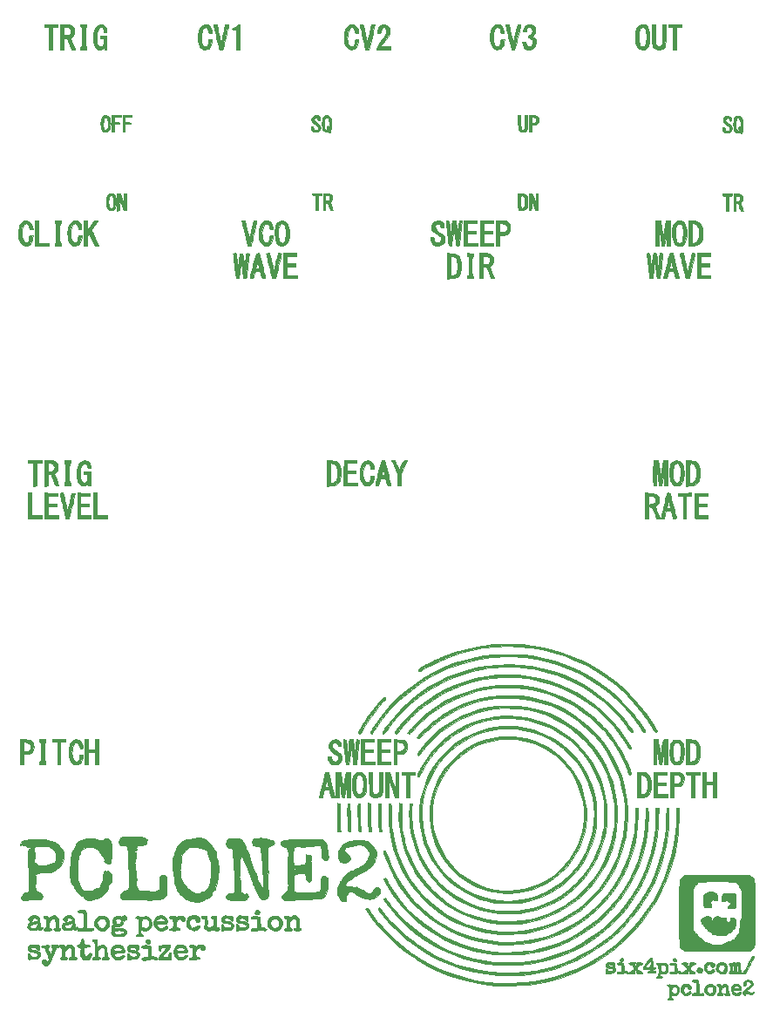
<source format=gbr>
G04 #@! TF.GenerationSoftware,KiCad,Pcbnew,(5.1.2)-2*
G04 #@! TF.CreationDate,2021-03-25T17:04:21+00:00*
G04 #@! TF.ProjectId,pclone2,70636c6f-6e65-4322-9e6b-696361645f70,rev?*
G04 #@! TF.SameCoordinates,Original*
G04 #@! TF.FileFunction,Legend,Top*
G04 #@! TF.FilePolarity,Positive*
%FSLAX46Y46*%
G04 Gerber Fmt 4.6, Leading zero omitted, Abs format (unit mm)*
G04 Created by KiCad (PCBNEW (5.1.2)-2) date 2021-03-25 17:04:21*
%MOMM*%
%LPD*%
G04 APERTURE LIST*
%ADD10C,0.010000*%
G04 APERTURE END LIST*
D10*
G36*
X29582262Y-54124458D02*
G01*
X29620969Y-54148903D01*
X29683364Y-54173815D01*
X29791475Y-54154599D01*
X29820082Y-54145571D01*
X30020653Y-54115011D01*
X30190054Y-54160713D01*
X30320078Y-54277450D01*
X30402520Y-54459991D01*
X30416562Y-54525702D01*
X30420334Y-54751206D01*
X30356667Y-54937296D01*
X30235774Y-55074533D01*
X30067870Y-55153480D01*
X29863168Y-55164700D01*
X29749750Y-55141832D01*
X29669203Y-55126358D01*
X29638212Y-55157435D01*
X29633333Y-55241318D01*
X29654064Y-55351754D01*
X29728699Y-55417068D01*
X29739166Y-55422036D01*
X29817276Y-55476169D01*
X29845000Y-55526962D01*
X29807292Y-55556134D01*
X29711706Y-55575652D01*
X29584545Y-55584905D01*
X29452112Y-55583282D01*
X29340711Y-55570174D01*
X29276644Y-55544970D01*
X29272823Y-55540238D01*
X29289155Y-55499031D01*
X29364588Y-55455717D01*
X29377349Y-55451015D01*
X29508716Y-55405220D01*
X29496941Y-54870519D01*
X29491395Y-54618644D01*
X29673498Y-54618644D01*
X29680527Y-54765765D01*
X29723097Y-54884182D01*
X29749750Y-54915415D01*
X29887487Y-55007152D01*
X30007633Y-55020657D01*
X30122388Y-54956953D01*
X30132838Y-54947495D01*
X30234115Y-54801374D01*
X30262783Y-54634661D01*
X30218856Y-54470288D01*
X30132482Y-54356840D01*
X30007893Y-54290369D01*
X29872254Y-54304586D01*
X29762772Y-54374959D01*
X29701187Y-54476986D01*
X29673498Y-54618644D01*
X29491395Y-54618644D01*
X29485166Y-54335817D01*
X29368750Y-54280099D01*
X29286638Y-54230405D01*
X29252333Y-54188986D01*
X29252333Y-54188886D01*
X29288682Y-54140591D01*
X29376759Y-54111479D01*
X29485104Y-54104964D01*
X29582262Y-54124458D01*
X29582262Y-54124458D01*
G37*
X29582262Y-54124458D02*
X29620969Y-54148903D01*
X29683364Y-54173815D01*
X29791475Y-54154599D01*
X29820082Y-54145571D01*
X30020653Y-54115011D01*
X30190054Y-54160713D01*
X30320078Y-54277450D01*
X30402520Y-54459991D01*
X30416562Y-54525702D01*
X30420334Y-54751206D01*
X30356667Y-54937296D01*
X30235774Y-55074533D01*
X30067870Y-55153480D01*
X29863168Y-55164700D01*
X29749750Y-55141832D01*
X29669203Y-55126358D01*
X29638212Y-55157435D01*
X29633333Y-55241318D01*
X29654064Y-55351754D01*
X29728699Y-55417068D01*
X29739166Y-55422036D01*
X29817276Y-55476169D01*
X29845000Y-55526962D01*
X29807292Y-55556134D01*
X29711706Y-55575652D01*
X29584545Y-55584905D01*
X29452112Y-55583282D01*
X29340711Y-55570174D01*
X29276644Y-55544970D01*
X29272823Y-55540238D01*
X29289155Y-55499031D01*
X29364588Y-55455717D01*
X29377349Y-55451015D01*
X29508716Y-55405220D01*
X29496941Y-54870519D01*
X29491395Y-54618644D01*
X29673498Y-54618644D01*
X29680527Y-54765765D01*
X29723097Y-54884182D01*
X29749750Y-54915415D01*
X29887487Y-55007152D01*
X30007633Y-55020657D01*
X30122388Y-54956953D01*
X30132838Y-54947495D01*
X30234115Y-54801374D01*
X30262783Y-54634661D01*
X30218856Y-54470288D01*
X30132482Y-54356840D01*
X30007893Y-54290369D01*
X29872254Y-54304586D01*
X29762772Y-54374959D01*
X29701187Y-54476986D01*
X29673498Y-54618644D01*
X29491395Y-54618644D01*
X29485166Y-54335817D01*
X29368750Y-54280099D01*
X29286638Y-54230405D01*
X29252333Y-54188986D01*
X29252333Y-54188886D01*
X29288682Y-54140591D01*
X29376759Y-54111479D01*
X29485104Y-54104964D01*
X29582262Y-54124458D01*
G36*
X32179418Y-53674355D02*
G01*
X32233396Y-53693763D01*
X32265392Y-53761435D01*
X32292401Y-53909857D01*
X32314073Y-54135239D01*
X32330051Y-54433792D01*
X32339983Y-54801725D01*
X32340640Y-54842834D01*
X32342551Y-54969834D01*
X32575442Y-54955332D01*
X32709183Y-54950085D01*
X32778995Y-54959973D01*
X32805146Y-54991227D01*
X32808333Y-55026917D01*
X32790189Y-55109274D01*
X32766972Y-55138566D01*
X32707159Y-55150686D01*
X32584157Y-55160631D01*
X32419057Y-55168062D01*
X32232946Y-55172643D01*
X32046914Y-55174036D01*
X31882050Y-55171902D01*
X31759443Y-55165905D01*
X31700183Y-55155708D01*
X31700077Y-55155643D01*
X31670886Y-55097129D01*
X31672118Y-55049427D01*
X31702677Y-54997138D01*
X31782419Y-54965420D01*
X31898534Y-54948667D01*
X32109833Y-54927500D01*
X32109833Y-53869167D01*
X31887583Y-53856371D01*
X31742870Y-53839277D01*
X31673920Y-53807599D01*
X31665333Y-53784786D01*
X31691912Y-53713745D01*
X31707463Y-53699959D01*
X31791871Y-53674728D01*
X31921334Y-53661784D01*
X32061850Y-53661526D01*
X32179418Y-53674355D01*
X32179418Y-53674355D01*
G37*
X32179418Y-53674355D02*
X32233396Y-53693763D01*
X32265392Y-53761435D01*
X32292401Y-53909857D01*
X32314073Y-54135239D01*
X32330051Y-54433792D01*
X32339983Y-54801725D01*
X32340640Y-54842834D01*
X32342551Y-54969834D01*
X32575442Y-54955332D01*
X32709183Y-54950085D01*
X32778995Y-54959973D01*
X32805146Y-54991227D01*
X32808333Y-55026917D01*
X32790189Y-55109274D01*
X32766972Y-55138566D01*
X32707159Y-55150686D01*
X32584157Y-55160631D01*
X32419057Y-55168062D01*
X32232946Y-55172643D01*
X32046914Y-55174036D01*
X31882050Y-55171902D01*
X31759443Y-55165905D01*
X31700183Y-55155708D01*
X31700077Y-55155643D01*
X31670886Y-55097129D01*
X31672118Y-55049427D01*
X31702677Y-54997138D01*
X31782419Y-54965420D01*
X31898534Y-54948667D01*
X32109833Y-54927500D01*
X32109833Y-53869167D01*
X31887583Y-53856371D01*
X31742870Y-53839277D01*
X31673920Y-53807599D01*
X31665333Y-53784786D01*
X31691912Y-53713745D01*
X31707463Y-53699959D01*
X31791871Y-53674728D01*
X31921334Y-53661784D01*
X32061850Y-53661526D01*
X32179418Y-53674355D01*
G36*
X33619708Y-54083665D02*
G01*
X33691127Y-54138130D01*
X33692061Y-54139061D01*
X33768881Y-54203473D01*
X33822843Y-54229000D01*
X33882397Y-54268575D01*
X33927269Y-54377774D01*
X33954047Y-54542306D01*
X33959319Y-54747882D01*
X33957487Y-54792760D01*
X33913162Y-54919488D01*
X33804574Y-55050431D01*
X33640304Y-55162081D01*
X33465191Y-55192664D01*
X33270764Y-55143059D01*
X33206972Y-55112446D01*
X33037832Y-55002857D01*
X32939324Y-54880039D01*
X32897732Y-54723455D01*
X32893941Y-54643742D01*
X32897148Y-54613493D01*
X33104666Y-54613493D01*
X33119827Y-54735427D01*
X33179324Y-54826719D01*
X33242250Y-54881629D01*
X33366517Y-54964033D01*
X33465425Y-54980668D01*
X33566957Y-54931516D01*
X33628477Y-54881363D01*
X33703759Y-54804317D01*
X33734012Y-54727430D01*
X33731741Y-54613107D01*
X33728337Y-54581132D01*
X33698873Y-54434714D01*
X33638913Y-54353226D01*
X33528651Y-54319215D01*
X33425500Y-54314315D01*
X33257232Y-54340891D01*
X33151792Y-54423682D01*
X33106774Y-54564932D01*
X33104666Y-54613493D01*
X32897148Y-54613493D01*
X32918034Y-54416515D01*
X32996899Y-54251625D01*
X33136712Y-54142077D01*
X33343652Y-54080875D01*
X33397625Y-54073342D01*
X33533024Y-54064558D01*
X33619708Y-54083665D01*
X33619708Y-54083665D01*
G37*
X33619708Y-54083665D02*
X33691127Y-54138130D01*
X33692061Y-54139061D01*
X33768881Y-54203473D01*
X33822843Y-54229000D01*
X33882397Y-54268575D01*
X33927269Y-54377774D01*
X33954047Y-54542306D01*
X33959319Y-54747882D01*
X33957487Y-54792760D01*
X33913162Y-54919488D01*
X33804574Y-55050431D01*
X33640304Y-55162081D01*
X33465191Y-55192664D01*
X33270764Y-55143059D01*
X33206972Y-55112446D01*
X33037832Y-55002857D01*
X32939324Y-54880039D01*
X32897732Y-54723455D01*
X32893941Y-54643742D01*
X32897148Y-54613493D01*
X33104666Y-54613493D01*
X33119827Y-54735427D01*
X33179324Y-54826719D01*
X33242250Y-54881629D01*
X33366517Y-54964033D01*
X33465425Y-54980668D01*
X33566957Y-54931516D01*
X33628477Y-54881363D01*
X33703759Y-54804317D01*
X33734012Y-54727430D01*
X33731741Y-54613107D01*
X33728337Y-54581132D01*
X33698873Y-54434714D01*
X33638913Y-54353226D01*
X33528651Y-54319215D01*
X33425500Y-54314315D01*
X33257232Y-54340891D01*
X33151792Y-54423682D01*
X33106774Y-54564932D01*
X33104666Y-54613493D01*
X32897148Y-54613493D01*
X32918034Y-54416515D01*
X32996899Y-54251625D01*
X33136712Y-54142077D01*
X33343652Y-54080875D01*
X33397625Y-54073342D01*
X33533024Y-54064558D01*
X33619708Y-54083665D01*
G36*
X35042028Y-54116989D02*
G01*
X35077188Y-54148562D01*
X35121472Y-54219416D01*
X35151495Y-54328023D01*
X35171440Y-54493082D01*
X35179000Y-54603645D01*
X35192780Y-54787709D01*
X35210335Y-54900867D01*
X35234845Y-54956878D01*
X35263666Y-54969834D01*
X35318431Y-55005869D01*
X35340694Y-55065084D01*
X35342034Y-55118293D01*
X35314156Y-55146813D01*
X35238227Y-55158281D01*
X35105744Y-55160334D01*
X34915511Y-55145029D01*
X34797471Y-55100167D01*
X34755699Y-55027325D01*
X34755666Y-55024867D01*
X34791826Y-54999059D01*
X34857739Y-54991000D01*
X34913947Y-54984501D01*
X34946585Y-54952091D01*
X34964327Y-54874398D01*
X34975844Y-54732051D01*
X34976194Y-54726417D01*
X34981122Y-54513803D01*
X34962488Y-54374947D01*
X34917037Y-54301412D01*
X34841508Y-54284759D01*
X34807947Y-54290666D01*
X34657797Y-54363438D01*
X34546927Y-54486026D01*
X34498341Y-54631167D01*
X34493399Y-54800443D01*
X34512336Y-54903970D01*
X34559473Y-54958373D01*
X34586333Y-54969834D01*
X34661402Y-55021330D01*
X34667273Y-55089454D01*
X34609348Y-55150794D01*
X34538708Y-55176209D01*
X34438859Y-55192859D01*
X34380682Y-55196478D01*
X34379958Y-55196324D01*
X34322381Y-55185879D01*
X34237083Y-55172345D01*
X34149770Y-55131313D01*
X34117470Y-55062027D01*
X34144571Y-54993691D01*
X34205333Y-54960933D01*
X34249642Y-54939874D01*
X34275221Y-54892846D01*
X34287020Y-54800671D01*
X34289994Y-54644167D01*
X34290000Y-54633025D01*
X34287779Y-54473025D01*
X34276883Y-54376407D01*
X34250957Y-54321918D01*
X34203646Y-54288303D01*
X34184166Y-54279036D01*
X34097788Y-54216131D01*
X34082981Y-54151442D01*
X34128084Y-54098710D01*
X34221437Y-54071677D01*
X34349899Y-54083713D01*
X34431016Y-54123544D01*
X34459333Y-54170089D01*
X34471086Y-54220166D01*
X34515225Y-54215443D01*
X34605073Y-54153744D01*
X34617115Y-54144334D01*
X34759189Y-54074478D01*
X34910630Y-54065453D01*
X35042028Y-54116989D01*
X35042028Y-54116989D01*
G37*
X35042028Y-54116989D02*
X35077188Y-54148562D01*
X35121472Y-54219416D01*
X35151495Y-54328023D01*
X35171440Y-54493082D01*
X35179000Y-54603645D01*
X35192780Y-54787709D01*
X35210335Y-54900867D01*
X35234845Y-54956878D01*
X35263666Y-54969834D01*
X35318431Y-55005869D01*
X35340694Y-55065084D01*
X35342034Y-55118293D01*
X35314156Y-55146813D01*
X35238227Y-55158281D01*
X35105744Y-55160334D01*
X34915511Y-55145029D01*
X34797471Y-55100167D01*
X34755699Y-55027325D01*
X34755666Y-55024867D01*
X34791826Y-54999059D01*
X34857739Y-54991000D01*
X34913947Y-54984501D01*
X34946585Y-54952091D01*
X34964327Y-54874398D01*
X34975844Y-54732051D01*
X34976194Y-54726417D01*
X34981122Y-54513803D01*
X34962488Y-54374947D01*
X34917037Y-54301412D01*
X34841508Y-54284759D01*
X34807947Y-54290666D01*
X34657797Y-54363438D01*
X34546927Y-54486026D01*
X34498341Y-54631167D01*
X34493399Y-54800443D01*
X34512336Y-54903970D01*
X34559473Y-54958373D01*
X34586333Y-54969834D01*
X34661402Y-55021330D01*
X34667273Y-55089454D01*
X34609348Y-55150794D01*
X34538708Y-55176209D01*
X34438859Y-55192859D01*
X34380682Y-55196478D01*
X34379958Y-55196324D01*
X34322381Y-55185879D01*
X34237083Y-55172345D01*
X34149770Y-55131313D01*
X34117470Y-55062027D01*
X34144571Y-54993691D01*
X34205333Y-54960933D01*
X34249642Y-54939874D01*
X34275221Y-54892846D01*
X34287020Y-54800671D01*
X34289994Y-54644167D01*
X34290000Y-54633025D01*
X34287779Y-54473025D01*
X34276883Y-54376407D01*
X34250957Y-54321918D01*
X34203646Y-54288303D01*
X34184166Y-54279036D01*
X34097788Y-54216131D01*
X34082981Y-54151442D01*
X34128084Y-54098710D01*
X34221437Y-54071677D01*
X34349899Y-54083713D01*
X34431016Y-54123544D01*
X34459333Y-54170089D01*
X34471086Y-54220166D01*
X34515225Y-54215443D01*
X34605073Y-54153744D01*
X34617115Y-54144334D01*
X34759189Y-54074478D01*
X34910630Y-54065453D01*
X35042028Y-54116989D01*
G36*
X31325391Y-54076140D02*
G01*
X31413010Y-54116781D01*
X31449933Y-54141675D01*
X31544288Y-54230048D01*
X31578767Y-54333978D01*
X31580666Y-54379243D01*
X31568848Y-54483520D01*
X31521109Y-54534607D01*
X31474283Y-54550421D01*
X31349179Y-54546461D01*
X31262827Y-54471785D01*
X31233958Y-54384676D01*
X31199432Y-54313786D01*
X31108494Y-54282050D01*
X31085855Y-54279429D01*
X30974745Y-54286921D01*
X30897154Y-54350489D01*
X30875791Y-54380955D01*
X30816328Y-54537736D01*
X30821267Y-54704725D01*
X30887573Y-54851224D01*
X30926505Y-54893597D01*
X31013438Y-54955538D01*
X31097108Y-54960061D01*
X31158084Y-54942061D01*
X31262611Y-54885882D01*
X31329049Y-54817214D01*
X31392813Y-54746102D01*
X31469366Y-54756723D01*
X31524302Y-54801588D01*
X31568209Y-54885495D01*
X31531932Y-54973027D01*
X31413704Y-55068136D01*
X31402171Y-55075266D01*
X31204923Y-55148877D01*
X30998194Y-55143586D01*
X30826702Y-55074582D01*
X30676704Y-54937679D01*
X30596117Y-54757240D01*
X30588596Y-54543063D01*
X30601666Y-54471378D01*
X30660935Y-54286747D01*
X30747968Y-54169049D01*
X30881333Y-54102262D01*
X31064895Y-54071644D01*
X31220311Y-54063087D01*
X31325391Y-54076140D01*
X31325391Y-54076140D01*
G37*
X31325391Y-54076140D02*
X31413010Y-54116781D01*
X31449933Y-54141675D01*
X31544288Y-54230048D01*
X31578767Y-54333978D01*
X31580666Y-54379243D01*
X31568848Y-54483520D01*
X31521109Y-54534607D01*
X31474283Y-54550421D01*
X31349179Y-54546461D01*
X31262827Y-54471785D01*
X31233958Y-54384676D01*
X31199432Y-54313786D01*
X31108494Y-54282050D01*
X31085855Y-54279429D01*
X30974745Y-54286921D01*
X30897154Y-54350489D01*
X30875791Y-54380955D01*
X30816328Y-54537736D01*
X30821267Y-54704725D01*
X30887573Y-54851224D01*
X30926505Y-54893597D01*
X31013438Y-54955538D01*
X31097108Y-54960061D01*
X31158084Y-54942061D01*
X31262611Y-54885882D01*
X31329049Y-54817214D01*
X31392813Y-54746102D01*
X31469366Y-54756723D01*
X31524302Y-54801588D01*
X31568209Y-54885495D01*
X31531932Y-54973027D01*
X31413704Y-55068136D01*
X31402171Y-55075266D01*
X31204923Y-55148877D01*
X30998194Y-55143586D01*
X30826702Y-55074582D01*
X30676704Y-54937679D01*
X30596117Y-54757240D01*
X30588596Y-54543063D01*
X30601666Y-54471378D01*
X30660935Y-54286747D01*
X30747968Y-54169049D01*
X30881333Y-54102262D01*
X31064895Y-54071644D01*
X31220311Y-54063087D01*
X31325391Y-54076140D01*
G36*
X36215964Y-54117278D02*
G01*
X36351941Y-54230604D01*
X36433196Y-54386942D01*
X36449000Y-54503660D01*
X36434323Y-54588601D01*
X36380617Y-54638673D01*
X36273366Y-54660138D01*
X36098054Y-54659255D01*
X36089166Y-54658831D01*
X35934073Y-54658039D01*
X35800431Y-54669012D01*
X35737516Y-54682951D01*
X35639865Y-54719478D01*
X35727448Y-54830822D01*
X35858371Y-54940966D01*
X36008682Y-54976978D01*
X36159568Y-54935662D01*
X36198080Y-54910750D01*
X36322243Y-54838249D01*
X36407876Y-54829112D01*
X36447276Y-54883453D01*
X36449000Y-54906956D01*
X36411052Y-55005604D01*
X36311198Y-55082703D01*
X36170422Y-55133960D01*
X36009707Y-55155081D01*
X35850037Y-55141772D01*
X35712395Y-55089739D01*
X35677235Y-55064873D01*
X35535857Y-54896783D01*
X35465870Y-54690102D01*
X35471481Y-54460040D01*
X35482640Y-54424317D01*
X35644666Y-54424317D01*
X35680210Y-54456834D01*
X35760955Y-54487567D01*
X35848073Y-54504373D01*
X35891545Y-54501520D01*
X35968587Y-54489486D01*
X36087463Y-54483244D01*
X36115285Y-54483000D01*
X36220162Y-54478709D01*
X36257586Y-54458666D01*
X36244625Y-54412118D01*
X36240440Y-54404140D01*
X36172320Y-54332210D01*
X36071248Y-54272679D01*
X35978241Y-54244347D01*
X35897896Y-54256686D01*
X35794463Y-54312659D01*
X35701626Y-54374169D01*
X35649081Y-54416997D01*
X35644666Y-54424317D01*
X35482640Y-54424317D01*
X35529196Y-54275290D01*
X35629726Y-54154295D01*
X35788624Y-54080654D01*
X35844622Y-54066524D01*
X36041458Y-54058680D01*
X36215964Y-54117278D01*
X36215964Y-54117278D01*
G37*
X36215964Y-54117278D02*
X36351941Y-54230604D01*
X36433196Y-54386942D01*
X36449000Y-54503660D01*
X36434323Y-54588601D01*
X36380617Y-54638673D01*
X36273366Y-54660138D01*
X36098054Y-54659255D01*
X36089166Y-54658831D01*
X35934073Y-54658039D01*
X35800431Y-54669012D01*
X35737516Y-54682951D01*
X35639865Y-54719478D01*
X35727448Y-54830822D01*
X35858371Y-54940966D01*
X36008682Y-54976978D01*
X36159568Y-54935662D01*
X36198080Y-54910750D01*
X36322243Y-54838249D01*
X36407876Y-54829112D01*
X36447276Y-54883453D01*
X36449000Y-54906956D01*
X36411052Y-55005604D01*
X36311198Y-55082703D01*
X36170422Y-55133960D01*
X36009707Y-55155081D01*
X35850037Y-55141772D01*
X35712395Y-55089739D01*
X35677235Y-55064873D01*
X35535857Y-54896783D01*
X35465870Y-54690102D01*
X35471481Y-54460040D01*
X35482640Y-54424317D01*
X35644666Y-54424317D01*
X35680210Y-54456834D01*
X35760955Y-54487567D01*
X35848073Y-54504373D01*
X35891545Y-54501520D01*
X35968587Y-54489486D01*
X36087463Y-54483244D01*
X36115285Y-54483000D01*
X36220162Y-54478709D01*
X36257586Y-54458666D01*
X36244625Y-54412118D01*
X36240440Y-54404140D01*
X36172320Y-54332210D01*
X36071248Y-54272679D01*
X35978241Y-54244347D01*
X35897896Y-54256686D01*
X35794463Y-54312659D01*
X35701626Y-54374169D01*
X35649081Y-54416997D01*
X35644666Y-54424317D01*
X35482640Y-54424317D01*
X35529196Y-54275290D01*
X35629726Y-54154295D01*
X35788624Y-54080654D01*
X35844622Y-54066524D01*
X36041458Y-54058680D01*
X36215964Y-54117278D01*
G36*
X37311175Y-53684322D02*
G01*
X37439089Y-53738110D01*
X37533362Y-53841536D01*
X37554139Y-53876003D01*
X37602904Y-54024739D01*
X37575962Y-54169618D01*
X37471058Y-54314039D01*
X37285939Y-54461404D01*
X37088772Y-54578238D01*
X36949977Y-54662728D01*
X36882102Y-54727042D01*
X36887764Y-54767180D01*
X36957000Y-54779334D01*
X37031145Y-54775595D01*
X37052250Y-54770677D01*
X37091713Y-54784396D01*
X37180458Y-54829001D01*
X37241908Y-54862666D01*
X37352274Y-54920951D01*
X37418347Y-54938511D01*
X37468186Y-54918597D01*
X37499242Y-54892489D01*
X37594013Y-54830041D01*
X37655790Y-54838695D01*
X37676666Y-54912250D01*
X37641244Y-55019771D01*
X37547721Y-55088237D01*
X37415214Y-55113323D01*
X37262837Y-55090704D01*
X37137628Y-55034231D01*
X37010332Y-54979642D01*
X36918622Y-54986531D01*
X36874520Y-55052815D01*
X36872333Y-55080196D01*
X36844225Y-55145055D01*
X36778567Y-55156874D01*
X36703357Y-55116202D01*
X36670849Y-55076241D01*
X36626636Y-54931921D01*
X36654153Y-54773654D01*
X36745407Y-54616005D01*
X36892409Y-54473541D01*
X37055476Y-54375146D01*
X37230169Y-54268221D01*
X37343206Y-54150520D01*
X37395347Y-54034365D01*
X37387348Y-53932078D01*
X37319970Y-53855983D01*
X37193970Y-53818402D01*
X37021882Y-53829367D01*
X36892116Y-53868634D01*
X36840880Y-53921048D01*
X36870832Y-53983164D01*
X36890752Y-53999392D01*
X36948751Y-54079262D01*
X36934907Y-54159621D01*
X36857537Y-54213703D01*
X36821901Y-54220954D01*
X36709168Y-54204200D01*
X36650108Y-54129922D01*
X36649928Y-54010019D01*
X36685598Y-53909544D01*
X36770200Y-53777298D01*
X36882329Y-53701835D01*
X37043806Y-53671241D01*
X37126333Y-53668898D01*
X37311175Y-53684322D01*
X37311175Y-53684322D01*
G37*
X37311175Y-53684322D02*
X37439089Y-53738110D01*
X37533362Y-53841536D01*
X37554139Y-53876003D01*
X37602904Y-54024739D01*
X37575962Y-54169618D01*
X37471058Y-54314039D01*
X37285939Y-54461404D01*
X37088772Y-54578238D01*
X36949977Y-54662728D01*
X36882102Y-54727042D01*
X36887764Y-54767180D01*
X36957000Y-54779334D01*
X37031145Y-54775595D01*
X37052250Y-54770677D01*
X37091713Y-54784396D01*
X37180458Y-54829001D01*
X37241908Y-54862666D01*
X37352274Y-54920951D01*
X37418347Y-54938511D01*
X37468186Y-54918597D01*
X37499242Y-54892489D01*
X37594013Y-54830041D01*
X37655790Y-54838695D01*
X37676666Y-54912250D01*
X37641244Y-55019771D01*
X37547721Y-55088237D01*
X37415214Y-55113323D01*
X37262837Y-55090704D01*
X37137628Y-55034231D01*
X37010332Y-54979642D01*
X36918622Y-54986531D01*
X36874520Y-55052815D01*
X36872333Y-55080196D01*
X36844225Y-55145055D01*
X36778567Y-55156874D01*
X36703357Y-55116202D01*
X36670849Y-55076241D01*
X36626636Y-54931921D01*
X36654153Y-54773654D01*
X36745407Y-54616005D01*
X36892409Y-54473541D01*
X37055476Y-54375146D01*
X37230169Y-54268221D01*
X37343206Y-54150520D01*
X37395347Y-54034365D01*
X37387348Y-53932078D01*
X37319970Y-53855983D01*
X37193970Y-53818402D01*
X37021882Y-53829367D01*
X36892116Y-53868634D01*
X36840880Y-53921048D01*
X36870832Y-53983164D01*
X36890752Y-53999392D01*
X36948751Y-54079262D01*
X36934907Y-54159621D01*
X36857537Y-54213703D01*
X36821901Y-54220954D01*
X36709168Y-54204200D01*
X36650108Y-54129922D01*
X36649928Y-54010019D01*
X36685598Y-53909544D01*
X36770200Y-53777298D01*
X36882329Y-53701835D01*
X37043806Y-53671241D01*
X37126333Y-53668898D01*
X37311175Y-53684322D01*
G36*
X30382487Y-38068250D02*
G01*
X30357891Y-38753174D01*
X30314072Y-39379342D01*
X30247757Y-39971146D01*
X30155671Y-40552983D01*
X30034543Y-41149244D01*
X29886881Y-41761834D01*
X29553790Y-42895552D01*
X29145663Y-43991721D01*
X28661492Y-45052356D01*
X28100267Y-46079469D01*
X27460979Y-47075076D01*
X26742620Y-48041190D01*
X26736928Y-48048334D01*
X26511579Y-48317322D01*
X26235001Y-48625644D01*
X25921486Y-48959008D01*
X25585323Y-49303123D01*
X25240805Y-49643698D01*
X24902222Y-49966441D01*
X24583865Y-50257062D01*
X24300026Y-50501269D01*
X24214666Y-50570595D01*
X23261167Y-51281312D01*
X22280618Y-51913885D01*
X21269755Y-52469694D01*
X20225311Y-52950114D01*
X19144022Y-53356524D01*
X18022621Y-53690300D01*
X16857843Y-53952820D01*
X15780817Y-54127817D01*
X15621088Y-54143731D01*
X15391781Y-54158932D01*
X15107659Y-54173076D01*
X14783489Y-54185817D01*
X14434034Y-54196812D01*
X14074060Y-54205718D01*
X13718330Y-54212188D01*
X13381611Y-54215880D01*
X13078666Y-54216449D01*
X12824260Y-54213551D01*
X12633158Y-54206841D01*
X12573000Y-54202599D01*
X11365126Y-54058349D01*
X10202919Y-53844290D01*
X9082083Y-53558966D01*
X7998321Y-53200920D01*
X6947338Y-52768695D01*
X5924837Y-52260836D01*
X4926522Y-51675886D01*
X4710907Y-51537486D01*
X3831844Y-50919793D01*
X2982506Y-50234748D01*
X2173873Y-49492997D01*
X1416928Y-48705183D01*
X722651Y-47881948D01*
X176326Y-47142558D01*
X62423Y-46975429D01*
X-8013Y-46863139D01*
X-40968Y-46791805D01*
X-42429Y-46747545D01*
X-18382Y-46716475D01*
X-10207Y-46709988D01*
X79371Y-46659973D01*
X148603Y-46676827D01*
X219333Y-46767101D01*
X227920Y-46781416D01*
X309975Y-46907652D01*
X435240Y-47084538D01*
X592704Y-47297702D01*
X771352Y-47532769D01*
X960174Y-47775365D01*
X1148154Y-48011118D01*
X1324282Y-48225651D01*
X1428556Y-48348490D01*
X1667561Y-48614022D01*
X1954264Y-48914699D01*
X2270608Y-49232901D01*
X2598537Y-49551008D01*
X2919994Y-49851397D01*
X3216921Y-50116449D01*
X3392203Y-50264714D01*
X4326119Y-50978142D01*
X5299915Y-51618238D01*
X6309680Y-52184132D01*
X7351503Y-52674953D01*
X8421470Y-53089829D01*
X9515672Y-53427892D01*
X10630195Y-53688270D01*
X11761128Y-53870092D01*
X12904559Y-53972489D01*
X14056577Y-53994590D01*
X15213270Y-53935523D01*
X16370726Y-53794419D01*
X17525033Y-53570407D01*
X17870624Y-53486780D01*
X18767410Y-53227037D01*
X19678138Y-52900998D01*
X20584139Y-52517264D01*
X21466744Y-52084434D01*
X22307282Y-51611110D01*
X23087083Y-51105889D01*
X23177500Y-51042243D01*
X24131864Y-50313793D01*
X25022585Y-49530966D01*
X25848098Y-48696414D01*
X26606837Y-47812790D01*
X27297238Y-46882746D01*
X27917735Y-45908934D01*
X28466762Y-44894005D01*
X28942754Y-43840612D01*
X29344147Y-42751407D01*
X29669374Y-41629041D01*
X29916871Y-40476167D01*
X30079262Y-39348834D01*
X30102502Y-39093508D01*
X30123231Y-38781448D01*
X30140033Y-38440576D01*
X30151493Y-38098819D01*
X30155927Y-37835605D01*
X30162500Y-36957377D01*
X30284856Y-36957188D01*
X30407213Y-36957000D01*
X30382487Y-38068250D01*
X30382487Y-38068250D01*
G37*
X30382487Y-38068250D02*
X30357891Y-38753174D01*
X30314072Y-39379342D01*
X30247757Y-39971146D01*
X30155671Y-40552983D01*
X30034543Y-41149244D01*
X29886881Y-41761834D01*
X29553790Y-42895552D01*
X29145663Y-43991721D01*
X28661492Y-45052356D01*
X28100267Y-46079469D01*
X27460979Y-47075076D01*
X26742620Y-48041190D01*
X26736928Y-48048334D01*
X26511579Y-48317322D01*
X26235001Y-48625644D01*
X25921486Y-48959008D01*
X25585323Y-49303123D01*
X25240805Y-49643698D01*
X24902222Y-49966441D01*
X24583865Y-50257062D01*
X24300026Y-50501269D01*
X24214666Y-50570595D01*
X23261167Y-51281312D01*
X22280618Y-51913885D01*
X21269755Y-52469694D01*
X20225311Y-52950114D01*
X19144022Y-53356524D01*
X18022621Y-53690300D01*
X16857843Y-53952820D01*
X15780817Y-54127817D01*
X15621088Y-54143731D01*
X15391781Y-54158932D01*
X15107659Y-54173076D01*
X14783489Y-54185817D01*
X14434034Y-54196812D01*
X14074060Y-54205718D01*
X13718330Y-54212188D01*
X13381611Y-54215880D01*
X13078666Y-54216449D01*
X12824260Y-54213551D01*
X12633158Y-54206841D01*
X12573000Y-54202599D01*
X11365126Y-54058349D01*
X10202919Y-53844290D01*
X9082083Y-53558966D01*
X7998321Y-53200920D01*
X6947338Y-52768695D01*
X5924837Y-52260836D01*
X4926522Y-51675886D01*
X4710907Y-51537486D01*
X3831844Y-50919793D01*
X2982506Y-50234748D01*
X2173873Y-49492997D01*
X1416928Y-48705183D01*
X722651Y-47881948D01*
X176326Y-47142558D01*
X62423Y-46975429D01*
X-8013Y-46863139D01*
X-40968Y-46791805D01*
X-42429Y-46747545D01*
X-18382Y-46716475D01*
X-10207Y-46709988D01*
X79371Y-46659973D01*
X148603Y-46676827D01*
X219333Y-46767101D01*
X227920Y-46781416D01*
X309975Y-46907652D01*
X435240Y-47084538D01*
X592704Y-47297702D01*
X771352Y-47532769D01*
X960174Y-47775365D01*
X1148154Y-48011118D01*
X1324282Y-48225651D01*
X1428556Y-48348490D01*
X1667561Y-48614022D01*
X1954264Y-48914699D01*
X2270608Y-49232901D01*
X2598537Y-49551008D01*
X2919994Y-49851397D01*
X3216921Y-50116449D01*
X3392203Y-50264714D01*
X4326119Y-50978142D01*
X5299915Y-51618238D01*
X6309680Y-52184132D01*
X7351503Y-52674953D01*
X8421470Y-53089829D01*
X9515672Y-53427892D01*
X10630195Y-53688270D01*
X11761128Y-53870092D01*
X12904559Y-53972489D01*
X14056577Y-53994590D01*
X15213270Y-53935523D01*
X16370726Y-53794419D01*
X17525033Y-53570407D01*
X17870624Y-53486780D01*
X18767410Y-53227037D01*
X19678138Y-52900998D01*
X20584139Y-52517264D01*
X21466744Y-52084434D01*
X22307282Y-51611110D01*
X23087083Y-51105889D01*
X23177500Y-51042243D01*
X24131864Y-50313793D01*
X25022585Y-49530966D01*
X25848098Y-48696414D01*
X26606837Y-47812790D01*
X27297238Y-46882746D01*
X27917735Y-45908934D01*
X28466762Y-44894005D01*
X28942754Y-43840612D01*
X29344147Y-42751407D01*
X29669374Y-41629041D01*
X29916871Y-40476167D01*
X30079262Y-39348834D01*
X30102502Y-39093508D01*
X30123231Y-38781448D01*
X30140033Y-38440576D01*
X30151493Y-38098819D01*
X30155927Y-37835605D01*
X30162500Y-36957377D01*
X30284856Y-36957188D01*
X30407213Y-36957000D01*
X30382487Y-38068250D01*
G36*
X29136340Y-52052781D02*
G01*
X29259713Y-52155709D01*
X29300508Y-52228524D01*
X29343786Y-52415366D01*
X29336895Y-52606873D01*
X29286899Y-52784526D01*
X29200857Y-52929804D01*
X29085833Y-53024190D01*
X28987149Y-53050336D01*
X28860944Y-53054236D01*
X28776710Y-53047629D01*
X28692012Y-53026615D01*
X28675849Y-53021737D01*
X28605361Y-53017614D01*
X28571239Y-53076111D01*
X28565825Y-53100957D01*
X28560150Y-53205540D01*
X28605868Y-53275188D01*
X28678313Y-53321858D01*
X28765965Y-53383472D01*
X28772961Y-53427708D01*
X28698492Y-53455202D01*
X28541750Y-53466592D01*
X28493861Y-53467000D01*
X28329864Y-53462976D01*
X28235782Y-53448959D01*
X28197160Y-53422029D01*
X28194000Y-53406444D01*
X28230035Y-53353981D01*
X28289250Y-53332361D01*
X28348939Y-53310440D01*
X28384442Y-53251514D01*
X28407676Y-53133559D01*
X28411123Y-53107167D01*
X28421238Y-52959409D01*
X28423185Y-52766369D01*
X28416670Y-52567064D01*
X28415363Y-52545465D01*
X28414782Y-52537681D01*
X28604387Y-52537681D01*
X28622697Y-52714219D01*
X28676139Y-52824055D01*
X28772177Y-52880506D01*
X28800324Y-52887194D01*
X28883177Y-52903894D01*
X28914830Y-52910902D01*
X28962179Y-52893645D01*
X29029602Y-52851919D01*
X29125917Y-52738192D01*
X29175080Y-52584746D01*
X29168694Y-52427138D01*
X29144954Y-52363346D01*
X29070528Y-52249238D01*
X28979544Y-52192325D01*
X28870502Y-52171011D01*
X28740087Y-52190323D01*
X28651810Y-52280780D01*
X28608436Y-52438572D01*
X28604387Y-52537681D01*
X28414782Y-52537681D01*
X28402452Y-52372584D01*
X28386919Y-52266147D01*
X28362863Y-52207996D01*
X28324381Y-52179973D01*
X28293490Y-52170459D01*
X28225322Y-52131485D01*
X28191423Y-52074821D01*
X28205298Y-52030011D01*
X28225750Y-52022264D01*
X28409717Y-52005694D01*
X28531152Y-52027627D01*
X28535657Y-52029884D01*
X28616876Y-52041785D01*
X28739538Y-52028627D01*
X28782757Y-52019009D01*
X28970552Y-52004461D01*
X29136340Y-52052781D01*
X29136340Y-52052781D01*
G37*
X29136340Y-52052781D02*
X29259713Y-52155709D01*
X29300508Y-52228524D01*
X29343786Y-52415366D01*
X29336895Y-52606873D01*
X29286899Y-52784526D01*
X29200857Y-52929804D01*
X29085833Y-53024190D01*
X28987149Y-53050336D01*
X28860944Y-53054236D01*
X28776710Y-53047629D01*
X28692012Y-53026615D01*
X28675849Y-53021737D01*
X28605361Y-53017614D01*
X28571239Y-53076111D01*
X28565825Y-53100957D01*
X28560150Y-53205540D01*
X28605868Y-53275188D01*
X28678313Y-53321858D01*
X28765965Y-53383472D01*
X28772961Y-53427708D01*
X28698492Y-53455202D01*
X28541750Y-53466592D01*
X28493861Y-53467000D01*
X28329864Y-53462976D01*
X28235782Y-53448959D01*
X28197160Y-53422029D01*
X28194000Y-53406444D01*
X28230035Y-53353981D01*
X28289250Y-53332361D01*
X28348939Y-53310440D01*
X28384442Y-53251514D01*
X28407676Y-53133559D01*
X28411123Y-53107167D01*
X28421238Y-52959409D01*
X28423185Y-52766369D01*
X28416670Y-52567064D01*
X28415363Y-52545465D01*
X28414782Y-52537681D01*
X28604387Y-52537681D01*
X28622697Y-52714219D01*
X28676139Y-52824055D01*
X28772177Y-52880506D01*
X28800324Y-52887194D01*
X28883177Y-52903894D01*
X28914830Y-52910902D01*
X28962179Y-52893645D01*
X29029602Y-52851919D01*
X29125917Y-52738192D01*
X29175080Y-52584746D01*
X29168694Y-52427138D01*
X29144954Y-52363346D01*
X29070528Y-52249238D01*
X28979544Y-52192325D01*
X28870502Y-52171011D01*
X28740087Y-52190323D01*
X28651810Y-52280780D01*
X28608436Y-52438572D01*
X28604387Y-52537681D01*
X28414782Y-52537681D01*
X28402452Y-52372584D01*
X28386919Y-52266147D01*
X28362863Y-52207996D01*
X28324381Y-52179973D01*
X28293490Y-52170459D01*
X28225322Y-52131485D01*
X28191423Y-52074821D01*
X28205298Y-52030011D01*
X28225750Y-52022264D01*
X28409717Y-52005694D01*
X28531152Y-52027627D01*
X28535657Y-52029884D01*
X28616876Y-52041785D01*
X28739538Y-52028627D01*
X28782757Y-52019009D01*
X28970552Y-52004461D01*
X29136340Y-52052781D01*
G36*
X29290335Y-36965375D02*
G01*
X29340413Y-36974027D01*
X29372976Y-36996586D01*
X29392522Y-37048969D01*
X29403547Y-37147094D01*
X29410548Y-37306882D01*
X29413533Y-37401500D01*
X29414475Y-37862189D01*
X29392647Y-38382264D01*
X29350208Y-38940200D01*
X29289319Y-39514471D01*
X29212141Y-40083552D01*
X29120834Y-40625916D01*
X29058718Y-40936334D01*
X28781753Y-42030516D01*
X28428080Y-43093327D01*
X28000846Y-44121533D01*
X27503200Y-45111897D01*
X26938286Y-46061185D01*
X26309254Y-46966161D01*
X25619250Y-47823592D01*
X24871421Y-48630241D01*
X24068914Y-49382875D01*
X23214876Y-50078256D01*
X22312455Y-50713152D01*
X21364798Y-51284327D01*
X20375052Y-51788545D01*
X19346364Y-52222572D01*
X18281880Y-52583172D01*
X17529855Y-52787071D01*
X16719559Y-52960020D01*
X15875994Y-53093623D01*
X15020879Y-53185926D01*
X14175932Y-53234974D01*
X13362868Y-53238813D01*
X12805833Y-53212228D01*
X11628587Y-53086620D01*
X10484401Y-52883077D01*
X9372958Y-52601476D01*
X8293943Y-52241692D01*
X7247042Y-51803603D01*
X6231940Y-51287085D01*
X5248320Y-50692014D01*
X4295868Y-50018266D01*
X3931487Y-49733104D01*
X3448970Y-49321909D01*
X2950138Y-48854430D01*
X2454705Y-48351003D01*
X1982387Y-47831964D01*
X1552895Y-47317647D01*
X1402736Y-47124676D01*
X1283967Y-46966669D01*
X1210988Y-46861326D01*
X1177359Y-46794681D01*
X1176635Y-46752765D01*
X1202373Y-46721609D01*
X1212967Y-46713273D01*
X1286005Y-46666007D01*
X1320442Y-46652680D01*
X1358071Y-46683378D01*
X1431617Y-46765993D01*
X1526815Y-46884249D01*
X1551141Y-46915917D01*
X2250699Y-47767354D01*
X3018886Y-48575999D01*
X3846920Y-49333354D01*
X4726019Y-50030922D01*
X4903664Y-50159988D01*
X5832933Y-50773616D01*
X6802899Y-51314896D01*
X7808567Y-51782761D01*
X8844944Y-52176144D01*
X9907035Y-52493977D01*
X10989848Y-52735192D01*
X12088388Y-52898723D01*
X13197662Y-52983501D01*
X14312675Y-52988460D01*
X15428433Y-52912531D01*
X16539944Y-52754648D01*
X16806333Y-52704281D01*
X17892644Y-52446427D01*
X18950031Y-52111190D01*
X19975024Y-51701770D01*
X20964152Y-51221365D01*
X21913945Y-50673174D01*
X22820931Y-50060397D01*
X23681640Y-49386231D01*
X24492601Y-48653876D01*
X25250344Y-47866530D01*
X25951398Y-47027393D01*
X26592291Y-46139664D01*
X27169554Y-45206541D01*
X27679716Y-44231223D01*
X28119306Y-43216909D01*
X28484852Y-42166798D01*
X28576554Y-41855892D01*
X28766579Y-41129285D01*
X28914712Y-40431725D01*
X29024677Y-39738125D01*
X29100195Y-39023399D01*
X29144989Y-38262461D01*
X29154622Y-37960208D01*
X29180170Y-36952583D01*
X29290335Y-36965375D01*
X29290335Y-36965375D01*
G37*
X29290335Y-36965375D02*
X29340413Y-36974027D01*
X29372976Y-36996586D01*
X29392522Y-37048969D01*
X29403547Y-37147094D01*
X29410548Y-37306882D01*
X29413533Y-37401500D01*
X29414475Y-37862189D01*
X29392647Y-38382264D01*
X29350208Y-38940200D01*
X29289319Y-39514471D01*
X29212141Y-40083552D01*
X29120834Y-40625916D01*
X29058718Y-40936334D01*
X28781753Y-42030516D01*
X28428080Y-43093327D01*
X28000846Y-44121533D01*
X27503200Y-45111897D01*
X26938286Y-46061185D01*
X26309254Y-46966161D01*
X25619250Y-47823592D01*
X24871421Y-48630241D01*
X24068914Y-49382875D01*
X23214876Y-50078256D01*
X22312455Y-50713152D01*
X21364798Y-51284327D01*
X20375052Y-51788545D01*
X19346364Y-52222572D01*
X18281880Y-52583172D01*
X17529855Y-52787071D01*
X16719559Y-52960020D01*
X15875994Y-53093623D01*
X15020879Y-53185926D01*
X14175932Y-53234974D01*
X13362868Y-53238813D01*
X12805833Y-53212228D01*
X11628587Y-53086620D01*
X10484401Y-52883077D01*
X9372958Y-52601476D01*
X8293943Y-52241692D01*
X7247042Y-51803603D01*
X6231940Y-51287085D01*
X5248320Y-50692014D01*
X4295868Y-50018266D01*
X3931487Y-49733104D01*
X3448970Y-49321909D01*
X2950138Y-48854430D01*
X2454705Y-48351003D01*
X1982387Y-47831964D01*
X1552895Y-47317647D01*
X1402736Y-47124676D01*
X1283967Y-46966669D01*
X1210988Y-46861326D01*
X1177359Y-46794681D01*
X1176635Y-46752765D01*
X1202373Y-46721609D01*
X1212967Y-46713273D01*
X1286005Y-46666007D01*
X1320442Y-46652680D01*
X1358071Y-46683378D01*
X1431617Y-46765993D01*
X1526815Y-46884249D01*
X1551141Y-46915917D01*
X2250699Y-47767354D01*
X3018886Y-48575999D01*
X3846920Y-49333354D01*
X4726019Y-50030922D01*
X4903664Y-50159988D01*
X5832933Y-50773616D01*
X6802899Y-51314896D01*
X7808567Y-51782761D01*
X8844944Y-52176144D01*
X9907035Y-52493977D01*
X10989848Y-52735192D01*
X12088388Y-52898723D01*
X13197662Y-52983501D01*
X14312675Y-52988460D01*
X15428433Y-52912531D01*
X16539944Y-52754648D01*
X16806333Y-52704281D01*
X17892644Y-52446427D01*
X18950031Y-52111190D01*
X19975024Y-51701770D01*
X20964152Y-51221365D01*
X21913945Y-50673174D01*
X22820931Y-50060397D01*
X23681640Y-49386231D01*
X24492601Y-48653876D01*
X25250344Y-47866530D01*
X25951398Y-47027393D01*
X26592291Y-46139664D01*
X27169554Y-45206541D01*
X27679716Y-44231223D01*
X28119306Y-43216909D01*
X28484852Y-42166798D01*
X28576554Y-41855892D01*
X28766579Y-41129285D01*
X28914712Y-40431725D01*
X29024677Y-39738125D01*
X29100195Y-39023399D01*
X29144989Y-38262461D01*
X29154622Y-37960208D01*
X29180170Y-36952583D01*
X29290335Y-36965375D01*
G36*
X23771767Y-51947371D02*
G01*
X23930878Y-51956439D01*
X24055822Y-51974697D01*
X24122605Y-51998495D01*
X24125247Y-52001144D01*
X24149624Y-52070694D01*
X24153459Y-52170899D01*
X24139849Y-52269064D01*
X24111887Y-52332493D01*
X24093088Y-52340934D01*
X23999886Y-52326653D01*
X23964832Y-52296427D01*
X23960666Y-52261307D01*
X23948889Y-52224432D01*
X23902353Y-52195194D01*
X23804249Y-52166658D01*
X23655306Y-52135321D01*
X23568643Y-52150984D01*
X23537428Y-52175719D01*
X23519225Y-52245319D01*
X23570532Y-52307318D01*
X23676245Y-52351146D01*
X23809814Y-52366334D01*
X23994032Y-52395621D01*
X24126939Y-52474393D01*
X24200644Y-52589018D01*
X24207254Y-52725861D01*
X24138878Y-52871291D01*
X24117507Y-52897900D01*
X24056329Y-52959186D01*
X23988863Y-52992640D01*
X23888604Y-53005870D01*
X23738674Y-53006629D01*
X23591841Y-53010326D01*
X23480970Y-53024103D01*
X23431169Y-53044202D01*
X23375514Y-53084226D01*
X23321898Y-53045854D01*
X23309029Y-53019038D01*
X23293041Y-52936491D01*
X23284051Y-52810756D01*
X23283333Y-52765038D01*
X23289961Y-52645638D01*
X23315261Y-52590084D01*
X23358718Y-52578000D01*
X23429510Y-52616493D01*
X23482959Y-52707432D01*
X23519187Y-52785766D01*
X23568172Y-52821434D01*
X23658252Y-52827749D01*
X23730781Y-52823849D01*
X23875699Y-52801727D01*
X23963328Y-52752250D01*
X23990846Y-52718380D01*
X24026039Y-52650840D01*
X24005117Y-52607466D01*
X23932223Y-52565675D01*
X23812333Y-52525881D01*
X23662777Y-52501685D01*
X23623459Y-52499325D01*
X23464062Y-52478031D01*
X23366700Y-52417493D01*
X23312587Y-52303698D01*
X23302538Y-52259933D01*
X23304070Y-52136395D01*
X23367540Y-52037394D01*
X23424906Y-51987125D01*
X23494760Y-51958885D01*
X23600914Y-51947372D01*
X23767178Y-51947283D01*
X23771767Y-51947371D01*
X23771767Y-51947371D01*
G37*
X23771767Y-51947371D02*
X23930878Y-51956439D01*
X24055822Y-51974697D01*
X24122605Y-51998495D01*
X24125247Y-52001144D01*
X24149624Y-52070694D01*
X24153459Y-52170899D01*
X24139849Y-52269064D01*
X24111887Y-52332493D01*
X24093088Y-52340934D01*
X23999886Y-52326653D01*
X23964832Y-52296427D01*
X23960666Y-52261307D01*
X23948889Y-52224432D01*
X23902353Y-52195194D01*
X23804249Y-52166658D01*
X23655306Y-52135321D01*
X23568643Y-52150984D01*
X23537428Y-52175719D01*
X23519225Y-52245319D01*
X23570532Y-52307318D01*
X23676245Y-52351146D01*
X23809814Y-52366334D01*
X23994032Y-52395621D01*
X24126939Y-52474393D01*
X24200644Y-52589018D01*
X24207254Y-52725861D01*
X24138878Y-52871291D01*
X24117507Y-52897900D01*
X24056329Y-52959186D01*
X23988863Y-52992640D01*
X23888604Y-53005870D01*
X23738674Y-53006629D01*
X23591841Y-53010326D01*
X23480970Y-53024103D01*
X23431169Y-53044202D01*
X23375514Y-53084226D01*
X23321898Y-53045854D01*
X23309029Y-53019038D01*
X23293041Y-52936491D01*
X23284051Y-52810756D01*
X23283333Y-52765038D01*
X23289961Y-52645638D01*
X23315261Y-52590084D01*
X23358718Y-52578000D01*
X23429510Y-52616493D01*
X23482959Y-52707432D01*
X23519187Y-52785766D01*
X23568172Y-52821434D01*
X23658252Y-52827749D01*
X23730781Y-52823849D01*
X23875699Y-52801727D01*
X23963328Y-52752250D01*
X23990846Y-52718380D01*
X24026039Y-52650840D01*
X24005117Y-52607466D01*
X23932223Y-52565675D01*
X23812333Y-52525881D01*
X23662777Y-52501685D01*
X23623459Y-52499325D01*
X23464062Y-52478031D01*
X23366700Y-52417493D01*
X23312587Y-52303698D01*
X23302538Y-52259933D01*
X23304070Y-52136395D01*
X23367540Y-52037394D01*
X23424906Y-51987125D01*
X23494760Y-51958885D01*
X23600914Y-51947372D01*
X23767178Y-51947283D01*
X23771767Y-51947371D01*
G36*
X26549673Y-51965388D02*
G01*
X26681373Y-51985209D01*
X26784977Y-52020565D01*
X26828068Y-52059372D01*
X26818989Y-52128749D01*
X26757002Y-52175058D01*
X26676076Y-52174988D01*
X26618818Y-52192376D01*
X26533904Y-52256532D01*
X26443229Y-52345574D01*
X26368690Y-52437617D01*
X26332182Y-52510780D01*
X26331333Y-52519525D01*
X26365815Y-52612975D01*
X26450788Y-52713243D01*
X26558538Y-52794702D01*
X26661351Y-52831723D01*
X26669233Y-52832000D01*
X26778988Y-52862643D01*
X26832808Y-52956004D01*
X26839333Y-53025963D01*
X26815741Y-53061978D01*
X26735553Y-53080610D01*
X26595916Y-53085352D01*
X26414243Y-53076858D01*
X26305125Y-53048608D01*
X26257587Y-52994674D01*
X26260654Y-52909131D01*
X26261694Y-52904888D01*
X26260185Y-52795170D01*
X26228859Y-52750122D01*
X26165070Y-52729955D01*
X26123242Y-52781120D01*
X26111224Y-52891464D01*
X26113921Y-52928065D01*
X26126224Y-53045348D01*
X25710195Y-53039125D01*
X25526938Y-53032500D01*
X25373466Y-53019763D01*
X25270950Y-53003041D01*
X25242888Y-52992127D01*
X25155990Y-52973750D01*
X25052388Y-52995129D01*
X24928185Y-53025544D01*
X24766695Y-53054306D01*
X24678114Y-53066286D01*
X24530139Y-53077404D01*
X24441272Y-53065564D01*
X24388719Y-53028187D01*
X24352966Y-52952947D01*
X24393892Y-52903388D01*
X24513420Y-52878239D01*
X24621043Y-52874334D01*
X24853090Y-52874334D01*
X24828500Y-52175834D01*
X24610939Y-52189962D01*
X24451659Y-52187006D01*
X24365991Y-52153965D01*
X24356712Y-52092601D01*
X24385539Y-52046979D01*
X24460916Y-52008632D01*
X24587269Y-51988592D01*
X24732805Y-51987331D01*
X24865734Y-52005317D01*
X24948751Y-52038664D01*
X24988514Y-52090055D01*
X25017093Y-52186452D01*
X25038096Y-52343324D01*
X25047935Y-52463950D01*
X25074184Y-52835905D01*
X25194242Y-52809536D01*
X25321972Y-52811915D01*
X25441817Y-52873966D01*
X25523191Y-52922501D01*
X25566934Y-52930270D01*
X25569333Y-52924139D01*
X25605455Y-52885632D01*
X25684867Y-52854515D01*
X25782058Y-52806446D01*
X25888570Y-52720715D01*
X25979774Y-52621547D01*
X26031042Y-52533168D01*
X26035000Y-52510124D01*
X26001783Y-52424036D01*
X25918555Y-52322239D01*
X25809947Y-52228982D01*
X25700590Y-52168517D01*
X25682304Y-52162877D01*
X25585752Y-52118889D01*
X25535262Y-52059860D01*
X25534544Y-52056743D01*
X25538097Y-52019432D01*
X25577548Y-51997767D01*
X25669234Y-51987738D01*
X25825520Y-51985334D01*
X26130250Y-51985334D01*
X26105588Y-52108641D01*
X26104768Y-52214386D01*
X26139386Y-52284597D01*
X26194532Y-52301346D01*
X26239278Y-52269403D01*
X26267052Y-52186103D01*
X26262072Y-52124339D01*
X26270640Y-52034604D01*
X26323923Y-51989299D01*
X26420361Y-51965339D01*
X26549673Y-51965388D01*
X26549673Y-51965388D01*
G37*
X26549673Y-51965388D02*
X26681373Y-51985209D01*
X26784977Y-52020565D01*
X26828068Y-52059372D01*
X26818989Y-52128749D01*
X26757002Y-52175058D01*
X26676076Y-52174988D01*
X26618818Y-52192376D01*
X26533904Y-52256532D01*
X26443229Y-52345574D01*
X26368690Y-52437617D01*
X26332182Y-52510780D01*
X26331333Y-52519525D01*
X26365815Y-52612975D01*
X26450788Y-52713243D01*
X26558538Y-52794702D01*
X26661351Y-52831723D01*
X26669233Y-52832000D01*
X26778988Y-52862643D01*
X26832808Y-52956004D01*
X26839333Y-53025963D01*
X26815741Y-53061978D01*
X26735553Y-53080610D01*
X26595916Y-53085352D01*
X26414243Y-53076858D01*
X26305125Y-53048608D01*
X26257587Y-52994674D01*
X26260654Y-52909131D01*
X26261694Y-52904888D01*
X26260185Y-52795170D01*
X26228859Y-52750122D01*
X26165070Y-52729955D01*
X26123242Y-52781120D01*
X26111224Y-52891464D01*
X26113921Y-52928065D01*
X26126224Y-53045348D01*
X25710195Y-53039125D01*
X25526938Y-53032500D01*
X25373466Y-53019763D01*
X25270950Y-53003041D01*
X25242888Y-52992127D01*
X25155990Y-52973750D01*
X25052388Y-52995129D01*
X24928185Y-53025544D01*
X24766695Y-53054306D01*
X24678114Y-53066286D01*
X24530139Y-53077404D01*
X24441272Y-53065564D01*
X24388719Y-53028187D01*
X24352966Y-52952947D01*
X24393892Y-52903388D01*
X24513420Y-52878239D01*
X24621043Y-52874334D01*
X24853090Y-52874334D01*
X24828500Y-52175834D01*
X24610939Y-52189962D01*
X24451659Y-52187006D01*
X24365991Y-52153965D01*
X24356712Y-52092601D01*
X24385539Y-52046979D01*
X24460916Y-52008632D01*
X24587269Y-51988592D01*
X24732805Y-51987331D01*
X24865734Y-52005317D01*
X24948751Y-52038664D01*
X24988514Y-52090055D01*
X25017093Y-52186452D01*
X25038096Y-52343324D01*
X25047935Y-52463950D01*
X25074184Y-52835905D01*
X25194242Y-52809536D01*
X25321972Y-52811915D01*
X25441817Y-52873966D01*
X25523191Y-52922501D01*
X25566934Y-52930270D01*
X25569333Y-52924139D01*
X25605455Y-52885632D01*
X25684867Y-52854515D01*
X25782058Y-52806446D01*
X25888570Y-52720715D01*
X25979774Y-52621547D01*
X26031042Y-52533168D01*
X26035000Y-52510124D01*
X26001783Y-52424036D01*
X25918555Y-52322239D01*
X25809947Y-52228982D01*
X25700590Y-52168517D01*
X25682304Y-52162877D01*
X25585752Y-52118889D01*
X25535262Y-52059860D01*
X25534544Y-52056743D01*
X25538097Y-52019432D01*
X25577548Y-51997767D01*
X25669234Y-51987738D01*
X25825520Y-51985334D01*
X26130250Y-51985334D01*
X26105588Y-52108641D01*
X26104768Y-52214386D01*
X26139386Y-52284597D01*
X26194532Y-52301346D01*
X26239278Y-52269403D01*
X26267052Y-52186103D01*
X26262072Y-52124339D01*
X26270640Y-52034604D01*
X26323923Y-51989299D01*
X26420361Y-51965339D01*
X26549673Y-51965388D01*
G36*
X29928778Y-51996182D02*
G01*
X30047190Y-52009128D01*
X30099000Y-52025638D01*
X30135215Y-52079418D01*
X30161471Y-52193688D01*
X30179952Y-52379108D01*
X30183666Y-52438752D01*
X30194772Y-52616387D01*
X30207113Y-52725569D01*
X30226302Y-52782396D01*
X30257948Y-52802967D01*
X30307662Y-52803383D01*
X30310666Y-52803167D01*
X30449057Y-52813988D01*
X30566861Y-52858704D01*
X30638640Y-52925224D01*
X30649333Y-52964136D01*
X30624895Y-53024641D01*
X30539802Y-53043590D01*
X30530800Y-53043667D01*
X30425513Y-53026933D01*
X30362614Y-52994015D01*
X30295430Y-52965826D01*
X30213045Y-52989889D01*
X30116326Y-53019685D01*
X29978580Y-53045668D01*
X29825714Y-53065089D01*
X29683636Y-53075201D01*
X29578254Y-53073255D01*
X29538083Y-53061485D01*
X29510720Y-52995602D01*
X29506333Y-52951945D01*
X29518671Y-52906890D01*
X29568630Y-52883357D01*
X29675623Y-52874920D01*
X29740878Y-52874334D01*
X29975424Y-52874334D01*
X29963128Y-52526901D01*
X29950833Y-52179469D01*
X29725204Y-52191552D01*
X29595179Y-52196040D01*
X29529974Y-52186065D01*
X29509990Y-52153619D01*
X29513537Y-52105068D01*
X29529614Y-52049658D01*
X29571825Y-52018364D01*
X29661023Y-52002665D01*
X29781500Y-51995553D01*
X29928778Y-51996182D01*
X29928778Y-51996182D01*
G37*
X29928778Y-51996182D02*
X30047190Y-52009128D01*
X30099000Y-52025638D01*
X30135215Y-52079418D01*
X30161471Y-52193688D01*
X30179952Y-52379108D01*
X30183666Y-52438752D01*
X30194772Y-52616387D01*
X30207113Y-52725569D01*
X30226302Y-52782396D01*
X30257948Y-52802967D01*
X30307662Y-52803383D01*
X30310666Y-52803167D01*
X30449057Y-52813988D01*
X30566861Y-52858704D01*
X30638640Y-52925224D01*
X30649333Y-52964136D01*
X30624895Y-53024641D01*
X30539802Y-53043590D01*
X30530800Y-53043667D01*
X30425513Y-53026933D01*
X30362614Y-52994015D01*
X30295430Y-52965826D01*
X30213045Y-52989889D01*
X30116326Y-53019685D01*
X29978580Y-53045668D01*
X29825714Y-53065089D01*
X29683636Y-53075201D01*
X29578254Y-53073255D01*
X29538083Y-53061485D01*
X29510720Y-52995602D01*
X29506333Y-52951945D01*
X29518671Y-52906890D01*
X29568630Y-52883357D01*
X29675623Y-52874920D01*
X29740878Y-52874334D01*
X29975424Y-52874334D01*
X29963128Y-52526901D01*
X29950833Y-52179469D01*
X29725204Y-52191552D01*
X29595179Y-52196040D01*
X29529974Y-52186065D01*
X29509990Y-52153619D01*
X29513537Y-52105068D01*
X29529614Y-52049658D01*
X29571825Y-52018364D01*
X29661023Y-52002665D01*
X29781500Y-51995553D01*
X29928778Y-51996182D01*
G36*
X31759216Y-51965343D02*
G01*
X31764904Y-51965733D01*
X31911647Y-51992930D01*
X31987662Y-52041053D01*
X31990324Y-52097611D01*
X31917007Y-52150114D01*
X31809834Y-52179447D01*
X31669875Y-52243893D01*
X31559803Y-52370662D01*
X31511759Y-52485505D01*
X31523364Y-52587036D01*
X31592111Y-52695677D01*
X31696426Y-52787364D01*
X31814735Y-52838029D01*
X31829841Y-52840327D01*
X31916941Y-52872001D01*
X31952135Y-52956090D01*
X31953895Y-52969584D01*
X31957686Y-53034712D01*
X31937059Y-53069122D01*
X31872866Y-53082115D01*
X31745960Y-53082988D01*
X31721061Y-53082658D01*
X31577663Y-53077274D01*
X31465386Y-53066878D01*
X31420734Y-53057569D01*
X31386432Y-53005779D01*
X31394166Y-52889075D01*
X31394476Y-52887416D01*
X31407361Y-52789720D01*
X31389938Y-52752934D01*
X31342742Y-52754512D01*
X31280892Y-52797343D01*
X31263166Y-52896257D01*
X31263166Y-53022500D01*
X30977416Y-53035018D01*
X30822853Y-53038664D01*
X30735321Y-53030414D01*
X30697619Y-53006951D01*
X30691666Y-52979941D01*
X30727196Y-52919782D01*
X30814233Y-52861193D01*
X30829250Y-52854474D01*
X30951670Y-52783528D01*
X31072692Y-52684883D01*
X31088280Y-52669150D01*
X31209727Y-52541699D01*
X31124599Y-52422266D01*
X30985367Y-52258893D01*
X30844649Y-52164594D01*
X30765750Y-52138379D01*
X30681380Y-52098730D01*
X30649333Y-52048027D01*
X30666608Y-52014867D01*
X30728485Y-51995408D01*
X30850047Y-51986672D01*
X30966833Y-51985334D01*
X31151251Y-51992289D01*
X31257318Y-52015309D01*
X31290369Y-52057622D01*
X31255741Y-52122455D01*
X31233230Y-52146503D01*
X31206834Y-52201128D01*
X31250279Y-52265756D01*
X31250335Y-52265812D01*
X31327749Y-52311006D01*
X31383368Y-52278601D01*
X31410028Y-52174389D01*
X31411333Y-52135591D01*
X31425832Y-52039877D01*
X31478987Y-51984238D01*
X31585285Y-51961713D01*
X31759216Y-51965343D01*
X31759216Y-51965343D01*
G37*
X31759216Y-51965343D02*
X31764904Y-51965733D01*
X31911647Y-51992930D01*
X31987662Y-52041053D01*
X31990324Y-52097611D01*
X31917007Y-52150114D01*
X31809834Y-52179447D01*
X31669875Y-52243893D01*
X31559803Y-52370662D01*
X31511759Y-52485505D01*
X31523364Y-52587036D01*
X31592111Y-52695677D01*
X31696426Y-52787364D01*
X31814735Y-52838029D01*
X31829841Y-52840327D01*
X31916941Y-52872001D01*
X31952135Y-52956090D01*
X31953895Y-52969584D01*
X31957686Y-53034712D01*
X31937059Y-53069122D01*
X31872866Y-53082115D01*
X31745960Y-53082988D01*
X31721061Y-53082658D01*
X31577663Y-53077274D01*
X31465386Y-53066878D01*
X31420734Y-53057569D01*
X31386432Y-53005779D01*
X31394166Y-52889075D01*
X31394476Y-52887416D01*
X31407361Y-52789720D01*
X31389938Y-52752934D01*
X31342742Y-52754512D01*
X31280892Y-52797343D01*
X31263166Y-52896257D01*
X31263166Y-53022500D01*
X30977416Y-53035018D01*
X30822853Y-53038664D01*
X30735321Y-53030414D01*
X30697619Y-53006951D01*
X30691666Y-52979941D01*
X30727196Y-52919782D01*
X30814233Y-52861193D01*
X30829250Y-52854474D01*
X30951670Y-52783528D01*
X31072692Y-52684883D01*
X31088280Y-52669150D01*
X31209727Y-52541699D01*
X31124599Y-52422266D01*
X30985367Y-52258893D01*
X30844649Y-52164594D01*
X30765750Y-52138379D01*
X30681380Y-52098730D01*
X30649333Y-52048027D01*
X30666608Y-52014867D01*
X30728485Y-51995408D01*
X30850047Y-51986672D01*
X30966833Y-51985334D01*
X31151251Y-51992289D01*
X31257318Y-52015309D01*
X31290369Y-52057622D01*
X31255741Y-52122455D01*
X31233230Y-52146503D01*
X31206834Y-52201128D01*
X31250279Y-52265756D01*
X31250335Y-52265812D01*
X31327749Y-52311006D01*
X31383368Y-52278601D01*
X31410028Y-52174389D01*
X31411333Y-52135591D01*
X31425832Y-52039877D01*
X31478987Y-51984238D01*
X31585285Y-51961713D01*
X31759216Y-51965343D01*
G36*
X34796121Y-52003185D02*
G01*
X34949334Y-52115640D01*
X35018418Y-52197348D01*
X35055762Y-52278944D01*
X35070817Y-52391015D01*
X35073166Y-52516466D01*
X35069220Y-52670614D01*
X35050647Y-52770835D01*
X35007339Y-52847745D01*
X34939382Y-52921823D01*
X34780280Y-53029374D01*
X34594968Y-53075530D01*
X34413486Y-53053489D01*
X34392589Y-53045609D01*
X34310661Y-52995796D01*
X34201944Y-52910096D01*
X34146195Y-52860023D01*
X34056159Y-52769710D01*
X34011299Y-52696081D01*
X33999298Y-52604827D01*
X34006969Y-52472290D01*
X34012962Y-52442810D01*
X34208641Y-52442810D01*
X34229520Y-52595029D01*
X34332946Y-52741483D01*
X34338611Y-52746965D01*
X34476523Y-52846997D01*
X34600838Y-52865596D01*
X34719686Y-52803159D01*
X34756647Y-52767456D01*
X34835354Y-52626491D01*
X34851236Y-52456490D01*
X34801470Y-52288156D01*
X34800851Y-52286995D01*
X34722950Y-52221356D01*
X34599084Y-52191072D01*
X34460108Y-52195906D01*
X34336877Y-52235618D01*
X34271233Y-52291086D01*
X34208641Y-52442810D01*
X34012962Y-52442810D01*
X34050325Y-52259048D01*
X34145774Y-52107390D01*
X34301428Y-52006551D01*
X34378631Y-51979144D01*
X34597492Y-51951904D01*
X34796121Y-52003185D01*
X34796121Y-52003185D01*
G37*
X34796121Y-52003185D02*
X34949334Y-52115640D01*
X35018418Y-52197348D01*
X35055762Y-52278944D01*
X35070817Y-52391015D01*
X35073166Y-52516466D01*
X35069220Y-52670614D01*
X35050647Y-52770835D01*
X35007339Y-52847745D01*
X34939382Y-52921823D01*
X34780280Y-53029374D01*
X34594968Y-53075530D01*
X34413486Y-53053489D01*
X34392589Y-53045609D01*
X34310661Y-52995796D01*
X34201944Y-52910096D01*
X34146195Y-52860023D01*
X34056159Y-52769710D01*
X34011299Y-52696081D01*
X33999298Y-52604827D01*
X34006969Y-52472290D01*
X34012962Y-52442810D01*
X34208641Y-52442810D01*
X34229520Y-52595029D01*
X34332946Y-52741483D01*
X34338611Y-52746965D01*
X34476523Y-52846997D01*
X34600838Y-52865596D01*
X34719686Y-52803159D01*
X34756647Y-52767456D01*
X34835354Y-52626491D01*
X34851236Y-52456490D01*
X34801470Y-52288156D01*
X34800851Y-52286995D01*
X34722950Y-52221356D01*
X34599084Y-52191072D01*
X34460108Y-52195906D01*
X34336877Y-52235618D01*
X34271233Y-52291086D01*
X34208641Y-52442810D01*
X34012962Y-52442810D01*
X34050325Y-52259048D01*
X34145774Y-52107390D01*
X34301428Y-52006551D01*
X34378631Y-51979144D01*
X34597492Y-51951904D01*
X34796121Y-52003185D01*
G36*
X37678947Y-51394329D02*
G01*
X37717557Y-51432874D01*
X37703087Y-51489588D01*
X37679928Y-51528958D01*
X37639355Y-51596907D01*
X37565252Y-51723698D01*
X37466079Y-51894653D01*
X37350301Y-52095097D01*
X37226379Y-52310352D01*
X37102775Y-52525742D01*
X36987952Y-52726588D01*
X36890372Y-52898215D01*
X36885918Y-52906084D01*
X36804347Y-53018169D01*
X36722872Y-53080251D01*
X36656661Y-53086926D01*
X36620879Y-53032787D01*
X36618333Y-53001431D01*
X36642013Y-52921834D01*
X36703075Y-52805500D01*
X36761818Y-52715681D01*
X36825533Y-52622487D01*
X36893412Y-52514081D01*
X36972105Y-52378649D01*
X37068265Y-52204377D01*
X37188541Y-51979453D01*
X37339585Y-51692063D01*
X37358420Y-51656021D01*
X37462257Y-51485007D01*
X37555238Y-51393595D01*
X37641850Y-51378119D01*
X37678947Y-51394329D01*
X37678947Y-51394329D01*
G37*
X37678947Y-51394329D02*
X37717557Y-51432874D01*
X37703087Y-51489588D01*
X37679928Y-51528958D01*
X37639355Y-51596907D01*
X37565252Y-51723698D01*
X37466079Y-51894653D01*
X37350301Y-52095097D01*
X37226379Y-52310352D01*
X37102775Y-52525742D01*
X36987952Y-52726588D01*
X36890372Y-52898215D01*
X36885918Y-52906084D01*
X36804347Y-53018169D01*
X36722872Y-53080251D01*
X36656661Y-53086926D01*
X36620879Y-53032787D01*
X36618333Y-53001431D01*
X36642013Y-52921834D01*
X36703075Y-52805500D01*
X36761818Y-52715681D01*
X36825533Y-52622487D01*
X36893412Y-52514081D01*
X36972105Y-52378649D01*
X37068265Y-52204377D01*
X37188541Y-51979453D01*
X37339585Y-51692063D01*
X37358420Y-51656021D01*
X37462257Y-51485007D01*
X37555238Y-51393595D01*
X37641850Y-51378119D01*
X37678947Y-51394329D01*
G36*
X33443333Y-51939622D02*
G01*
X33595281Y-51961999D01*
X33711601Y-52027649D01*
X33758837Y-52070755D01*
X33837428Y-52159386D01*
X33861016Y-52229814D01*
X33842652Y-52312235D01*
X33776373Y-52408288D01*
X33683952Y-52441479D01*
X33589104Y-52417374D01*
X33515544Y-52341541D01*
X33487013Y-52228750D01*
X33452831Y-52171389D01*
X33370892Y-52152877D01*
X33267890Y-52171749D01*
X33170522Y-52226541D01*
X33148649Y-52247316D01*
X33076736Y-52369566D01*
X33072023Y-52518624D01*
X33123673Y-52685193D01*
X33178886Y-52786062D01*
X33248339Y-52826796D01*
X33310925Y-52832000D01*
X33436888Y-52801911D01*
X33562613Y-52726167D01*
X33654666Y-52659911D01*
X33730386Y-52623580D01*
X33771220Y-52623443D01*
X33763574Y-52658231D01*
X33774845Y-52703065D01*
X33803409Y-52720402D01*
X33860405Y-52764035D01*
X33841229Y-52825013D01*
X33744008Y-52907196D01*
X33698174Y-52937302D01*
X33488419Y-53027351D01*
X33354527Y-53043667D01*
X33238774Y-53033400D01*
X33144546Y-52991857D01*
X33039072Y-52902923D01*
X33009938Y-52874233D01*
X32915857Y-52775598D01*
X32867150Y-52698710D01*
X32851649Y-52609625D01*
X32857185Y-52474394D01*
X32858755Y-52452486D01*
X32900989Y-52228873D01*
X32993581Y-52071696D01*
X33141414Y-51976674D01*
X33349366Y-51939526D01*
X33443333Y-51939622D01*
X33443333Y-51939622D01*
G37*
X33443333Y-51939622D02*
X33595281Y-51961999D01*
X33711601Y-52027649D01*
X33758837Y-52070755D01*
X33837428Y-52159386D01*
X33861016Y-52229814D01*
X33842652Y-52312235D01*
X33776373Y-52408288D01*
X33683952Y-52441479D01*
X33589104Y-52417374D01*
X33515544Y-52341541D01*
X33487013Y-52228750D01*
X33452831Y-52171389D01*
X33370892Y-52152877D01*
X33267890Y-52171749D01*
X33170522Y-52226541D01*
X33148649Y-52247316D01*
X33076736Y-52369566D01*
X33072023Y-52518624D01*
X33123673Y-52685193D01*
X33178886Y-52786062D01*
X33248339Y-52826796D01*
X33310925Y-52832000D01*
X33436888Y-52801911D01*
X33562613Y-52726167D01*
X33654666Y-52659911D01*
X33730386Y-52623580D01*
X33771220Y-52623443D01*
X33763574Y-52658231D01*
X33774845Y-52703065D01*
X33803409Y-52720402D01*
X33860405Y-52764035D01*
X33841229Y-52825013D01*
X33744008Y-52907196D01*
X33698174Y-52937302D01*
X33488419Y-53027351D01*
X33354527Y-53043667D01*
X33238774Y-53033400D01*
X33144546Y-52991857D01*
X33039072Y-52902923D01*
X33009938Y-52874233D01*
X32915857Y-52775598D01*
X32867150Y-52698710D01*
X32851649Y-52609625D01*
X32857185Y-52474394D01*
X32858755Y-52452486D01*
X32900989Y-52228873D01*
X32993581Y-52071696D01*
X33141414Y-51976674D01*
X33349366Y-51939526D01*
X33443333Y-51939622D01*
G36*
X36259597Y-51966290D02*
G01*
X36324159Y-52041693D01*
X36359386Y-52179116D01*
X36369219Y-52387818D01*
X36368671Y-52429909D01*
X36370122Y-52604066D01*
X36386135Y-52720280D01*
X36421891Y-52804751D01*
X36450976Y-52846065D01*
X36504758Y-52931607D01*
X36518405Y-52990847D01*
X36516814Y-52994352D01*
X36468723Y-53007218D01*
X36351563Y-53018164D01*
X36180926Y-53026289D01*
X35972404Y-53030691D01*
X35879063Y-53031211D01*
X35623437Y-53029565D01*
X35443352Y-53023456D01*
X35329765Y-53012123D01*
X35273634Y-52994805D01*
X35263666Y-52979468D01*
X35293218Y-52909348D01*
X35321875Y-52878725D01*
X35357848Y-52805406D01*
X35378081Y-52677101D01*
X35380752Y-52588352D01*
X35579446Y-52588352D01*
X35589081Y-52693690D01*
X35614002Y-52813125D01*
X35650512Y-52862858D01*
X35682437Y-52865236D01*
X35718824Y-52841161D01*
X35742254Y-52775175D01*
X35756478Y-52651383D01*
X35757147Y-52638090D01*
X35985031Y-52638090D01*
X35998342Y-52772624D01*
X36028791Y-52859567D01*
X36034411Y-52866145D01*
X36089787Y-52887644D01*
X36129958Y-52831399D01*
X36152979Y-52703290D01*
X36156903Y-52509196D01*
X36156541Y-52497181D01*
X36147697Y-52324265D01*
X36132347Y-52227541D01*
X36106497Y-52198569D01*
X36066154Y-52228913D01*
X36043372Y-52258075D01*
X36008001Y-52349902D01*
X35988402Y-52486878D01*
X35985031Y-52638090D01*
X35757147Y-52638090D01*
X35762864Y-52524624D01*
X35763994Y-52338364D01*
X35749154Y-52231388D01*
X35716725Y-52199540D01*
X35665089Y-52238665D01*
X35655964Y-52249917D01*
X35594245Y-52391108D01*
X35579446Y-52588352D01*
X35380752Y-52588352D01*
X35382750Y-52521982D01*
X35372031Y-52368220D01*
X35346101Y-52243987D01*
X35317547Y-52187994D01*
X35269782Y-52093918D01*
X35294929Y-52023333D01*
X35381370Y-51994985D01*
X35433881Y-52000327D01*
X35564713Y-52002587D01*
X35669199Y-51976097D01*
X35778309Y-51948271D01*
X35852674Y-51973224D01*
X35947562Y-51996259D01*
X35987121Y-51982097D01*
X36073546Y-51953021D01*
X36161760Y-51943648D01*
X36259597Y-51966290D01*
X36259597Y-51966290D01*
G37*
X36259597Y-51966290D02*
X36324159Y-52041693D01*
X36359386Y-52179116D01*
X36369219Y-52387818D01*
X36368671Y-52429909D01*
X36370122Y-52604066D01*
X36386135Y-52720280D01*
X36421891Y-52804751D01*
X36450976Y-52846065D01*
X36504758Y-52931607D01*
X36518405Y-52990847D01*
X36516814Y-52994352D01*
X36468723Y-53007218D01*
X36351563Y-53018164D01*
X36180926Y-53026289D01*
X35972404Y-53030691D01*
X35879063Y-53031211D01*
X35623437Y-53029565D01*
X35443352Y-53023456D01*
X35329765Y-53012123D01*
X35273634Y-52994805D01*
X35263666Y-52979468D01*
X35293218Y-52909348D01*
X35321875Y-52878725D01*
X35357848Y-52805406D01*
X35378081Y-52677101D01*
X35380752Y-52588352D01*
X35579446Y-52588352D01*
X35589081Y-52693690D01*
X35614002Y-52813125D01*
X35650512Y-52862858D01*
X35682437Y-52865236D01*
X35718824Y-52841161D01*
X35742254Y-52775175D01*
X35756478Y-52651383D01*
X35757147Y-52638090D01*
X35985031Y-52638090D01*
X35998342Y-52772624D01*
X36028791Y-52859567D01*
X36034411Y-52866145D01*
X36089787Y-52887644D01*
X36129958Y-52831399D01*
X36152979Y-52703290D01*
X36156903Y-52509196D01*
X36156541Y-52497181D01*
X36147697Y-52324265D01*
X36132347Y-52227541D01*
X36106497Y-52198569D01*
X36066154Y-52228913D01*
X36043372Y-52258075D01*
X36008001Y-52349902D01*
X35988402Y-52486878D01*
X35985031Y-52638090D01*
X35757147Y-52638090D01*
X35762864Y-52524624D01*
X35763994Y-52338364D01*
X35749154Y-52231388D01*
X35716725Y-52199540D01*
X35665089Y-52238665D01*
X35655964Y-52249917D01*
X35594245Y-52391108D01*
X35579446Y-52588352D01*
X35380752Y-52588352D01*
X35382750Y-52521982D01*
X35372031Y-52368220D01*
X35346101Y-52243987D01*
X35317547Y-52187994D01*
X35269782Y-52093918D01*
X35294929Y-52023333D01*
X35381370Y-51994985D01*
X35433881Y-52000327D01*
X35564713Y-52002587D01*
X35669199Y-51976097D01*
X35778309Y-51948271D01*
X35852674Y-51973224D01*
X35947562Y-51996259D01*
X35987121Y-51982097D01*
X36073546Y-51953021D01*
X36161760Y-51943648D01*
X36259597Y-51966290D01*
G36*
X27784499Y-51529070D02*
G01*
X27814787Y-51653665D01*
X27820611Y-51740588D01*
X27828850Y-51961363D01*
X27837325Y-52151958D01*
X27845089Y-52292547D01*
X27849858Y-52353068D01*
X27890995Y-52391058D01*
X27983621Y-52415598D01*
X27992569Y-52416568D01*
X28105437Y-52448174D01*
X28147364Y-52502032D01*
X28115923Y-52559479D01*
X28016439Y-52600264D01*
X27894439Y-52630410D01*
X27838814Y-52660120D01*
X27832266Y-52701909D01*
X27840544Y-52727523D01*
X27896947Y-52773247D01*
X27988191Y-52789667D01*
X28084537Y-52812600D01*
X28144055Y-52866898D01*
X28146962Y-52930807D01*
X28133259Y-52949185D01*
X28080344Y-52963072D01*
X27964309Y-52975072D01*
X27806703Y-52983214D01*
X27743832Y-52984823D01*
X27552175Y-52984393D01*
X27432455Y-52973336D01*
X27372423Y-52950056D01*
X27361551Y-52934991D01*
X27361495Y-52847937D01*
X27431189Y-52797344D01*
X27493060Y-52789667D01*
X27584469Y-52756874D01*
X27613599Y-52705000D01*
X27620811Y-52661114D01*
X27605427Y-52632497D01*
X27553256Y-52615621D01*
X27450110Y-52606959D01*
X27281796Y-52602984D01*
X27199166Y-52601984D01*
X26945166Y-52599167D01*
X26932033Y-52463353D01*
X26940436Y-52386698D01*
X27178000Y-52386698D01*
X27214931Y-52402572D01*
X27304915Y-52419003D01*
X27315583Y-52420376D01*
X27417073Y-52434038D01*
X27475508Y-52443874D01*
X27476825Y-52444225D01*
X27525198Y-52426908D01*
X27567351Y-52398084D01*
X27605431Y-52332688D01*
X27638424Y-52216993D01*
X27662565Y-52078267D01*
X27674091Y-51943780D01*
X27669237Y-51840800D01*
X27650077Y-51798795D01*
X27600313Y-51817025D01*
X27512533Y-51906919D01*
X27389128Y-52065740D01*
X27273250Y-52230469D01*
X27213075Y-52322435D01*
X27180122Y-52380104D01*
X27178000Y-52386698D01*
X26940436Y-52386698D01*
X26946494Y-52331436D01*
X27006116Y-52252861D01*
X27070836Y-52186159D01*
X27093333Y-52144130D01*
X27106948Y-52111783D01*
X27152338Y-52049572D01*
X27236316Y-51949318D01*
X27365699Y-51802842D01*
X27520854Y-51631054D01*
X27640489Y-51518844D01*
X27727385Y-51484490D01*
X27784499Y-51529070D01*
X27784499Y-51529070D01*
G37*
X27784499Y-51529070D02*
X27814787Y-51653665D01*
X27820611Y-51740588D01*
X27828850Y-51961363D01*
X27837325Y-52151958D01*
X27845089Y-52292547D01*
X27849858Y-52353068D01*
X27890995Y-52391058D01*
X27983621Y-52415598D01*
X27992569Y-52416568D01*
X28105437Y-52448174D01*
X28147364Y-52502032D01*
X28115923Y-52559479D01*
X28016439Y-52600264D01*
X27894439Y-52630410D01*
X27838814Y-52660120D01*
X27832266Y-52701909D01*
X27840544Y-52727523D01*
X27896947Y-52773247D01*
X27988191Y-52789667D01*
X28084537Y-52812600D01*
X28144055Y-52866898D01*
X28146962Y-52930807D01*
X28133259Y-52949185D01*
X28080344Y-52963072D01*
X27964309Y-52975072D01*
X27806703Y-52983214D01*
X27743832Y-52984823D01*
X27552175Y-52984393D01*
X27432455Y-52973336D01*
X27372423Y-52950056D01*
X27361551Y-52934991D01*
X27361495Y-52847937D01*
X27431189Y-52797344D01*
X27493060Y-52789667D01*
X27584469Y-52756874D01*
X27613599Y-52705000D01*
X27620811Y-52661114D01*
X27605427Y-52632497D01*
X27553256Y-52615621D01*
X27450110Y-52606959D01*
X27281796Y-52602984D01*
X27199166Y-52601984D01*
X26945166Y-52599167D01*
X26932033Y-52463353D01*
X26940436Y-52386698D01*
X27178000Y-52386698D01*
X27214931Y-52402572D01*
X27304915Y-52419003D01*
X27315583Y-52420376D01*
X27417073Y-52434038D01*
X27475508Y-52443874D01*
X27476825Y-52444225D01*
X27525198Y-52426908D01*
X27567351Y-52398084D01*
X27605431Y-52332688D01*
X27638424Y-52216993D01*
X27662565Y-52078267D01*
X27674091Y-51943780D01*
X27669237Y-51840800D01*
X27650077Y-51798795D01*
X27600313Y-51817025D01*
X27512533Y-51906919D01*
X27389128Y-52065740D01*
X27273250Y-52230469D01*
X27213075Y-52322435D01*
X27180122Y-52380104D01*
X27178000Y-52386698D01*
X26940436Y-52386698D01*
X26946494Y-52331436D01*
X27006116Y-52252861D01*
X27070836Y-52186159D01*
X27093333Y-52144130D01*
X27106948Y-52111783D01*
X27152338Y-52049572D01*
X27236316Y-51949318D01*
X27365699Y-51802842D01*
X27520854Y-51631054D01*
X27640489Y-51518844D01*
X27727385Y-51484490D01*
X27784499Y-51529070D01*
G36*
X32421788Y-52471064D02*
G01*
X32538877Y-52507594D01*
X32622312Y-52560511D01*
X32628416Y-52567588D01*
X32668559Y-52653396D01*
X32679592Y-52747010D01*
X32661082Y-52815890D01*
X32631944Y-52832000D01*
X32603480Y-52848993D01*
X32610410Y-52859855D01*
X32618552Y-52910620D01*
X32564839Y-52960462D01*
X32470939Y-52994574D01*
X32403383Y-53001334D01*
X32268204Y-52972448D01*
X32196900Y-52907247D01*
X32136162Y-52759428D01*
X32160079Y-52610339D01*
X32166466Y-52599167D01*
X32554333Y-52599167D01*
X32575500Y-52620334D01*
X32596666Y-52599167D01*
X32575500Y-52578000D01*
X32554333Y-52599167D01*
X32166466Y-52599167D01*
X32199538Y-52541320D01*
X32260641Y-52476815D01*
X32339069Y-52460503D01*
X32421788Y-52471064D01*
X32421788Y-52471064D01*
G37*
X32421788Y-52471064D02*
X32538877Y-52507594D01*
X32622312Y-52560511D01*
X32628416Y-52567588D01*
X32668559Y-52653396D01*
X32679592Y-52747010D01*
X32661082Y-52815890D01*
X32631944Y-52832000D01*
X32603480Y-52848993D01*
X32610410Y-52859855D01*
X32618552Y-52910620D01*
X32564839Y-52960462D01*
X32470939Y-52994574D01*
X32403383Y-53001334D01*
X32268204Y-52972448D01*
X32196900Y-52907247D01*
X32136162Y-52759428D01*
X32160079Y-52610339D01*
X32166466Y-52599167D01*
X32554333Y-52599167D01*
X32575500Y-52620334D01*
X32596666Y-52599167D01*
X32575500Y-52578000D01*
X32554333Y-52599167D01*
X32166466Y-52599167D01*
X32199538Y-52541320D01*
X32260641Y-52476815D01*
X32339069Y-52460503D01*
X32421788Y-52471064D01*
G36*
X-30113083Y-50253377D02*
G01*
X-29968473Y-50269899D01*
X-29938029Y-50276930D01*
X-29861359Y-50325366D01*
X-29851351Y-50396411D01*
X-29902402Y-50468566D01*
X-30000904Y-50518145D01*
X-30063763Y-50542441D01*
X-30115562Y-50584410D01*
X-30166363Y-50659123D01*
X-30226227Y-50781650D01*
X-30305216Y-50967064D01*
X-30312728Y-50985224D01*
X-30392710Y-51180786D01*
X-30466975Y-51365875D01*
X-30525454Y-51515217D01*
X-30550961Y-51583167D01*
X-30629857Y-51789616D01*
X-30698834Y-51946842D01*
X-30752575Y-52043620D01*
X-30781628Y-52070000D01*
X-30818570Y-52104583D01*
X-30837795Y-52148242D01*
X-30880557Y-52205306D01*
X-30957507Y-52267093D01*
X-31036779Y-52311711D01*
X-31085242Y-52318235D01*
X-31128127Y-52306731D01*
X-31188349Y-52294220D01*
X-31293429Y-52242178D01*
X-31396680Y-52142183D01*
X-31478081Y-52020897D01*
X-31517610Y-51904982D01*
X-31515655Y-51858334D01*
X-31480043Y-51754603D01*
X-31419387Y-51699496D01*
X-31317149Y-51666507D01*
X-31226937Y-51660529D01*
X-31143387Y-51702799D01*
X-31073803Y-51766018D01*
X-30945808Y-51894013D01*
X-30882237Y-51803254D01*
X-30835049Y-51706170D01*
X-30824399Y-51589644D01*
X-30852134Y-51438035D01*
X-30920100Y-51235703D01*
X-30961647Y-51130457D01*
X-31052926Y-50906874D01*
X-31120167Y-50749564D01*
X-31171540Y-50646500D01*
X-31215211Y-50585651D01*
X-31259350Y-50554989D01*
X-31312124Y-50542485D01*
X-31364205Y-50537627D01*
X-31473698Y-50516050D01*
X-31522343Y-50466697D01*
X-31529875Y-50435836D01*
X-31528277Y-50386033D01*
X-31493729Y-50355178D01*
X-31408198Y-50334862D01*
X-31280249Y-50319420D01*
X-31117805Y-50304507D01*
X-30971448Y-50294549D01*
X-30895795Y-50292000D01*
X-30785470Y-50316049D01*
X-30745282Y-50378508D01*
X-30779297Y-50464842D01*
X-30832477Y-50518371D01*
X-30943175Y-50609500D01*
X-30821179Y-50854759D01*
X-30754386Y-50980583D01*
X-30699321Y-51069188D01*
X-30669467Y-51100396D01*
X-30636692Y-51065327D01*
X-30585800Y-50976622D01*
X-30528766Y-50859782D01*
X-30477566Y-50740308D01*
X-30444174Y-50643703D01*
X-30437667Y-50606786D01*
X-30471168Y-50542878D01*
X-30522334Y-50503667D01*
X-30596194Y-50432132D01*
X-30591090Y-50352310D01*
X-30525117Y-50293490D01*
X-30425724Y-50266141D01*
X-30276940Y-50252447D01*
X-30113083Y-50253377D01*
X-30113083Y-50253377D01*
G37*
X-30113083Y-50253377D02*
X-29968473Y-50269899D01*
X-29938029Y-50276930D01*
X-29861359Y-50325366D01*
X-29851351Y-50396411D01*
X-29902402Y-50468566D01*
X-30000904Y-50518145D01*
X-30063763Y-50542441D01*
X-30115562Y-50584410D01*
X-30166363Y-50659123D01*
X-30226227Y-50781650D01*
X-30305216Y-50967064D01*
X-30312728Y-50985224D01*
X-30392710Y-51180786D01*
X-30466975Y-51365875D01*
X-30525454Y-51515217D01*
X-30550961Y-51583167D01*
X-30629857Y-51789616D01*
X-30698834Y-51946842D01*
X-30752575Y-52043620D01*
X-30781628Y-52070000D01*
X-30818570Y-52104583D01*
X-30837795Y-52148242D01*
X-30880557Y-52205306D01*
X-30957507Y-52267093D01*
X-31036779Y-52311711D01*
X-31085242Y-52318235D01*
X-31128127Y-52306731D01*
X-31188349Y-52294220D01*
X-31293429Y-52242178D01*
X-31396680Y-52142183D01*
X-31478081Y-52020897D01*
X-31517610Y-51904982D01*
X-31515655Y-51858334D01*
X-31480043Y-51754603D01*
X-31419387Y-51699496D01*
X-31317149Y-51666507D01*
X-31226937Y-51660529D01*
X-31143387Y-51702799D01*
X-31073803Y-51766018D01*
X-30945808Y-51894013D01*
X-30882237Y-51803254D01*
X-30835049Y-51706170D01*
X-30824399Y-51589644D01*
X-30852134Y-51438035D01*
X-30920100Y-51235703D01*
X-30961647Y-51130457D01*
X-31052926Y-50906874D01*
X-31120167Y-50749564D01*
X-31171540Y-50646500D01*
X-31215211Y-50585651D01*
X-31259350Y-50554989D01*
X-31312124Y-50542485D01*
X-31364205Y-50537627D01*
X-31473698Y-50516050D01*
X-31522343Y-50466697D01*
X-31529875Y-50435836D01*
X-31528277Y-50386033D01*
X-31493729Y-50355178D01*
X-31408198Y-50334862D01*
X-31280249Y-50319420D01*
X-31117805Y-50304507D01*
X-30971448Y-50294549D01*
X-30895795Y-50292000D01*
X-30785470Y-50316049D01*
X-30745282Y-50378508D01*
X-30779297Y-50464842D01*
X-30832477Y-50518371D01*
X-30943175Y-50609500D01*
X-30821179Y-50854759D01*
X-30754386Y-50980583D01*
X-30699321Y-51069188D01*
X-30669467Y-51100396D01*
X-30636692Y-51065327D01*
X-30585800Y-50976622D01*
X-30528766Y-50859782D01*
X-30477566Y-50740308D01*
X-30444174Y-50643703D01*
X-30437667Y-50606786D01*
X-30471168Y-50542878D01*
X-30522334Y-50503667D01*
X-30596194Y-50432132D01*
X-30591090Y-50352310D01*
X-30525117Y-50293490D01*
X-30425724Y-50266141D01*
X-30276940Y-50252447D01*
X-30113083Y-50253377D01*
G36*
X28392512Y-37962417D02*
G01*
X28375501Y-38463592D01*
X28350218Y-38904310D01*
X28314149Y-39308583D01*
X28264780Y-39700425D01*
X28199596Y-40103848D01*
X28129212Y-40477157D01*
X27873045Y-41553785D01*
X27538644Y-42600965D01*
X27128405Y-43615080D01*
X26644722Y-44592517D01*
X26089990Y-45529658D01*
X25466606Y-46422890D01*
X24776964Y-47268596D01*
X24023459Y-48063162D01*
X23208487Y-48802972D01*
X22334443Y-49484410D01*
X22011699Y-49710716D01*
X21072602Y-50301329D01*
X20102641Y-50813700D01*
X19100309Y-51248398D01*
X18064101Y-51605989D01*
X16992511Y-51887041D01*
X15884033Y-52092120D01*
X15574986Y-52134957D01*
X15381249Y-52154466D01*
X15122334Y-52172592D01*
X14815428Y-52188848D01*
X14477719Y-52202750D01*
X14126393Y-52213812D01*
X13778638Y-52221548D01*
X13451641Y-52225474D01*
X13162588Y-52225103D01*
X12928669Y-52219952D01*
X12805833Y-52213153D01*
X11671471Y-52082231D01*
X10565921Y-51873134D01*
X9491832Y-51587295D01*
X8451855Y-51226149D01*
X7448640Y-50791128D01*
X6484837Y-50283666D01*
X5563097Y-49705198D01*
X4686069Y-49057156D01*
X3856404Y-48340975D01*
X3076752Y-47558088D01*
X2349763Y-46709929D01*
X2144379Y-46445662D01*
X1978900Y-46227538D01*
X1859262Y-46066773D01*
X1780318Y-45953137D01*
X1736919Y-45876398D01*
X1723919Y-45826323D01*
X1736171Y-45792680D01*
X1768526Y-45765239D01*
X1793721Y-45748627D01*
X1837201Y-45723849D01*
X1876136Y-45720714D01*
X1921595Y-45748838D01*
X1984646Y-45817837D01*
X2076360Y-45937324D01*
X2190788Y-46093550D01*
X2505139Y-46509370D01*
X2827010Y-46901178D01*
X3173903Y-47288879D01*
X3563325Y-47692381D01*
X3816605Y-47942500D01*
X4640228Y-48687382D01*
X5503518Y-49357632D01*
X6406812Y-49953415D01*
X7350446Y-50474892D01*
X8334760Y-50922228D01*
X9360089Y-51295586D01*
X10426772Y-51595130D01*
X11535147Y-51821023D01*
X11959166Y-51886434D01*
X12265835Y-51919939D01*
X12638507Y-51944861D01*
X13059664Y-51961298D01*
X13511784Y-51969349D01*
X13977348Y-51969112D01*
X14438837Y-51960685D01*
X14878730Y-51944168D01*
X15279508Y-51919659D01*
X15623651Y-51887255D01*
X15790333Y-51864894D01*
X16881528Y-51660801D01*
X17921343Y-51392529D01*
X18917032Y-51056974D01*
X19875850Y-50651031D01*
X20805050Y-50171599D01*
X21711889Y-49615572D01*
X22603621Y-48979848D01*
X22690666Y-48912992D01*
X22934758Y-48712912D01*
X23218673Y-48461357D01*
X23528476Y-48172260D01*
X23850230Y-47859554D01*
X24169999Y-47537172D01*
X24473848Y-47219050D01*
X24747840Y-46919120D01*
X24978040Y-46651315D01*
X25079721Y-46524334D01*
X25743547Y-45600542D01*
X26328107Y-44647535D01*
X26833188Y-43665848D01*
X27258573Y-42656014D01*
X27604048Y-41618569D01*
X27869398Y-40554046D01*
X28054409Y-39462981D01*
X28108772Y-38990220D01*
X28123461Y-38796838D01*
X28136193Y-38543636D01*
X28146064Y-38255453D01*
X28152174Y-37957131D01*
X28153734Y-37751970D01*
X28154801Y-36957000D01*
X28418073Y-36957000D01*
X28392512Y-37962417D01*
X28392512Y-37962417D01*
G37*
X28392512Y-37962417D02*
X28375501Y-38463592D01*
X28350218Y-38904310D01*
X28314149Y-39308583D01*
X28264780Y-39700425D01*
X28199596Y-40103848D01*
X28129212Y-40477157D01*
X27873045Y-41553785D01*
X27538644Y-42600965D01*
X27128405Y-43615080D01*
X26644722Y-44592517D01*
X26089990Y-45529658D01*
X25466606Y-46422890D01*
X24776964Y-47268596D01*
X24023459Y-48063162D01*
X23208487Y-48802972D01*
X22334443Y-49484410D01*
X22011699Y-49710716D01*
X21072602Y-50301329D01*
X20102641Y-50813700D01*
X19100309Y-51248398D01*
X18064101Y-51605989D01*
X16992511Y-51887041D01*
X15884033Y-52092120D01*
X15574986Y-52134957D01*
X15381249Y-52154466D01*
X15122334Y-52172592D01*
X14815428Y-52188848D01*
X14477719Y-52202750D01*
X14126393Y-52213812D01*
X13778638Y-52221548D01*
X13451641Y-52225474D01*
X13162588Y-52225103D01*
X12928669Y-52219952D01*
X12805833Y-52213153D01*
X11671471Y-52082231D01*
X10565921Y-51873134D01*
X9491832Y-51587295D01*
X8451855Y-51226149D01*
X7448640Y-50791128D01*
X6484837Y-50283666D01*
X5563097Y-49705198D01*
X4686069Y-49057156D01*
X3856404Y-48340975D01*
X3076752Y-47558088D01*
X2349763Y-46709929D01*
X2144379Y-46445662D01*
X1978900Y-46227538D01*
X1859262Y-46066773D01*
X1780318Y-45953137D01*
X1736919Y-45876398D01*
X1723919Y-45826323D01*
X1736171Y-45792680D01*
X1768526Y-45765239D01*
X1793721Y-45748627D01*
X1837201Y-45723849D01*
X1876136Y-45720714D01*
X1921595Y-45748838D01*
X1984646Y-45817837D01*
X2076360Y-45937324D01*
X2190788Y-46093550D01*
X2505139Y-46509370D01*
X2827010Y-46901178D01*
X3173903Y-47288879D01*
X3563325Y-47692381D01*
X3816605Y-47942500D01*
X4640228Y-48687382D01*
X5503518Y-49357632D01*
X6406812Y-49953415D01*
X7350446Y-50474892D01*
X8334760Y-50922228D01*
X9360089Y-51295586D01*
X10426772Y-51595130D01*
X11535147Y-51821023D01*
X11959166Y-51886434D01*
X12265835Y-51919939D01*
X12638507Y-51944861D01*
X13059664Y-51961298D01*
X13511784Y-51969349D01*
X13977348Y-51969112D01*
X14438837Y-51960685D01*
X14878730Y-51944168D01*
X15279508Y-51919659D01*
X15623651Y-51887255D01*
X15790333Y-51864894D01*
X16881528Y-51660801D01*
X17921343Y-51392529D01*
X18917032Y-51056974D01*
X19875850Y-50651031D01*
X20805050Y-50171599D01*
X21711889Y-49615572D01*
X22603621Y-48979848D01*
X22690666Y-48912992D01*
X22934758Y-48712912D01*
X23218673Y-48461357D01*
X23528476Y-48172260D01*
X23850230Y-47859554D01*
X24169999Y-47537172D01*
X24473848Y-47219050D01*
X24747840Y-46919120D01*
X24978040Y-46651315D01*
X25079721Y-46524334D01*
X25743547Y-45600542D01*
X26328107Y-44647535D01*
X26833188Y-43665848D01*
X27258573Y-42656014D01*
X27604048Y-41618569D01*
X27869398Y-40554046D01*
X28054409Y-39462981D01*
X28108772Y-38990220D01*
X28123461Y-38796838D01*
X28136193Y-38543636D01*
X28146064Y-38255453D01*
X28152174Y-37957131D01*
X28153734Y-37751970D01*
X28154801Y-36957000D01*
X28418073Y-36957000D01*
X28392512Y-37962417D01*
G36*
X24946005Y-51593890D02*
G01*
X25001157Y-51677136D01*
X24985136Y-51793103D01*
X24983798Y-51796087D01*
X24908681Y-51881984D01*
X24800265Y-51891787D01*
X24712083Y-51854943D01*
X24646007Y-51779942D01*
X24644533Y-51690052D01*
X24697505Y-51610128D01*
X24794766Y-51565026D01*
X24831783Y-51562000D01*
X24946005Y-51593890D01*
X24946005Y-51593890D01*
G37*
X24946005Y-51593890D02*
X25001157Y-51677136D01*
X24985136Y-51793103D01*
X24983798Y-51796087D01*
X24908681Y-51881984D01*
X24800265Y-51891787D01*
X24712083Y-51854943D01*
X24646007Y-51779942D01*
X24644533Y-51690052D01*
X24697505Y-51610128D01*
X24794766Y-51565026D01*
X24831783Y-51562000D01*
X24946005Y-51593890D01*
G36*
X30080064Y-51600730D02*
G01*
X30137075Y-51673237D01*
X30141333Y-51702507D01*
X30109120Y-51824108D01*
X30022411Y-51888329D01*
X29896094Y-51886305D01*
X29855583Y-51872630D01*
X29814430Y-51817079D01*
X29803826Y-51722774D01*
X29822338Y-51629356D01*
X29866261Y-51577273D01*
X29979863Y-51564221D01*
X30080064Y-51600730D01*
X30080064Y-51600730D01*
G37*
X30080064Y-51600730D02*
X30137075Y-51673237D01*
X30141333Y-51702507D01*
X30109120Y-51824108D01*
X30022411Y-51888329D01*
X29896094Y-51886305D01*
X29855583Y-51872630D01*
X29814430Y-51817079D01*
X29803826Y-51722774D01*
X29822338Y-51629356D01*
X29866261Y-51577273D01*
X29979863Y-51564221D01*
X30080064Y-51600730D01*
G36*
X-21223446Y-50305075D02*
G01*
X-21084834Y-50330098D01*
X-21039667Y-50346857D01*
X-20996973Y-50370370D01*
X-20965831Y-50399758D01*
X-20943348Y-50448421D01*
X-20926628Y-50529760D01*
X-20912775Y-50657174D01*
X-20898895Y-50844063D01*
X-20884601Y-51064584D01*
X-20863645Y-51392667D01*
X-20695554Y-51392667D01*
X-20528867Y-51410809D01*
X-20397023Y-51458648D01*
X-20312189Y-51526299D01*
X-20286534Y-51603878D01*
X-20332224Y-51681503D01*
X-20336018Y-51684727D01*
X-20416949Y-51705371D01*
X-20526446Y-51685164D01*
X-20625905Y-51634800D01*
X-20665357Y-51593509D01*
X-20712357Y-51568832D01*
X-20803988Y-51596383D01*
X-20814386Y-51601131D01*
X-20925809Y-51639604D01*
X-21077934Y-51676371D01*
X-21166667Y-51692326D01*
X-21324498Y-51717747D01*
X-21468755Y-51742965D01*
X-21527454Y-51754244D01*
X-21642756Y-51756779D01*
X-21730036Y-51697934D01*
X-21733671Y-51693968D01*
X-21795503Y-51600970D01*
X-21784454Y-51535549D01*
X-21697692Y-51495424D01*
X-21532383Y-51478319D01*
X-21464329Y-51477334D01*
X-21308551Y-51475371D01*
X-21218741Y-51465573D01*
X-21176221Y-51442076D01*
X-21162315Y-51399015D01*
X-21160971Y-51382084D01*
X-21159287Y-51304844D01*
X-21158825Y-51168656D01*
X-21159443Y-50999227D01*
X-21160995Y-50822261D01*
X-21163337Y-50663468D01*
X-21165513Y-50572176D01*
X-21203376Y-50554171D01*
X-21297011Y-50553533D01*
X-21340612Y-50558183D01*
X-21493602Y-50567769D01*
X-21640755Y-50560704D01*
X-21658112Y-50558218D01*
X-21759315Y-50529396D01*
X-21798398Y-50475972D01*
X-21801667Y-50439565D01*
X-21767120Y-50350305D01*
X-21706417Y-50318682D01*
X-21567980Y-50297941D01*
X-21395742Y-50293881D01*
X-21223446Y-50305075D01*
X-21223446Y-50305075D01*
G37*
X-21223446Y-50305075D02*
X-21084834Y-50330098D01*
X-21039667Y-50346857D01*
X-20996973Y-50370370D01*
X-20965831Y-50399758D01*
X-20943348Y-50448421D01*
X-20926628Y-50529760D01*
X-20912775Y-50657174D01*
X-20898895Y-50844063D01*
X-20884601Y-51064584D01*
X-20863645Y-51392667D01*
X-20695554Y-51392667D01*
X-20528867Y-51410809D01*
X-20397023Y-51458648D01*
X-20312189Y-51526299D01*
X-20286534Y-51603878D01*
X-20332224Y-51681503D01*
X-20336018Y-51684727D01*
X-20416949Y-51705371D01*
X-20526446Y-51685164D01*
X-20625905Y-51634800D01*
X-20665357Y-51593509D01*
X-20712357Y-51568832D01*
X-20803988Y-51596383D01*
X-20814386Y-51601131D01*
X-20925809Y-51639604D01*
X-21077934Y-51676371D01*
X-21166667Y-51692326D01*
X-21324498Y-51717747D01*
X-21468755Y-51742965D01*
X-21527454Y-51754244D01*
X-21642756Y-51756779D01*
X-21730036Y-51697934D01*
X-21733671Y-51693968D01*
X-21795503Y-51600970D01*
X-21784454Y-51535549D01*
X-21697692Y-51495424D01*
X-21532383Y-51478319D01*
X-21464329Y-51477334D01*
X-21308551Y-51475371D01*
X-21218741Y-51465573D01*
X-21176221Y-51442076D01*
X-21162315Y-51399015D01*
X-21160971Y-51382084D01*
X-21159287Y-51304844D01*
X-21158825Y-51168656D01*
X-21159443Y-50999227D01*
X-21160995Y-50822261D01*
X-21163337Y-50663468D01*
X-21165513Y-50572176D01*
X-21203376Y-50554171D01*
X-21297011Y-50553533D01*
X-21340612Y-50558183D01*
X-21493602Y-50567769D01*
X-21640755Y-50560704D01*
X-21658112Y-50558218D01*
X-21759315Y-50529396D01*
X-21798398Y-50475972D01*
X-21801667Y-50439565D01*
X-21767120Y-50350305D01*
X-21706417Y-50318682D01*
X-21567980Y-50297941D01*
X-21395742Y-50293881D01*
X-21223446Y-50305075D01*
G36*
X-32280409Y-50235003D02*
G01*
X-32227145Y-50235939D01*
X-32011994Y-50243694D01*
X-31868034Y-50263163D01*
X-31781862Y-50302533D01*
X-31740076Y-50369990D01*
X-31729273Y-50473722D01*
X-31731163Y-50538927D01*
X-31746565Y-50687774D01*
X-31778642Y-50761523D01*
X-31833756Y-50769115D01*
X-31878963Y-50746617D01*
X-31944433Y-50685477D01*
X-31961667Y-50643140D01*
X-32002228Y-50576130D01*
X-32124511Y-50524166D01*
X-32309933Y-50489310D01*
X-32436692Y-50478360D01*
X-32507633Y-50492298D01*
X-32549517Y-50537332D01*
X-32554320Y-50545975D01*
X-32573387Y-50623007D01*
X-32528510Y-50698250D01*
X-32512971Y-50714363D01*
X-32437893Y-50766925D01*
X-32330849Y-50793208D01*
X-32176582Y-50800000D01*
X-32016519Y-50807355D01*
X-31906792Y-50835700D01*
X-31813861Y-50894454D01*
X-31800202Y-50905709D01*
X-31680745Y-51045617D01*
X-31643538Y-51199883D01*
X-31684260Y-51372667D01*
X-31785287Y-51516819D01*
X-31946155Y-51605635D01*
X-32169335Y-51640120D01*
X-32330929Y-51635414D01*
X-32497273Y-51628822D01*
X-32597731Y-51643254D01*
X-32643117Y-51672794D01*
X-32724097Y-51727355D01*
X-32796327Y-51704140D01*
X-32830291Y-51644177D01*
X-32850419Y-51544756D01*
X-32863669Y-51411449D01*
X-32869205Y-51271580D01*
X-32866189Y-51152470D01*
X-32853782Y-51081441D01*
X-32847792Y-51073390D01*
X-32773170Y-51069603D01*
X-32698232Y-51123820D01*
X-32655648Y-51205100D01*
X-32611255Y-51307664D01*
X-32529212Y-51370866D01*
X-32391664Y-51404698D01*
X-32281271Y-51414692D01*
X-32141147Y-51418505D01*
X-32055497Y-51402744D01*
X-31994825Y-51358686D01*
X-31962299Y-51320354D01*
X-31903160Y-51234703D01*
X-31877064Y-51176192D01*
X-31877000Y-51174669D01*
X-31912964Y-51121347D01*
X-32001369Y-51060843D01*
X-32112983Y-51008299D01*
X-32218576Y-50978853D01*
X-32258026Y-50977319D01*
X-32359668Y-50973342D01*
X-32414829Y-50955895D01*
X-32493411Y-50940486D01*
X-32562970Y-50948759D01*
X-32684948Y-50944214D01*
X-32773960Y-50863020D01*
X-32827897Y-50707373D01*
X-32834465Y-50666214D01*
X-32845031Y-50535634D01*
X-32825071Y-50448230D01*
X-32764092Y-50364917D01*
X-32749231Y-50348714D01*
X-32693930Y-50293364D01*
X-32639564Y-50258675D01*
X-32565967Y-50240289D01*
X-32452971Y-50233851D01*
X-32280409Y-50235003D01*
X-32280409Y-50235003D01*
G37*
X-32280409Y-50235003D02*
X-32227145Y-50235939D01*
X-32011994Y-50243694D01*
X-31868034Y-50263163D01*
X-31781862Y-50302533D01*
X-31740076Y-50369990D01*
X-31729273Y-50473722D01*
X-31731163Y-50538927D01*
X-31746565Y-50687774D01*
X-31778642Y-50761523D01*
X-31833756Y-50769115D01*
X-31878963Y-50746617D01*
X-31944433Y-50685477D01*
X-31961667Y-50643140D01*
X-32002228Y-50576130D01*
X-32124511Y-50524166D01*
X-32309933Y-50489310D01*
X-32436692Y-50478360D01*
X-32507633Y-50492298D01*
X-32549517Y-50537332D01*
X-32554320Y-50545975D01*
X-32573387Y-50623007D01*
X-32528510Y-50698250D01*
X-32512971Y-50714363D01*
X-32437893Y-50766925D01*
X-32330849Y-50793208D01*
X-32176582Y-50800000D01*
X-32016519Y-50807355D01*
X-31906792Y-50835700D01*
X-31813861Y-50894454D01*
X-31800202Y-50905709D01*
X-31680745Y-51045617D01*
X-31643538Y-51199883D01*
X-31684260Y-51372667D01*
X-31785287Y-51516819D01*
X-31946155Y-51605635D01*
X-32169335Y-51640120D01*
X-32330929Y-51635414D01*
X-32497273Y-51628822D01*
X-32597731Y-51643254D01*
X-32643117Y-51672794D01*
X-32724097Y-51727355D01*
X-32796327Y-51704140D01*
X-32830291Y-51644177D01*
X-32850419Y-51544756D01*
X-32863669Y-51411449D01*
X-32869205Y-51271580D01*
X-32866189Y-51152470D01*
X-32853782Y-51081441D01*
X-32847792Y-51073390D01*
X-32773170Y-51069603D01*
X-32698232Y-51123820D01*
X-32655648Y-51205100D01*
X-32611255Y-51307664D01*
X-32529212Y-51370866D01*
X-32391664Y-51404698D01*
X-32281271Y-51414692D01*
X-32141147Y-51418505D01*
X-32055497Y-51402744D01*
X-31994825Y-51358686D01*
X-31962299Y-51320354D01*
X-31903160Y-51234703D01*
X-31877064Y-51176192D01*
X-31877000Y-51174669D01*
X-31912964Y-51121347D01*
X-32001369Y-51060843D01*
X-32112983Y-51008299D01*
X-32218576Y-50978853D01*
X-32258026Y-50977319D01*
X-32359668Y-50973342D01*
X-32414829Y-50955895D01*
X-32493411Y-50940486D01*
X-32562970Y-50948759D01*
X-32684948Y-50944214D01*
X-32773960Y-50863020D01*
X-32827897Y-50707373D01*
X-32834465Y-50666214D01*
X-32845031Y-50535634D01*
X-32825071Y-50448230D01*
X-32764092Y-50364917D01*
X-32749231Y-50348714D01*
X-32693930Y-50293364D01*
X-32639564Y-50258675D01*
X-32565967Y-50240289D01*
X-32452971Y-50233851D01*
X-32280409Y-50235003D01*
G36*
X-28628113Y-50265816D02*
G01*
X-28510590Y-50320504D01*
X-28430440Y-50423095D01*
X-28382452Y-50582950D01*
X-28361417Y-50809433D01*
X-28360036Y-51019102D01*
X-28361924Y-51207970D01*
X-28358234Y-51328418D01*
X-28345670Y-51396660D01*
X-28320935Y-51428911D01*
X-28280731Y-51441386D01*
X-28273966Y-51442435D01*
X-28181238Y-51481772D01*
X-28123554Y-51551142D01*
X-28119101Y-51623996D01*
X-28134334Y-51646267D01*
X-28196997Y-51668632D01*
X-28316849Y-51685142D01*
X-28466548Y-51694793D01*
X-28618754Y-51696578D01*
X-28746127Y-51689490D01*
X-28821327Y-51672525D01*
X-28822903Y-51671602D01*
X-28874139Y-51603038D01*
X-28859561Y-51524155D01*
X-28788690Y-51463272D01*
X-28748615Y-51450673D01*
X-28688013Y-51435254D01*
X-28650453Y-51406561D01*
X-28628911Y-51346265D01*
X-28616363Y-51236033D01*
X-28607082Y-51081315D01*
X-28606945Y-51075167D01*
X-28490334Y-51075167D01*
X-28469167Y-51096334D01*
X-28448000Y-51075167D01*
X-28469167Y-51054000D01*
X-28490334Y-51075167D01*
X-28606945Y-51075167D01*
X-28601867Y-50848072D01*
X-28618829Y-50687105D01*
X-28662221Y-50587941D01*
X-28736292Y-50540108D01*
X-28829977Y-50532148D01*
X-28947722Y-50558641D01*
X-29060650Y-50635860D01*
X-29129264Y-50704068D01*
X-29223534Y-50817126D01*
X-29266804Y-50911797D01*
X-29274126Y-51022662D01*
X-29273492Y-51035420D01*
X-29265678Y-51176824D01*
X-29258886Y-51302141D01*
X-29258256Y-51313994D01*
X-29226882Y-51409812D01*
X-29146500Y-51452384D01*
X-29061317Y-51501085D01*
X-29040667Y-51578682D01*
X-29078359Y-51661348D01*
X-29184066Y-51711502D01*
X-29346736Y-51726910D01*
X-29555319Y-51705339D01*
X-29612167Y-51694159D01*
X-29708944Y-51644518D01*
X-29746998Y-51567110D01*
X-29724139Y-51488757D01*
X-29638174Y-51436284D01*
X-29633334Y-51435089D01*
X-29580390Y-51417445D01*
X-29547907Y-51382762D01*
X-29529810Y-51312403D01*
X-29520022Y-51187732D01*
X-29515404Y-51073347D01*
X-29514653Y-51032834D01*
X-29379334Y-51032834D01*
X-29358167Y-51054000D01*
X-29337000Y-51032834D01*
X-29358167Y-51011667D01*
X-29379334Y-51032834D01*
X-29514653Y-51032834D01*
X-29511324Y-50853307D01*
X-29520131Y-50703056D01*
X-29545413Y-50608232D01*
X-29590760Y-50554470D01*
X-29651310Y-50529417D01*
X-29740728Y-50475357D01*
X-29791427Y-50387048D01*
X-29784959Y-50298021D01*
X-29781735Y-50292379D01*
X-29721114Y-50261701D01*
X-29612187Y-50250999D01*
X-29488902Y-50260180D01*
X-29385206Y-50289151D01*
X-29376551Y-50293490D01*
X-29310086Y-50365635D01*
X-29294667Y-50424875D01*
X-29288912Y-50472504D01*
X-29260991Y-50473862D01*
X-29194919Y-50424270D01*
X-29145027Y-50381052D01*
X-29029020Y-50294995D01*
X-28913863Y-50256946D01*
X-28788218Y-50249667D01*
X-28628113Y-50265816D01*
X-28628113Y-50265816D01*
G37*
X-28628113Y-50265816D02*
X-28510590Y-50320504D01*
X-28430440Y-50423095D01*
X-28382452Y-50582950D01*
X-28361417Y-50809433D01*
X-28360036Y-51019102D01*
X-28361924Y-51207970D01*
X-28358234Y-51328418D01*
X-28345670Y-51396660D01*
X-28320935Y-51428911D01*
X-28280731Y-51441386D01*
X-28273966Y-51442435D01*
X-28181238Y-51481772D01*
X-28123554Y-51551142D01*
X-28119101Y-51623996D01*
X-28134334Y-51646267D01*
X-28196997Y-51668632D01*
X-28316849Y-51685142D01*
X-28466548Y-51694793D01*
X-28618754Y-51696578D01*
X-28746127Y-51689490D01*
X-28821327Y-51672525D01*
X-28822903Y-51671602D01*
X-28874139Y-51603038D01*
X-28859561Y-51524155D01*
X-28788690Y-51463272D01*
X-28748615Y-51450673D01*
X-28688013Y-51435254D01*
X-28650453Y-51406561D01*
X-28628911Y-51346265D01*
X-28616363Y-51236033D01*
X-28607082Y-51081315D01*
X-28606945Y-51075167D01*
X-28490334Y-51075167D01*
X-28469167Y-51096334D01*
X-28448000Y-51075167D01*
X-28469167Y-51054000D01*
X-28490334Y-51075167D01*
X-28606945Y-51075167D01*
X-28601867Y-50848072D01*
X-28618829Y-50687105D01*
X-28662221Y-50587941D01*
X-28736292Y-50540108D01*
X-28829977Y-50532148D01*
X-28947722Y-50558641D01*
X-29060650Y-50635860D01*
X-29129264Y-50704068D01*
X-29223534Y-50817126D01*
X-29266804Y-50911797D01*
X-29274126Y-51022662D01*
X-29273492Y-51035420D01*
X-29265678Y-51176824D01*
X-29258886Y-51302141D01*
X-29258256Y-51313994D01*
X-29226882Y-51409812D01*
X-29146500Y-51452384D01*
X-29061317Y-51501085D01*
X-29040667Y-51578682D01*
X-29078359Y-51661348D01*
X-29184066Y-51711502D01*
X-29346736Y-51726910D01*
X-29555319Y-51705339D01*
X-29612167Y-51694159D01*
X-29708944Y-51644518D01*
X-29746998Y-51567110D01*
X-29724139Y-51488757D01*
X-29638174Y-51436284D01*
X-29633334Y-51435089D01*
X-29580390Y-51417445D01*
X-29547907Y-51382762D01*
X-29529810Y-51312403D01*
X-29520022Y-51187732D01*
X-29515404Y-51073347D01*
X-29514653Y-51032834D01*
X-29379334Y-51032834D01*
X-29358167Y-51054000D01*
X-29337000Y-51032834D01*
X-29358167Y-51011667D01*
X-29379334Y-51032834D01*
X-29514653Y-51032834D01*
X-29511324Y-50853307D01*
X-29520131Y-50703056D01*
X-29545413Y-50608232D01*
X-29590760Y-50554470D01*
X-29651310Y-50529417D01*
X-29740728Y-50475357D01*
X-29791427Y-50387048D01*
X-29784959Y-50298021D01*
X-29781735Y-50292379D01*
X-29721114Y-50261701D01*
X-29612187Y-50250999D01*
X-29488902Y-50260180D01*
X-29385206Y-50289151D01*
X-29376551Y-50293490D01*
X-29310086Y-50365635D01*
X-29294667Y-50424875D01*
X-29288912Y-50472504D01*
X-29260991Y-50473862D01*
X-29194919Y-50424270D01*
X-29145027Y-50381052D01*
X-29029020Y-50294995D01*
X-28913863Y-50256946D01*
X-28788218Y-50249667D01*
X-28628113Y-50265816D01*
G36*
X-27513697Y-49686258D02*
G01*
X-27480246Y-49755427D01*
X-27451884Y-49875866D01*
X-27441498Y-49954055D01*
X-27413376Y-50101467D01*
X-27352708Y-50191483D01*
X-27243045Y-50236837D01*
X-27067940Y-50250260D01*
X-27058828Y-50250315D01*
X-26904860Y-50264632D01*
X-26822967Y-50304091D01*
X-26817600Y-50365799D01*
X-26836656Y-50394607D01*
X-26929505Y-50444370D01*
X-27095150Y-50461333D01*
X-27095494Y-50461334D01*
X-27258685Y-50477815D01*
X-27361490Y-50524078D01*
X-27365477Y-50527857D01*
X-27408221Y-50618842D01*
X-27427341Y-50766261D01*
X-27422503Y-50945149D01*
X-27393375Y-51130541D01*
X-27374474Y-51202167D01*
X-27333496Y-51311399D01*
X-27283292Y-51360192D01*
X-27199996Y-51371499D01*
X-27198391Y-51371500D01*
X-27099266Y-51353193D01*
X-27058470Y-51290324D01*
X-27057793Y-51286834D01*
X-27001727Y-51160778D01*
X-26901687Y-51075780D01*
X-26814104Y-51054000D01*
X-26731352Y-51066684D01*
X-26692994Y-51114251D01*
X-26695469Y-51210974D01*
X-26735060Y-51370601D01*
X-26790629Y-51525167D01*
X-26855630Y-51619628D01*
X-26925062Y-51668382D01*
X-27066625Y-51715242D01*
X-27230374Y-51731797D01*
X-27386044Y-51718772D01*
X-27503366Y-51676887D01*
X-27531273Y-51653917D01*
X-27585793Y-51575140D01*
X-27601334Y-51526917D01*
X-27628485Y-51480156D01*
X-27641968Y-51477334D01*
X-27693466Y-51438802D01*
X-27730771Y-51336970D01*
X-27750732Y-51192479D01*
X-27750202Y-51025973D01*
X-27732095Y-50886619D01*
X-27704494Y-50717665D01*
X-27705876Y-50614510D01*
X-27740404Y-50562008D01*
X-27812241Y-50545009D01*
X-27826082Y-50544592D01*
X-27924224Y-50517106D01*
X-28024030Y-50455669D01*
X-28129226Y-50368154D01*
X-28029923Y-50287744D01*
X-27923322Y-50228307D01*
X-27829477Y-50207334D01*
X-27766383Y-50198415D01*
X-27736876Y-50156473D01*
X-27728557Y-50058727D01*
X-27728334Y-50021523D01*
X-27711328Y-49881650D01*
X-27667701Y-49764550D01*
X-27608540Y-49687542D01*
X-27544929Y-49667940D01*
X-27513697Y-49686258D01*
X-27513697Y-49686258D01*
G37*
X-27513697Y-49686258D02*
X-27480246Y-49755427D01*
X-27451884Y-49875866D01*
X-27441498Y-49954055D01*
X-27413376Y-50101467D01*
X-27352708Y-50191483D01*
X-27243045Y-50236837D01*
X-27067940Y-50250260D01*
X-27058828Y-50250315D01*
X-26904860Y-50264632D01*
X-26822967Y-50304091D01*
X-26817600Y-50365799D01*
X-26836656Y-50394607D01*
X-26929505Y-50444370D01*
X-27095150Y-50461333D01*
X-27095494Y-50461334D01*
X-27258685Y-50477815D01*
X-27361490Y-50524078D01*
X-27365477Y-50527857D01*
X-27408221Y-50618842D01*
X-27427341Y-50766261D01*
X-27422503Y-50945149D01*
X-27393375Y-51130541D01*
X-27374474Y-51202167D01*
X-27333496Y-51311399D01*
X-27283292Y-51360192D01*
X-27199996Y-51371499D01*
X-27198391Y-51371500D01*
X-27099266Y-51353193D01*
X-27058470Y-51290324D01*
X-27057793Y-51286834D01*
X-27001727Y-51160778D01*
X-26901687Y-51075780D01*
X-26814104Y-51054000D01*
X-26731352Y-51066684D01*
X-26692994Y-51114251D01*
X-26695469Y-51210974D01*
X-26735060Y-51370601D01*
X-26790629Y-51525167D01*
X-26855630Y-51619628D01*
X-26925062Y-51668382D01*
X-27066625Y-51715242D01*
X-27230374Y-51731797D01*
X-27386044Y-51718772D01*
X-27503366Y-51676887D01*
X-27531273Y-51653917D01*
X-27585793Y-51575140D01*
X-27601334Y-51526917D01*
X-27628485Y-51480156D01*
X-27641968Y-51477334D01*
X-27693466Y-51438802D01*
X-27730771Y-51336970D01*
X-27750732Y-51192479D01*
X-27750202Y-51025973D01*
X-27732095Y-50886619D01*
X-27704494Y-50717665D01*
X-27705876Y-50614510D01*
X-27740404Y-50562008D01*
X-27812241Y-50545009D01*
X-27826082Y-50544592D01*
X-27924224Y-50517106D01*
X-28024030Y-50455669D01*
X-28129226Y-50368154D01*
X-28029923Y-50287744D01*
X-27923322Y-50228307D01*
X-27829477Y-50207334D01*
X-27766383Y-50198415D01*
X-27736876Y-50156473D01*
X-27728557Y-50058727D01*
X-27728334Y-50021523D01*
X-27711328Y-49881650D01*
X-27667701Y-49764550D01*
X-27608540Y-49687542D01*
X-27544929Y-49667940D01*
X-27513697Y-49686258D01*
G36*
X-26258248Y-49715426D02*
G01*
X-26159626Y-49771506D01*
X-26121582Y-49879974D01*
X-26121346Y-49928933D01*
X-26127998Y-50160380D01*
X-26117557Y-50314036D01*
X-26087685Y-50395483D01*
X-26036045Y-50410302D01*
X-25960299Y-50364072D01*
X-25944802Y-50350494D01*
X-25855478Y-50302734D01*
X-25726341Y-50268232D01*
X-25687468Y-50262846D01*
X-25562072Y-50259321D01*
X-25465301Y-50290320D01*
X-25355619Y-50369656D01*
X-25348544Y-50375564D01*
X-25191254Y-50507424D01*
X-25179211Y-50938990D01*
X-25172937Y-51133847D01*
X-25164090Y-51261420D01*
X-25148017Y-51339069D01*
X-25120063Y-51384151D01*
X-25075576Y-51414025D01*
X-25048265Y-51427446D01*
X-24959352Y-51493117D01*
X-24942432Y-51576085D01*
X-24955414Y-51621411D01*
X-24990221Y-51649403D01*
X-25064401Y-51664877D01*
X-25195503Y-51672651D01*
X-25304750Y-51675535D01*
X-25464656Y-51675041D01*
X-25586063Y-51667013D01*
X-25649269Y-51653047D01*
X-25654000Y-51647247D01*
X-25667842Y-51578471D01*
X-25677706Y-51549483D01*
X-25668027Y-51500974D01*
X-25587288Y-51467211D01*
X-25549072Y-51459130D01*
X-25396732Y-51430551D01*
X-25403730Y-51062359D01*
X-25411693Y-50833470D01*
X-25428879Y-50676237D01*
X-25460577Y-50577740D01*
X-25512076Y-50525061D01*
X-25588662Y-50505278D01*
X-25632408Y-50503667D01*
X-25763973Y-50526852D01*
X-25892057Y-50606269D01*
X-25935448Y-50644068D01*
X-26015198Y-50722018D01*
X-26061667Y-50791365D01*
X-26084620Y-50879308D01*
X-26093817Y-51013043D01*
X-26095972Y-51091264D01*
X-26098469Y-51249611D01*
X-26092108Y-51342898D01*
X-26070235Y-51390700D01*
X-26026201Y-51412596D01*
X-25983598Y-51421997D01*
X-25872205Y-51458407D01*
X-25834401Y-51514588D01*
X-25845495Y-51570493D01*
X-25907273Y-51629601D01*
X-26026948Y-51678877D01*
X-26177898Y-51713536D01*
X-26333506Y-51728795D01*
X-26467150Y-51719872D01*
X-26536582Y-51694674D01*
X-26580663Y-51627591D01*
X-26561593Y-51548795D01*
X-26490082Y-51487966D01*
X-26458112Y-51477199D01*
X-26352500Y-51452186D01*
X-26343100Y-50861510D01*
X-26339885Y-50571300D01*
X-26342045Y-50353772D01*
X-26351510Y-50197012D01*
X-26370210Y-50089106D01*
X-26400073Y-50018138D01*
X-26443028Y-49972194D01*
X-26491715Y-49943708D01*
X-26579809Y-49873919D01*
X-26606500Y-49804596D01*
X-26591046Y-49749535D01*
X-26530652Y-49720406D01*
X-26423455Y-49707330D01*
X-26258248Y-49715426D01*
X-26258248Y-49715426D01*
G37*
X-26258248Y-49715426D02*
X-26159626Y-49771506D01*
X-26121582Y-49879974D01*
X-26121346Y-49928933D01*
X-26127998Y-50160380D01*
X-26117557Y-50314036D01*
X-26087685Y-50395483D01*
X-26036045Y-50410302D01*
X-25960299Y-50364072D01*
X-25944802Y-50350494D01*
X-25855478Y-50302734D01*
X-25726341Y-50268232D01*
X-25687468Y-50262846D01*
X-25562072Y-50259321D01*
X-25465301Y-50290320D01*
X-25355619Y-50369656D01*
X-25348544Y-50375564D01*
X-25191254Y-50507424D01*
X-25179211Y-50938990D01*
X-25172937Y-51133847D01*
X-25164090Y-51261420D01*
X-25148017Y-51339069D01*
X-25120063Y-51384151D01*
X-25075576Y-51414025D01*
X-25048265Y-51427446D01*
X-24959352Y-51493117D01*
X-24942432Y-51576085D01*
X-24955414Y-51621411D01*
X-24990221Y-51649403D01*
X-25064401Y-51664877D01*
X-25195503Y-51672651D01*
X-25304750Y-51675535D01*
X-25464656Y-51675041D01*
X-25586063Y-51667013D01*
X-25649269Y-51653047D01*
X-25654000Y-51647247D01*
X-25667842Y-51578471D01*
X-25677706Y-51549483D01*
X-25668027Y-51500974D01*
X-25587288Y-51467211D01*
X-25549072Y-51459130D01*
X-25396732Y-51430551D01*
X-25403730Y-51062359D01*
X-25411693Y-50833470D01*
X-25428879Y-50676237D01*
X-25460577Y-50577740D01*
X-25512076Y-50525061D01*
X-25588662Y-50505278D01*
X-25632408Y-50503667D01*
X-25763973Y-50526852D01*
X-25892057Y-50606269D01*
X-25935448Y-50644068D01*
X-26015198Y-50722018D01*
X-26061667Y-50791365D01*
X-26084620Y-50879308D01*
X-26093817Y-51013043D01*
X-26095972Y-51091264D01*
X-26098469Y-51249611D01*
X-26092108Y-51342898D01*
X-26070235Y-51390700D01*
X-26026201Y-51412596D01*
X-25983598Y-51421997D01*
X-25872205Y-51458407D01*
X-25834401Y-51514588D01*
X-25845495Y-51570493D01*
X-25907273Y-51629601D01*
X-26026948Y-51678877D01*
X-26177898Y-51713536D01*
X-26333506Y-51728795D01*
X-26467150Y-51719872D01*
X-26536582Y-51694674D01*
X-26580663Y-51627591D01*
X-26561593Y-51548795D01*
X-26490082Y-51487966D01*
X-26458112Y-51477199D01*
X-26352500Y-51452186D01*
X-26343100Y-50861510D01*
X-26339885Y-50571300D01*
X-26342045Y-50353772D01*
X-26351510Y-50197012D01*
X-26370210Y-50089106D01*
X-26400073Y-50018138D01*
X-26443028Y-49972194D01*
X-26491715Y-49943708D01*
X-26579809Y-49873919D01*
X-26606500Y-49804596D01*
X-26591046Y-49749535D01*
X-26530652Y-49720406D01*
X-26423455Y-49707330D01*
X-26258248Y-49715426D01*
G36*
X-23879554Y-50269223D02*
G01*
X-23814860Y-50303303D01*
X-23632312Y-50453326D01*
X-23512712Y-50657216D01*
X-23478104Y-50778834D01*
X-23465434Y-50877301D01*
X-23481100Y-50946185D01*
X-23536816Y-50991264D01*
X-23644295Y-51018316D01*
X-23815249Y-51033119D01*
X-24007643Y-51040081D01*
X-24201908Y-51048380D01*
X-24365124Y-51061145D01*
X-24478579Y-51076540D01*
X-24522165Y-51090565D01*
X-24519881Y-51143223D01*
X-24464860Y-51233556D01*
X-24428290Y-51278137D01*
X-24267916Y-51412169D01*
X-24097312Y-51466513D01*
X-23925517Y-51439738D01*
X-23813926Y-51375458D01*
X-23683257Y-51297117D01*
X-23572373Y-51267540D01*
X-23495507Y-51284118D01*
X-23466894Y-51344244D01*
X-23494458Y-51433987D01*
X-23588443Y-51534428D01*
X-23739599Y-51619272D01*
X-23920687Y-51679498D01*
X-24104467Y-51706089D01*
X-24263700Y-51690025D01*
X-24265833Y-51689392D01*
X-24486496Y-51582377D01*
X-24652921Y-51416684D01*
X-24757809Y-51204099D01*
X-24793858Y-50956408D01*
X-24787090Y-50847810D01*
X-24766197Y-50757889D01*
X-24520105Y-50757889D01*
X-24479530Y-50795753D01*
X-24410502Y-50811831D01*
X-24286684Y-50822035D01*
X-24133397Y-50826372D01*
X-23975960Y-50824853D01*
X-23839694Y-50817485D01*
X-23749918Y-50804278D01*
X-23730381Y-50795492D01*
X-23723638Y-50743453D01*
X-23733981Y-50683530D01*
X-23797823Y-50598630D01*
X-23938198Y-50523110D01*
X-23944783Y-50520566D01*
X-24064965Y-50479312D01*
X-24149766Y-50472117D01*
X-24241620Y-50499669D01*
X-24302720Y-50526361D01*
X-24443396Y-50606660D01*
X-24517750Y-50686718D01*
X-24520105Y-50757889D01*
X-24766197Y-50757889D01*
X-24730137Y-50602702D01*
X-24623942Y-50423210D01*
X-24464276Y-50303241D01*
X-24387043Y-50271423D01*
X-24191638Y-50219389D01*
X-24033192Y-50218059D01*
X-23879554Y-50269223D01*
X-23879554Y-50269223D01*
G37*
X-23879554Y-50269223D02*
X-23814860Y-50303303D01*
X-23632312Y-50453326D01*
X-23512712Y-50657216D01*
X-23478104Y-50778834D01*
X-23465434Y-50877301D01*
X-23481100Y-50946185D01*
X-23536816Y-50991264D01*
X-23644295Y-51018316D01*
X-23815249Y-51033119D01*
X-24007643Y-51040081D01*
X-24201908Y-51048380D01*
X-24365124Y-51061145D01*
X-24478579Y-51076540D01*
X-24522165Y-51090565D01*
X-24519881Y-51143223D01*
X-24464860Y-51233556D01*
X-24428290Y-51278137D01*
X-24267916Y-51412169D01*
X-24097312Y-51466513D01*
X-23925517Y-51439738D01*
X-23813926Y-51375458D01*
X-23683257Y-51297117D01*
X-23572373Y-51267540D01*
X-23495507Y-51284118D01*
X-23466894Y-51344244D01*
X-23494458Y-51433987D01*
X-23588443Y-51534428D01*
X-23739599Y-51619272D01*
X-23920687Y-51679498D01*
X-24104467Y-51706089D01*
X-24263700Y-51690025D01*
X-24265833Y-51689392D01*
X-24486496Y-51582377D01*
X-24652921Y-51416684D01*
X-24757809Y-51204099D01*
X-24793858Y-50956408D01*
X-24787090Y-50847810D01*
X-24766197Y-50757889D01*
X-24520105Y-50757889D01*
X-24479530Y-50795753D01*
X-24410502Y-50811831D01*
X-24286684Y-50822035D01*
X-24133397Y-50826372D01*
X-23975960Y-50824853D01*
X-23839694Y-50817485D01*
X-23749918Y-50804278D01*
X-23730381Y-50795492D01*
X-23723638Y-50743453D01*
X-23733981Y-50683530D01*
X-23797823Y-50598630D01*
X-23938198Y-50523110D01*
X-23944783Y-50520566D01*
X-24064965Y-50479312D01*
X-24149766Y-50472117D01*
X-24241620Y-50499669D01*
X-24302720Y-50526361D01*
X-24443396Y-50606660D01*
X-24517750Y-50686718D01*
X-24520105Y-50757889D01*
X-24766197Y-50757889D01*
X-24730137Y-50602702D01*
X-24623942Y-50423210D01*
X-24464276Y-50303241D01*
X-24387043Y-50271423D01*
X-24191638Y-50219389D01*
X-24033192Y-50218059D01*
X-23879554Y-50269223D01*
G36*
X-22572309Y-50225412D02*
G01*
X-22413449Y-50242007D01*
X-22278960Y-50255749D01*
X-22203834Y-50263103D01*
X-22153233Y-50280637D01*
X-22124628Y-50335133D01*
X-22109561Y-50447074D01*
X-22106143Y-50499660D01*
X-22107505Y-50658683D01*
X-22132366Y-50748167D01*
X-22144689Y-50760358D01*
X-22218589Y-50764881D01*
X-22300813Y-50724543D01*
X-22349803Y-50662099D01*
X-22352000Y-50646834D01*
X-22387890Y-50573341D01*
X-22498542Y-50520353D01*
X-22657933Y-50489293D01*
X-22784005Y-50478204D01*
X-22854665Y-50491893D01*
X-22897229Y-50537132D01*
X-22904724Y-50550466D01*
X-22925168Y-50653647D01*
X-22869985Y-50733166D01*
X-22746205Y-50783695D01*
X-22575490Y-50800000D01*
X-22345646Y-50824783D01*
X-22175536Y-50903237D01*
X-22054811Y-51041519D01*
X-22008855Y-51137243D01*
X-22004867Y-51248577D01*
X-22056598Y-51382548D01*
X-22152368Y-51510553D01*
X-22167230Y-51525062D01*
X-22232960Y-51576849D01*
X-22309489Y-51607624D01*
X-22420654Y-51622956D01*
X-22590290Y-51628416D01*
X-22610405Y-51628625D01*
X-22789379Y-51636476D01*
X-22924225Y-51654609D01*
X-22995165Y-51680313D01*
X-22996475Y-51681541D01*
X-23073087Y-51723630D01*
X-23154073Y-51725862D01*
X-23202760Y-51688787D01*
X-23205211Y-51678417D01*
X-23216359Y-51543995D01*
X-23221022Y-51391749D01*
X-23219524Y-51246496D01*
X-23212186Y-51133054D01*
X-23199329Y-51076238D01*
X-23197374Y-51074368D01*
X-23126467Y-51069633D01*
X-23055543Y-51108813D01*
X-23029334Y-51159673D01*
X-23004470Y-51229785D01*
X-22950160Y-51311729D01*
X-22839234Y-51388534D01*
X-22685920Y-51422373D01*
X-22521134Y-51412648D01*
X-22375794Y-51358761D01*
X-22328981Y-51323742D01*
X-22258721Y-51243795D01*
X-22250283Y-51178069D01*
X-22265290Y-51142486D01*
X-22343327Y-51067903D01*
X-22468422Y-51010057D01*
X-22603029Y-50982399D01*
X-22690003Y-50990289D01*
X-22759464Y-50994216D01*
X-22775334Y-50970268D01*
X-22812792Y-50942079D01*
X-22919882Y-50950281D01*
X-23027438Y-50959179D01*
X-23093708Y-50924398D01*
X-23128682Y-50878116D01*
X-23213149Y-50696618D01*
X-23217559Y-50532403D01*
X-23173367Y-50423403D01*
X-23075840Y-50305568D01*
X-22943882Y-50237682D01*
X-22762413Y-50214777D01*
X-22572309Y-50225412D01*
X-22572309Y-50225412D01*
G37*
X-22572309Y-50225412D02*
X-22413449Y-50242007D01*
X-22278960Y-50255749D01*
X-22203834Y-50263103D01*
X-22153233Y-50280637D01*
X-22124628Y-50335133D01*
X-22109561Y-50447074D01*
X-22106143Y-50499660D01*
X-22107505Y-50658683D01*
X-22132366Y-50748167D01*
X-22144689Y-50760358D01*
X-22218589Y-50764881D01*
X-22300813Y-50724543D01*
X-22349803Y-50662099D01*
X-22352000Y-50646834D01*
X-22387890Y-50573341D01*
X-22498542Y-50520353D01*
X-22657933Y-50489293D01*
X-22784005Y-50478204D01*
X-22854665Y-50491893D01*
X-22897229Y-50537132D01*
X-22904724Y-50550466D01*
X-22925168Y-50653647D01*
X-22869985Y-50733166D01*
X-22746205Y-50783695D01*
X-22575490Y-50800000D01*
X-22345646Y-50824783D01*
X-22175536Y-50903237D01*
X-22054811Y-51041519D01*
X-22008855Y-51137243D01*
X-22004867Y-51248577D01*
X-22056598Y-51382548D01*
X-22152368Y-51510553D01*
X-22167230Y-51525062D01*
X-22232960Y-51576849D01*
X-22309489Y-51607624D01*
X-22420654Y-51622956D01*
X-22590290Y-51628416D01*
X-22610405Y-51628625D01*
X-22789379Y-51636476D01*
X-22924225Y-51654609D01*
X-22995165Y-51680313D01*
X-22996475Y-51681541D01*
X-23073087Y-51723630D01*
X-23154073Y-51725862D01*
X-23202760Y-51688787D01*
X-23205211Y-51678417D01*
X-23216359Y-51543995D01*
X-23221022Y-51391749D01*
X-23219524Y-51246496D01*
X-23212186Y-51133054D01*
X-23199329Y-51076238D01*
X-23197374Y-51074368D01*
X-23126467Y-51069633D01*
X-23055543Y-51108813D01*
X-23029334Y-51159673D01*
X-23004470Y-51229785D01*
X-22950160Y-51311729D01*
X-22839234Y-51388534D01*
X-22685920Y-51422373D01*
X-22521134Y-51412648D01*
X-22375794Y-51358761D01*
X-22328981Y-51323742D01*
X-22258721Y-51243795D01*
X-22250283Y-51178069D01*
X-22265290Y-51142486D01*
X-22343327Y-51067903D01*
X-22468422Y-51010057D01*
X-22603029Y-50982399D01*
X-22690003Y-50990289D01*
X-22759464Y-50994216D01*
X-22775334Y-50970268D01*
X-22812792Y-50942079D01*
X-22919882Y-50950281D01*
X-23027438Y-50959179D01*
X-23093708Y-50924398D01*
X-23128682Y-50878116D01*
X-23213149Y-50696618D01*
X-23217559Y-50532403D01*
X-23173367Y-50423403D01*
X-23075840Y-50305568D01*
X-22943882Y-50237682D01*
X-22762413Y-50214777D01*
X-22572309Y-50225412D01*
G36*
X-19096804Y-50271641D02*
G01*
X-19065740Y-50278774D01*
X-19008547Y-50337405D01*
X-19017449Y-50438757D01*
X-19090005Y-50575843D01*
X-19223770Y-50741677D01*
X-19229917Y-50748333D01*
X-19351851Y-50876518D01*
X-19464779Y-50989660D01*
X-19545806Y-51064873D01*
X-19550579Y-51068858D01*
X-19639073Y-51167567D01*
X-19690660Y-51259385D01*
X-19699105Y-51367603D01*
X-19633535Y-51441132D01*
X-19499064Y-51475395D01*
X-19447100Y-51477334D01*
X-19298614Y-51445019D01*
X-19205204Y-51354039D01*
X-19176352Y-51230893D01*
X-19155021Y-51093069D01*
X-19094013Y-51028066D01*
X-19012952Y-51031156D01*
X-18965072Y-51055320D01*
X-18937914Y-51103156D01*
X-18925787Y-51194944D01*
X-18923001Y-51350966D01*
X-18923000Y-51351697D01*
X-18933271Y-51538527D01*
X-18969841Y-51654786D01*
X-19041347Y-51712703D01*
X-19156426Y-51724512D01*
X-19184801Y-51722474D01*
X-19268351Y-51717296D01*
X-19412632Y-51710635D01*
X-19593747Y-51703538D01*
X-19705706Y-51699652D01*
X-19888494Y-51690171D01*
X-20039648Y-51675900D01*
X-20139053Y-51659092D01*
X-20166156Y-51648111D01*
X-20191065Y-51587464D01*
X-20166373Y-51498002D01*
X-20088107Y-51373289D01*
X-19952295Y-51206891D01*
X-19773054Y-51011400D01*
X-19630517Y-50857384D01*
X-19511973Y-50722195D01*
X-19428512Y-50619007D01*
X-19391221Y-50560997D01*
X-19390271Y-50556584D01*
X-19426400Y-50526504D01*
X-19517945Y-50508506D01*
X-19636391Y-50503549D01*
X-19753222Y-50512594D01*
X-19839920Y-50536600D01*
X-19847978Y-50541176D01*
X-19895056Y-50604939D01*
X-19932357Y-50711066D01*
X-19934380Y-50720445D01*
X-19972130Y-50825882D01*
X-20034193Y-50862900D01*
X-20046569Y-50863500D01*
X-20095132Y-50851667D01*
X-20122812Y-50803142D01*
X-20137489Y-50698387D01*
X-20141994Y-50626853D01*
X-20140919Y-50462033D01*
X-20123540Y-50397834D01*
X-19812000Y-50397834D01*
X-19790834Y-50419000D01*
X-19769667Y-50397834D01*
X-19790834Y-50376667D01*
X-19812000Y-50397834D01*
X-20123540Y-50397834D01*
X-20114687Y-50365134D01*
X-20093248Y-50339380D01*
X-20029487Y-50318862D01*
X-19902986Y-50299802D01*
X-19735671Y-50283493D01*
X-19549469Y-50271229D01*
X-19366306Y-50264304D01*
X-19208109Y-50264010D01*
X-19096804Y-50271641D01*
X-19096804Y-50271641D01*
G37*
X-19096804Y-50271641D02*
X-19065740Y-50278774D01*
X-19008547Y-50337405D01*
X-19017449Y-50438757D01*
X-19090005Y-50575843D01*
X-19223770Y-50741677D01*
X-19229917Y-50748333D01*
X-19351851Y-50876518D01*
X-19464779Y-50989660D01*
X-19545806Y-51064873D01*
X-19550579Y-51068858D01*
X-19639073Y-51167567D01*
X-19690660Y-51259385D01*
X-19699105Y-51367603D01*
X-19633535Y-51441132D01*
X-19499064Y-51475395D01*
X-19447100Y-51477334D01*
X-19298614Y-51445019D01*
X-19205204Y-51354039D01*
X-19176352Y-51230893D01*
X-19155021Y-51093069D01*
X-19094013Y-51028066D01*
X-19012952Y-51031156D01*
X-18965072Y-51055320D01*
X-18937914Y-51103156D01*
X-18925787Y-51194944D01*
X-18923001Y-51350966D01*
X-18923000Y-51351697D01*
X-18933271Y-51538527D01*
X-18969841Y-51654786D01*
X-19041347Y-51712703D01*
X-19156426Y-51724512D01*
X-19184801Y-51722474D01*
X-19268351Y-51717296D01*
X-19412632Y-51710635D01*
X-19593747Y-51703538D01*
X-19705706Y-51699652D01*
X-19888494Y-51690171D01*
X-20039648Y-51675900D01*
X-20139053Y-51659092D01*
X-20166156Y-51648111D01*
X-20191065Y-51587464D01*
X-20166373Y-51498002D01*
X-20088107Y-51373289D01*
X-19952295Y-51206891D01*
X-19773054Y-51011400D01*
X-19630517Y-50857384D01*
X-19511973Y-50722195D01*
X-19428512Y-50619007D01*
X-19391221Y-50560997D01*
X-19390271Y-50556584D01*
X-19426400Y-50526504D01*
X-19517945Y-50508506D01*
X-19636391Y-50503549D01*
X-19753222Y-50512594D01*
X-19839920Y-50536600D01*
X-19847978Y-50541176D01*
X-19895056Y-50604939D01*
X-19932357Y-50711066D01*
X-19934380Y-50720445D01*
X-19972130Y-50825882D01*
X-20034193Y-50862900D01*
X-20046569Y-50863500D01*
X-20095132Y-50851667D01*
X-20122812Y-50803142D01*
X-20137489Y-50698387D01*
X-20141994Y-50626853D01*
X-20140919Y-50462033D01*
X-20123540Y-50397834D01*
X-19812000Y-50397834D01*
X-19790834Y-50419000D01*
X-19769667Y-50397834D01*
X-19790834Y-50376667D01*
X-19812000Y-50397834D01*
X-20123540Y-50397834D01*
X-20114687Y-50365134D01*
X-20093248Y-50339380D01*
X-20029487Y-50318862D01*
X-19902986Y-50299802D01*
X-19735671Y-50283493D01*
X-19549469Y-50271229D01*
X-19366306Y-50264304D01*
X-19208109Y-50264010D01*
X-19096804Y-50271641D01*
G36*
X-17783554Y-50269223D02*
G01*
X-17718860Y-50303303D01*
X-17536312Y-50453326D01*
X-17416712Y-50657216D01*
X-17382104Y-50778834D01*
X-17373429Y-50903971D01*
X-17415028Y-50982264D01*
X-17517758Y-51022951D01*
X-17683413Y-51035201D01*
X-17949356Y-51038576D01*
X-18142188Y-51043779D01*
X-18273464Y-51052320D01*
X-18354739Y-51065707D01*
X-18397568Y-51085450D01*
X-18413505Y-51113058D01*
X-18415000Y-51130747D01*
X-18378291Y-51227181D01*
X-18284042Y-51327193D01*
X-18156068Y-51410919D01*
X-18023088Y-51457627D01*
X-17903329Y-51467268D01*
X-17804859Y-51434785D01*
X-17718996Y-51376273D01*
X-17607088Y-51310060D01*
X-17494159Y-51272337D01*
X-17403453Y-51267305D01*
X-17358215Y-51299165D01*
X-17356667Y-51310783D01*
X-17395794Y-51428402D01*
X-17500404Y-51535335D01*
X-17651336Y-51622995D01*
X-17829433Y-51682793D01*
X-18015537Y-51706141D01*
X-18190364Y-51684488D01*
X-18382570Y-51591330D01*
X-18530198Y-51445692D01*
X-18632151Y-51263001D01*
X-18687329Y-51058682D01*
X-18694632Y-50848161D01*
X-18675946Y-50757889D01*
X-18424105Y-50757889D01*
X-18383530Y-50795753D01*
X-18314502Y-50811831D01*
X-18190684Y-50822035D01*
X-18037397Y-50826372D01*
X-17879960Y-50824853D01*
X-17743694Y-50817485D01*
X-17653918Y-50804278D01*
X-17634381Y-50795492D01*
X-17627638Y-50743453D01*
X-17637981Y-50683530D01*
X-17701823Y-50598630D01*
X-17842198Y-50523110D01*
X-17848783Y-50520566D01*
X-17968965Y-50479312D01*
X-18053766Y-50472117D01*
X-18145620Y-50499669D01*
X-18206720Y-50526361D01*
X-18347396Y-50606660D01*
X-18421750Y-50686718D01*
X-18424105Y-50757889D01*
X-18675946Y-50757889D01*
X-18652963Y-50646862D01*
X-18561221Y-50470211D01*
X-18418308Y-50333634D01*
X-18291043Y-50271423D01*
X-18095638Y-50219389D01*
X-17937192Y-50218059D01*
X-17783554Y-50269223D01*
X-17783554Y-50269223D01*
G37*
X-17783554Y-50269223D02*
X-17718860Y-50303303D01*
X-17536312Y-50453326D01*
X-17416712Y-50657216D01*
X-17382104Y-50778834D01*
X-17373429Y-50903971D01*
X-17415028Y-50982264D01*
X-17517758Y-51022951D01*
X-17683413Y-51035201D01*
X-17949356Y-51038576D01*
X-18142188Y-51043779D01*
X-18273464Y-51052320D01*
X-18354739Y-51065707D01*
X-18397568Y-51085450D01*
X-18413505Y-51113058D01*
X-18415000Y-51130747D01*
X-18378291Y-51227181D01*
X-18284042Y-51327193D01*
X-18156068Y-51410919D01*
X-18023088Y-51457627D01*
X-17903329Y-51467268D01*
X-17804859Y-51434785D01*
X-17718996Y-51376273D01*
X-17607088Y-51310060D01*
X-17494159Y-51272337D01*
X-17403453Y-51267305D01*
X-17358215Y-51299165D01*
X-17356667Y-51310783D01*
X-17395794Y-51428402D01*
X-17500404Y-51535335D01*
X-17651336Y-51622995D01*
X-17829433Y-51682793D01*
X-18015537Y-51706141D01*
X-18190364Y-51684488D01*
X-18382570Y-51591330D01*
X-18530198Y-51445692D01*
X-18632151Y-51263001D01*
X-18687329Y-51058682D01*
X-18694632Y-50848161D01*
X-18675946Y-50757889D01*
X-18424105Y-50757889D01*
X-18383530Y-50795753D01*
X-18314502Y-50811831D01*
X-18190684Y-50822035D01*
X-18037397Y-50826372D01*
X-17879960Y-50824853D01*
X-17743694Y-50817485D01*
X-17653918Y-50804278D01*
X-17634381Y-50795492D01*
X-17627638Y-50743453D01*
X-17637981Y-50683530D01*
X-17701823Y-50598630D01*
X-17842198Y-50523110D01*
X-17848783Y-50520566D01*
X-17968965Y-50479312D01*
X-18053766Y-50472117D01*
X-18145620Y-50499669D01*
X-18206720Y-50526361D01*
X-18347396Y-50606660D01*
X-18421750Y-50686718D01*
X-18424105Y-50757889D01*
X-18675946Y-50757889D01*
X-18652963Y-50646862D01*
X-18561221Y-50470211D01*
X-18418308Y-50333634D01*
X-18291043Y-50271423D01*
X-18095638Y-50219389D01*
X-17937192Y-50218059D01*
X-17783554Y-50269223D01*
G36*
X-15896220Y-50268083D02*
G01*
X-15770851Y-50361698D01*
X-15691480Y-50502117D01*
X-15673982Y-50658044D01*
X-15680512Y-50693345D01*
X-15714122Y-50767027D01*
X-15783438Y-50796327D01*
X-15856800Y-50800000D01*
X-15961676Y-50789168D01*
X-16023657Y-50740653D01*
X-16068229Y-50651834D01*
X-16110883Y-50556703D01*
X-16139210Y-50506160D01*
X-16142511Y-50503667D01*
X-16180835Y-50526346D01*
X-16262439Y-50583328D01*
X-16300390Y-50611017D01*
X-16465482Y-50772922D01*
X-16551233Y-50959858D01*
X-16561414Y-51177238D01*
X-16534286Y-51323445D01*
X-16484600Y-51402883D01*
X-16398876Y-51432960D01*
X-16361834Y-51435000D01*
X-16245417Y-51459148D01*
X-16191395Y-51520326D01*
X-16196804Y-51579117D01*
X-16247469Y-51631964D01*
X-16325238Y-51627843D01*
X-16400585Y-51623340D01*
X-16425334Y-51644668D01*
X-16465299Y-51664359D01*
X-16576024Y-51677639D01*
X-16743750Y-51683132D01*
X-16808649Y-51683007D01*
X-16989611Y-51680183D01*
X-17101513Y-51673223D01*
X-17159960Y-51658166D01*
X-17180559Y-51631047D01*
X-17179066Y-51588949D01*
X-17139831Y-51515796D01*
X-17039167Y-51484171D01*
X-16936357Y-51465427D01*
X-16869094Y-51426642D01*
X-16830018Y-51352337D01*
X-16811769Y-51227032D01*
X-16806987Y-51035250D01*
X-16806982Y-50995900D01*
X-16810552Y-50819433D01*
X-16819558Y-50673266D01*
X-16832373Y-50579492D01*
X-16839102Y-50560027D01*
X-16899337Y-50522932D01*
X-17004665Y-50498024D01*
X-17018370Y-50496527D01*
X-17124835Y-50473540D01*
X-17171932Y-50420992D01*
X-17179695Y-50387250D01*
X-17179764Y-50329764D01*
X-17145112Y-50300645D01*
X-17055501Y-50289241D01*
X-16989195Y-50286984D01*
X-16822886Y-50285366D01*
X-16719326Y-50293438D01*
X-16656770Y-50315473D01*
X-16613473Y-50355747D01*
X-16608720Y-50361774D01*
X-16546891Y-50402917D01*
X-16477856Y-50382120D01*
X-16387601Y-50341398D01*
X-16259456Y-50291806D01*
X-16213146Y-50275397D01*
X-16083089Y-50238616D01*
X-15986727Y-50238528D01*
X-15896220Y-50268083D01*
X-15896220Y-50268083D01*
G37*
X-15896220Y-50268083D02*
X-15770851Y-50361698D01*
X-15691480Y-50502117D01*
X-15673982Y-50658044D01*
X-15680512Y-50693345D01*
X-15714122Y-50767027D01*
X-15783438Y-50796327D01*
X-15856800Y-50800000D01*
X-15961676Y-50789168D01*
X-16023657Y-50740653D01*
X-16068229Y-50651834D01*
X-16110883Y-50556703D01*
X-16139210Y-50506160D01*
X-16142511Y-50503667D01*
X-16180835Y-50526346D01*
X-16262439Y-50583328D01*
X-16300390Y-50611017D01*
X-16465482Y-50772922D01*
X-16551233Y-50959858D01*
X-16561414Y-51177238D01*
X-16534286Y-51323445D01*
X-16484600Y-51402883D01*
X-16398876Y-51432960D01*
X-16361834Y-51435000D01*
X-16245417Y-51459148D01*
X-16191395Y-51520326D01*
X-16196804Y-51579117D01*
X-16247469Y-51631964D01*
X-16325238Y-51627843D01*
X-16400585Y-51623340D01*
X-16425334Y-51644668D01*
X-16465299Y-51664359D01*
X-16576024Y-51677639D01*
X-16743750Y-51683132D01*
X-16808649Y-51683007D01*
X-16989611Y-51680183D01*
X-17101513Y-51673223D01*
X-17159960Y-51658166D01*
X-17180559Y-51631047D01*
X-17179066Y-51588949D01*
X-17139831Y-51515796D01*
X-17039167Y-51484171D01*
X-16936357Y-51465427D01*
X-16869094Y-51426642D01*
X-16830018Y-51352337D01*
X-16811769Y-51227032D01*
X-16806987Y-51035250D01*
X-16806982Y-50995900D01*
X-16810552Y-50819433D01*
X-16819558Y-50673266D01*
X-16832373Y-50579492D01*
X-16839102Y-50560027D01*
X-16899337Y-50522932D01*
X-17004665Y-50498024D01*
X-17018370Y-50496527D01*
X-17124835Y-50473540D01*
X-17171932Y-50420992D01*
X-17179695Y-50387250D01*
X-17179764Y-50329764D01*
X-17145112Y-50300645D01*
X-17055501Y-50289241D01*
X-16989195Y-50286984D01*
X-16822886Y-50285366D01*
X-16719326Y-50293438D01*
X-16656770Y-50315473D01*
X-16613473Y-50355747D01*
X-16608720Y-50361774D01*
X-16546891Y-50402917D01*
X-16477856Y-50382120D01*
X-16387601Y-50341398D01*
X-16259456Y-50291806D01*
X-16213146Y-50275397D01*
X-16083089Y-50238616D01*
X-15986727Y-50238528D01*
X-15896220Y-50268083D01*
G36*
X27332953Y-36964436D02*
G01*
X27363804Y-36998632D01*
X27383578Y-37077423D01*
X27399186Y-37218641D01*
X27403090Y-37263917D01*
X27411505Y-37465599D01*
X27410054Y-37732776D01*
X27399817Y-38046985D01*
X27381877Y-38389767D01*
X27357316Y-38742659D01*
X27327213Y-39087199D01*
X27292652Y-39404927D01*
X27265992Y-39604167D01*
X27082744Y-40587673D01*
X26826127Y-41563907D01*
X26501177Y-42517841D01*
X26112926Y-43434450D01*
X25732618Y-44180745D01*
X25479869Y-44613404D01*
X25187091Y-45074880D01*
X24874655Y-45534658D01*
X24562930Y-45962222D01*
X24422488Y-46143334D01*
X24214098Y-46392173D01*
X23956275Y-46678547D01*
X23664917Y-46986473D01*
X23355919Y-47299968D01*
X23045179Y-47603048D01*
X22748594Y-47879730D01*
X22482061Y-48114030D01*
X22373166Y-48203785D01*
X21501347Y-48852697D01*
X20602274Y-49422188D01*
X19673403Y-49913314D01*
X18712190Y-50327133D01*
X17716090Y-50664703D01*
X16682559Y-50927081D01*
X15609053Y-51115325D01*
X15261426Y-51159528D01*
X15010349Y-51181595D01*
X14694418Y-51198522D01*
X14333293Y-51210206D01*
X13946637Y-51216543D01*
X13554111Y-51217428D01*
X13175378Y-51212758D01*
X12830097Y-51202428D01*
X12537933Y-51186335D01*
X12403666Y-51174644D01*
X11399264Y-51030393D01*
X10397174Y-50808755D01*
X9410230Y-50513872D01*
X8451264Y-50149882D01*
X7533111Y-49720926D01*
X7006166Y-49433524D01*
X6155123Y-48896400D01*
X5338212Y-48289651D01*
X4562970Y-47620979D01*
X3836933Y-46898089D01*
X3167637Y-46128685D01*
X2562619Y-45320471D01*
X2029414Y-44481151D01*
X1852166Y-44164867D01*
X1686643Y-43858566D01*
X1803043Y-43805531D01*
X1896511Y-43775998D01*
X1934802Y-43798575D01*
X1961198Y-43852979D01*
X2020090Y-43962834D01*
X2101735Y-44110209D01*
X2164542Y-44221410D01*
X2722331Y-45117027D01*
X3346016Y-45961779D01*
X4031562Y-46752532D01*
X4774935Y-47486154D01*
X5572101Y-48159510D01*
X6419026Y-48769467D01*
X7311676Y-49312892D01*
X8246016Y-49786651D01*
X9218013Y-50187612D01*
X10223633Y-50512640D01*
X10286760Y-50530156D01*
X11024056Y-50711577D01*
X11747554Y-50844414D01*
X12481568Y-50931795D01*
X13250412Y-50976845D01*
X13821833Y-50984870D01*
X14439044Y-50974379D01*
X15000305Y-50943528D01*
X15532549Y-50889232D01*
X16062712Y-50808403D01*
X16617728Y-50697956D01*
X16912839Y-50630693D01*
X17912205Y-50351989D01*
X18879063Y-49997372D01*
X19809995Y-49570443D01*
X20701581Y-49074801D01*
X21550403Y-48514048D01*
X22353042Y-47891783D01*
X23106077Y-47211607D01*
X23806091Y-46477120D01*
X24449663Y-45691923D01*
X25033376Y-44859615D01*
X25553809Y-43983797D01*
X26007544Y-43068069D01*
X26391161Y-42116031D01*
X26701242Y-41131285D01*
X26934367Y-40117430D01*
X26943487Y-40068500D01*
X27007318Y-39704360D01*
X27057203Y-39372740D01*
X27095385Y-39051011D01*
X27124104Y-38716542D01*
X27145603Y-38346704D01*
X27162124Y-37918865D01*
X27164698Y-37835417D01*
X27173716Y-37541990D01*
X27181759Y-37322472D01*
X27190285Y-37166142D01*
X27200753Y-37062275D01*
X27214619Y-37000151D01*
X27233340Y-36969046D01*
X27258376Y-36958238D01*
X27284110Y-36957000D01*
X27332953Y-36964436D01*
X27332953Y-36964436D01*
G37*
X27332953Y-36964436D02*
X27363804Y-36998632D01*
X27383578Y-37077423D01*
X27399186Y-37218641D01*
X27403090Y-37263917D01*
X27411505Y-37465599D01*
X27410054Y-37732776D01*
X27399817Y-38046985D01*
X27381877Y-38389767D01*
X27357316Y-38742659D01*
X27327213Y-39087199D01*
X27292652Y-39404927D01*
X27265992Y-39604167D01*
X27082744Y-40587673D01*
X26826127Y-41563907D01*
X26501177Y-42517841D01*
X26112926Y-43434450D01*
X25732618Y-44180745D01*
X25479869Y-44613404D01*
X25187091Y-45074880D01*
X24874655Y-45534658D01*
X24562930Y-45962222D01*
X24422488Y-46143334D01*
X24214098Y-46392173D01*
X23956275Y-46678547D01*
X23664917Y-46986473D01*
X23355919Y-47299968D01*
X23045179Y-47603048D01*
X22748594Y-47879730D01*
X22482061Y-48114030D01*
X22373166Y-48203785D01*
X21501347Y-48852697D01*
X20602274Y-49422188D01*
X19673403Y-49913314D01*
X18712190Y-50327133D01*
X17716090Y-50664703D01*
X16682559Y-50927081D01*
X15609053Y-51115325D01*
X15261426Y-51159528D01*
X15010349Y-51181595D01*
X14694418Y-51198522D01*
X14333293Y-51210206D01*
X13946637Y-51216543D01*
X13554111Y-51217428D01*
X13175378Y-51212758D01*
X12830097Y-51202428D01*
X12537933Y-51186335D01*
X12403666Y-51174644D01*
X11399264Y-51030393D01*
X10397174Y-50808755D01*
X9410230Y-50513872D01*
X8451264Y-50149882D01*
X7533111Y-49720926D01*
X7006166Y-49433524D01*
X6155123Y-48896400D01*
X5338212Y-48289651D01*
X4562970Y-47620979D01*
X3836933Y-46898089D01*
X3167637Y-46128685D01*
X2562619Y-45320471D01*
X2029414Y-44481151D01*
X1852166Y-44164867D01*
X1686643Y-43858566D01*
X1803043Y-43805531D01*
X1896511Y-43775998D01*
X1934802Y-43798575D01*
X1961198Y-43852979D01*
X2020090Y-43962834D01*
X2101735Y-44110209D01*
X2164542Y-44221410D01*
X2722331Y-45117027D01*
X3346016Y-45961779D01*
X4031562Y-46752532D01*
X4774935Y-47486154D01*
X5572101Y-48159510D01*
X6419026Y-48769467D01*
X7311676Y-49312892D01*
X8246016Y-49786651D01*
X9218013Y-50187612D01*
X10223633Y-50512640D01*
X10286760Y-50530156D01*
X11024056Y-50711577D01*
X11747554Y-50844414D01*
X12481568Y-50931795D01*
X13250412Y-50976845D01*
X13821833Y-50984870D01*
X14439044Y-50974379D01*
X15000305Y-50943528D01*
X15532549Y-50889232D01*
X16062712Y-50808403D01*
X16617728Y-50697956D01*
X16912839Y-50630693D01*
X17912205Y-50351989D01*
X18879063Y-49997372D01*
X19809995Y-49570443D01*
X20701581Y-49074801D01*
X21550403Y-48514048D01*
X22353042Y-47891783D01*
X23106077Y-47211607D01*
X23806091Y-46477120D01*
X24449663Y-45691923D01*
X25033376Y-44859615D01*
X25553809Y-43983797D01*
X26007544Y-43068069D01*
X26391161Y-42116031D01*
X26701242Y-41131285D01*
X26934367Y-40117430D01*
X26943487Y-40068500D01*
X27007318Y-39704360D01*
X27057203Y-39372740D01*
X27095385Y-39051011D01*
X27124104Y-38716542D01*
X27145603Y-38346704D01*
X27162124Y-37918865D01*
X27164698Y-37835417D01*
X27173716Y-37541990D01*
X27181759Y-37322472D01*
X27190285Y-37166142D01*
X27200753Y-37062275D01*
X27214619Y-37000151D01*
X27233340Y-36969046D01*
X27258376Y-36958238D01*
X27284110Y-36957000D01*
X27332953Y-36964436D01*
G36*
X33934773Y-43483748D02*
G01*
X34212005Y-43484799D01*
X37287844Y-43497500D01*
X37446049Y-43625561D01*
X37504022Y-43670947D01*
X37554444Y-43710790D01*
X37597838Y-43750993D01*
X37634729Y-43797459D01*
X37665643Y-43856091D01*
X37691105Y-43932794D01*
X37711640Y-44033470D01*
X37727772Y-44164022D01*
X37740027Y-44330355D01*
X37748930Y-44538371D01*
X37755005Y-44793974D01*
X37758778Y-45103067D01*
X37760774Y-45471553D01*
X37761518Y-45905336D01*
X37761535Y-46410320D01*
X37761349Y-46992407D01*
X37761333Y-47170616D01*
X37761090Y-47779079D01*
X37760296Y-48308301D01*
X37758854Y-48763709D01*
X37756668Y-49150728D01*
X37753640Y-49474784D01*
X37749673Y-49741302D01*
X37744670Y-49955707D01*
X37738534Y-50123426D01*
X37731169Y-50249883D01*
X37722477Y-50340504D01*
X37712361Y-50400714D01*
X37703047Y-50430943D01*
X37597156Y-50598349D01*
X37444065Y-50745949D01*
X37282327Y-50839640D01*
X37214307Y-50849653D01*
X37066252Y-50858381D01*
X36837548Y-50865834D01*
X36527582Y-50872020D01*
X36135741Y-50876947D01*
X35661411Y-50880625D01*
X35103977Y-50883061D01*
X34462827Y-50884265D01*
X34086160Y-50884406D01*
X33494436Y-50884191D01*
X32981555Y-50883573D01*
X32541693Y-50882431D01*
X32169027Y-50880645D01*
X31857734Y-50878093D01*
X31601989Y-50874656D01*
X31395969Y-50870211D01*
X31233852Y-50864640D01*
X31109813Y-50857819D01*
X31018029Y-50849630D01*
X30952677Y-50839951D01*
X30907933Y-50828662D01*
X30882261Y-50817975D01*
X30707352Y-50705512D01*
X30586338Y-50568176D01*
X30517284Y-50440167D01*
X30502506Y-50404211D01*
X30489723Y-50361237D01*
X30478790Y-50305217D01*
X30469564Y-50230120D01*
X30461901Y-50129917D01*
X30455656Y-49998580D01*
X30450687Y-49830078D01*
X30446849Y-49618383D01*
X30443999Y-49357465D01*
X30441993Y-49041295D01*
X30440686Y-48663843D01*
X30439935Y-48219081D01*
X30439597Y-47700978D01*
X30439526Y-47180500D01*
X30439581Y-46823691D01*
X31750000Y-46823691D01*
X31750333Y-47302338D01*
X31751465Y-47703115D01*
X31753591Y-48032815D01*
X31756908Y-48298233D01*
X31761611Y-48506163D01*
X31767896Y-48663399D01*
X31775960Y-48776734D01*
X31785999Y-48852964D01*
X31798208Y-48898882D01*
X31810476Y-48919191D01*
X31881306Y-48969621D01*
X31916309Y-48979667D01*
X31953150Y-49015094D01*
X31961666Y-49064334D01*
X31980645Y-49133103D01*
X32007023Y-49149000D01*
X32086703Y-49185120D01*
X32151134Y-49270424D01*
X32173333Y-49357643D01*
X32196688Y-49425980D01*
X32279162Y-49445333D01*
X32279166Y-49445334D01*
X32364285Y-49467414D01*
X32385000Y-49508834D01*
X32420293Y-49560548D01*
X32469666Y-49572334D01*
X32538618Y-49598803D01*
X32554333Y-49635834D01*
X32578790Y-49692144D01*
X32599690Y-49699334D01*
X32671505Y-49731400D01*
X32739709Y-49801781D01*
X32766000Y-49865643D01*
X32800239Y-49905865D01*
X32829500Y-49911000D01*
X32885624Y-49944887D01*
X32893000Y-49974500D01*
X32920961Y-50018654D01*
X33013651Y-50036848D01*
X33062333Y-50038000D01*
X33168370Y-50047389D01*
X33227348Y-50070844D01*
X33231666Y-50080334D01*
X33268881Y-50108315D01*
X33360388Y-50122301D01*
X33379833Y-50122667D01*
X33489419Y-50136437D01*
X33527732Y-50180384D01*
X33528000Y-50186167D01*
X33540056Y-50212184D01*
X33584440Y-50230167D01*
X33673475Y-50241484D01*
X33819484Y-50247504D01*
X34034789Y-50249597D01*
X34099500Y-50249667D01*
X34333657Y-50248327D01*
X34495500Y-50243396D01*
X34597352Y-50233503D01*
X34651534Y-50217280D01*
X34670369Y-50193357D01*
X34671000Y-50186167D01*
X34707800Y-50135095D01*
X34776833Y-50122667D01*
X34856390Y-50108176D01*
X34882666Y-50080334D01*
X34919452Y-50050610D01*
X35008086Y-50038003D01*
X35009666Y-50038000D01*
X35110492Y-50019068D01*
X35136666Y-49974500D01*
X35164628Y-49930347D01*
X35257317Y-49912153D01*
X35306000Y-49911000D01*
X35423742Y-49900515D01*
X35472260Y-49865756D01*
X35475333Y-49847500D01*
X35512294Y-49796528D01*
X35584190Y-49784000D01*
X35697068Y-49757109D01*
X35783795Y-49691313D01*
X35814000Y-49617691D01*
X35848239Y-49577469D01*
X35877500Y-49572334D01*
X35933624Y-49538447D01*
X35941000Y-49508834D01*
X35963858Y-49452498D01*
X35983333Y-49445334D01*
X36017550Y-49409820D01*
X36025666Y-49359338D01*
X36057979Y-49276181D01*
X36099750Y-49245290D01*
X36192964Y-49194381D01*
X36248235Y-49115654D01*
X36274195Y-48989401D01*
X36279666Y-48834524D01*
X36285589Y-48689542D01*
X36301307Y-48590146D01*
X36322000Y-48556334D01*
X36341968Y-48516221D01*
X36356310Y-48404550D01*
X36363658Y-48234322D01*
X36364333Y-48154167D01*
X36366605Y-47962458D01*
X36374917Y-47841137D01*
X36391510Y-47776010D01*
X36418623Y-47752885D01*
X36427833Y-47752000D01*
X36445220Y-47743137D01*
X36459178Y-47711159D01*
X36470069Y-47647979D01*
X36478255Y-47545513D01*
X36484099Y-47395674D01*
X36487961Y-47190377D01*
X36490205Y-46921536D01*
X36491193Y-46581067D01*
X36491333Y-46333834D01*
X36490936Y-45945527D01*
X36489504Y-45633800D01*
X36486675Y-45390565D01*
X36482087Y-45207738D01*
X36475378Y-45077232D01*
X36466186Y-44990963D01*
X36454148Y-44940845D01*
X36438903Y-44918792D01*
X36427833Y-44915667D01*
X36377420Y-44877803D01*
X36364333Y-44788667D01*
X36352071Y-44699496D01*
X36322526Y-44661677D01*
X36322000Y-44661667D01*
X36288006Y-44626082D01*
X36279666Y-44573976D01*
X36250586Y-44473352D01*
X36181781Y-44392616D01*
X36112028Y-44365334D01*
X36059685Y-44331006D01*
X36037290Y-44291250D01*
X36020095Y-44248287D01*
X35998964Y-44212773D01*
X35966269Y-44183999D01*
X35914385Y-44161256D01*
X35835684Y-44143835D01*
X35722540Y-44131026D01*
X35567327Y-44122121D01*
X35362417Y-44116409D01*
X35100185Y-44113183D01*
X34773003Y-44111732D01*
X34373246Y-44111347D01*
X34102523Y-44111334D01*
X33612285Y-44112321D01*
X33197007Y-44115257D01*
X32858396Y-44120101D01*
X32598160Y-44126813D01*
X32418004Y-44135353D01*
X32319636Y-44145682D01*
X32300333Y-44153667D01*
X32266045Y-44191224D01*
X32236833Y-44196000D01*
X32181428Y-44230121D01*
X32173333Y-44262524D01*
X32142730Y-44348850D01*
X32073094Y-44423584D01*
X32007023Y-44450000D01*
X31966801Y-44484240D01*
X31961666Y-44513500D01*
X31927780Y-44569624D01*
X31898166Y-44577000D01*
X31847095Y-44613801D01*
X31834666Y-44682834D01*
X31820175Y-44762391D01*
X31792333Y-44788667D01*
X31781398Y-44830754D01*
X31772042Y-44956061D01*
X31764296Y-45163153D01*
X31758190Y-45450597D01*
X31753752Y-45816960D01*
X31751014Y-46260809D01*
X31750005Y-46780709D01*
X31750000Y-46823691D01*
X30439581Y-46823691D01*
X30439618Y-46593150D01*
X30439990Y-46084429D01*
X30440788Y-45648298D01*
X30442157Y-45278718D01*
X30444242Y-44969652D01*
X30447187Y-44715060D01*
X30451139Y-44508906D01*
X30456242Y-44345150D01*
X30462642Y-44217754D01*
X30470482Y-44120680D01*
X30479910Y-44047890D01*
X30491069Y-43993345D01*
X30504105Y-43951007D01*
X30517944Y-43917506D01*
X30654625Y-43712234D01*
X30848305Y-43569099D01*
X30983148Y-43516531D01*
X31061016Y-43506709D01*
X31221500Y-43498529D01*
X31464876Y-43491986D01*
X31791419Y-43487078D01*
X32201404Y-43483804D01*
X32695108Y-43482159D01*
X33272806Y-43482141D01*
X33934773Y-43483748D01*
X33934773Y-43483748D01*
G37*
X33934773Y-43483748D02*
X34212005Y-43484799D01*
X37287844Y-43497500D01*
X37446049Y-43625561D01*
X37504022Y-43670947D01*
X37554444Y-43710790D01*
X37597838Y-43750993D01*
X37634729Y-43797459D01*
X37665643Y-43856091D01*
X37691105Y-43932794D01*
X37711640Y-44033470D01*
X37727772Y-44164022D01*
X37740027Y-44330355D01*
X37748930Y-44538371D01*
X37755005Y-44793974D01*
X37758778Y-45103067D01*
X37760774Y-45471553D01*
X37761518Y-45905336D01*
X37761535Y-46410320D01*
X37761349Y-46992407D01*
X37761333Y-47170616D01*
X37761090Y-47779079D01*
X37760296Y-48308301D01*
X37758854Y-48763709D01*
X37756668Y-49150728D01*
X37753640Y-49474784D01*
X37749673Y-49741302D01*
X37744670Y-49955707D01*
X37738534Y-50123426D01*
X37731169Y-50249883D01*
X37722477Y-50340504D01*
X37712361Y-50400714D01*
X37703047Y-50430943D01*
X37597156Y-50598349D01*
X37444065Y-50745949D01*
X37282327Y-50839640D01*
X37214307Y-50849653D01*
X37066252Y-50858381D01*
X36837548Y-50865834D01*
X36527582Y-50872020D01*
X36135741Y-50876947D01*
X35661411Y-50880625D01*
X35103977Y-50883061D01*
X34462827Y-50884265D01*
X34086160Y-50884406D01*
X33494436Y-50884191D01*
X32981555Y-50883573D01*
X32541693Y-50882431D01*
X32169027Y-50880645D01*
X31857734Y-50878093D01*
X31601989Y-50874656D01*
X31395969Y-50870211D01*
X31233852Y-50864640D01*
X31109813Y-50857819D01*
X31018029Y-50849630D01*
X30952677Y-50839951D01*
X30907933Y-50828662D01*
X30882261Y-50817975D01*
X30707352Y-50705512D01*
X30586338Y-50568176D01*
X30517284Y-50440167D01*
X30502506Y-50404211D01*
X30489723Y-50361237D01*
X30478790Y-50305217D01*
X30469564Y-50230120D01*
X30461901Y-50129917D01*
X30455656Y-49998580D01*
X30450687Y-49830078D01*
X30446849Y-49618383D01*
X30443999Y-49357465D01*
X30441993Y-49041295D01*
X30440686Y-48663843D01*
X30439935Y-48219081D01*
X30439597Y-47700978D01*
X30439526Y-47180500D01*
X30439581Y-46823691D01*
X31750000Y-46823691D01*
X31750333Y-47302338D01*
X31751465Y-47703115D01*
X31753591Y-48032815D01*
X31756908Y-48298233D01*
X31761611Y-48506163D01*
X31767896Y-48663399D01*
X31775960Y-48776734D01*
X31785999Y-48852964D01*
X31798208Y-48898882D01*
X31810476Y-48919191D01*
X31881306Y-48969621D01*
X31916309Y-48979667D01*
X31953150Y-49015094D01*
X31961666Y-49064334D01*
X31980645Y-49133103D01*
X32007023Y-49149000D01*
X32086703Y-49185120D01*
X32151134Y-49270424D01*
X32173333Y-49357643D01*
X32196688Y-49425980D01*
X32279162Y-49445333D01*
X32279166Y-49445334D01*
X32364285Y-49467414D01*
X32385000Y-49508834D01*
X32420293Y-49560548D01*
X32469666Y-49572334D01*
X32538618Y-49598803D01*
X32554333Y-49635834D01*
X32578790Y-49692144D01*
X32599690Y-49699334D01*
X32671505Y-49731400D01*
X32739709Y-49801781D01*
X32766000Y-49865643D01*
X32800239Y-49905865D01*
X32829500Y-49911000D01*
X32885624Y-49944887D01*
X32893000Y-49974500D01*
X32920961Y-50018654D01*
X33013651Y-50036848D01*
X33062333Y-50038000D01*
X33168370Y-50047389D01*
X33227348Y-50070844D01*
X33231666Y-50080334D01*
X33268881Y-50108315D01*
X33360388Y-50122301D01*
X33379833Y-50122667D01*
X33489419Y-50136437D01*
X33527732Y-50180384D01*
X33528000Y-50186167D01*
X33540056Y-50212184D01*
X33584440Y-50230167D01*
X33673475Y-50241484D01*
X33819484Y-50247504D01*
X34034789Y-50249597D01*
X34099500Y-50249667D01*
X34333657Y-50248327D01*
X34495500Y-50243396D01*
X34597352Y-50233503D01*
X34651534Y-50217280D01*
X34670369Y-50193357D01*
X34671000Y-50186167D01*
X34707800Y-50135095D01*
X34776833Y-50122667D01*
X34856390Y-50108176D01*
X34882666Y-50080334D01*
X34919452Y-50050610D01*
X35008086Y-50038003D01*
X35009666Y-50038000D01*
X35110492Y-50019068D01*
X35136666Y-49974500D01*
X35164628Y-49930347D01*
X35257317Y-49912153D01*
X35306000Y-49911000D01*
X35423742Y-49900515D01*
X35472260Y-49865756D01*
X35475333Y-49847500D01*
X35512294Y-49796528D01*
X35584190Y-49784000D01*
X35697068Y-49757109D01*
X35783795Y-49691313D01*
X35814000Y-49617691D01*
X35848239Y-49577469D01*
X35877500Y-49572334D01*
X35933624Y-49538447D01*
X35941000Y-49508834D01*
X35963858Y-49452498D01*
X35983333Y-49445334D01*
X36017550Y-49409820D01*
X36025666Y-49359338D01*
X36057979Y-49276181D01*
X36099750Y-49245290D01*
X36192964Y-49194381D01*
X36248235Y-49115654D01*
X36274195Y-48989401D01*
X36279666Y-48834524D01*
X36285589Y-48689542D01*
X36301307Y-48590146D01*
X36322000Y-48556334D01*
X36341968Y-48516221D01*
X36356310Y-48404550D01*
X36363658Y-48234322D01*
X36364333Y-48154167D01*
X36366605Y-47962458D01*
X36374917Y-47841137D01*
X36391510Y-47776010D01*
X36418623Y-47752885D01*
X36427833Y-47752000D01*
X36445220Y-47743137D01*
X36459178Y-47711159D01*
X36470069Y-47647979D01*
X36478255Y-47545513D01*
X36484099Y-47395674D01*
X36487961Y-47190377D01*
X36490205Y-46921536D01*
X36491193Y-46581067D01*
X36491333Y-46333834D01*
X36490936Y-45945527D01*
X36489504Y-45633800D01*
X36486675Y-45390565D01*
X36482087Y-45207738D01*
X36475378Y-45077232D01*
X36466186Y-44990963D01*
X36454148Y-44940845D01*
X36438903Y-44918792D01*
X36427833Y-44915667D01*
X36377420Y-44877803D01*
X36364333Y-44788667D01*
X36352071Y-44699496D01*
X36322526Y-44661677D01*
X36322000Y-44661667D01*
X36288006Y-44626082D01*
X36279666Y-44573976D01*
X36250586Y-44473352D01*
X36181781Y-44392616D01*
X36112028Y-44365334D01*
X36059685Y-44331006D01*
X36037290Y-44291250D01*
X36020095Y-44248287D01*
X35998964Y-44212773D01*
X35966269Y-44183999D01*
X35914385Y-44161256D01*
X35835684Y-44143835D01*
X35722540Y-44131026D01*
X35567327Y-44122121D01*
X35362417Y-44116409D01*
X35100185Y-44113183D01*
X34773003Y-44111732D01*
X34373246Y-44111347D01*
X34102523Y-44111334D01*
X33612285Y-44112321D01*
X33197007Y-44115257D01*
X32858396Y-44120101D01*
X32598160Y-44126813D01*
X32418004Y-44135353D01*
X32319636Y-44145682D01*
X32300333Y-44153667D01*
X32266045Y-44191224D01*
X32236833Y-44196000D01*
X32181428Y-44230121D01*
X32173333Y-44262524D01*
X32142730Y-44348850D01*
X32073094Y-44423584D01*
X32007023Y-44450000D01*
X31966801Y-44484240D01*
X31961666Y-44513500D01*
X31927780Y-44569624D01*
X31898166Y-44577000D01*
X31847095Y-44613801D01*
X31834666Y-44682834D01*
X31820175Y-44762391D01*
X31792333Y-44788667D01*
X31781398Y-44830754D01*
X31772042Y-44956061D01*
X31764296Y-45163153D01*
X31758190Y-45450597D01*
X31753752Y-45816960D01*
X31751014Y-46260809D01*
X31750005Y-46780709D01*
X31750000Y-46823691D01*
X30439581Y-46823691D01*
X30439618Y-46593150D01*
X30439990Y-46084429D01*
X30440788Y-45648298D01*
X30442157Y-45278718D01*
X30444242Y-44969652D01*
X30447187Y-44715060D01*
X30451139Y-44508906D01*
X30456242Y-44345150D01*
X30462642Y-44217754D01*
X30470482Y-44120680D01*
X30479910Y-44047890D01*
X30491069Y-43993345D01*
X30504105Y-43951007D01*
X30517944Y-43917506D01*
X30654625Y-43712234D01*
X30848305Y-43569099D01*
X30983148Y-43516531D01*
X31061016Y-43506709D01*
X31221500Y-43498529D01*
X31464876Y-43491986D01*
X31791419Y-43487078D01*
X32201404Y-43483804D01*
X32695108Y-43482159D01*
X33272806Y-43482141D01*
X33934773Y-43483748D01*
G36*
X26415563Y-37539084D02*
G01*
X26373768Y-38592056D01*
X26251022Y-39623164D01*
X26048893Y-40629269D01*
X25768947Y-41607237D01*
X25412752Y-42553932D01*
X24981873Y-43466216D01*
X24477879Y-44340955D01*
X23902336Y-45175012D01*
X23256811Y-45965252D01*
X22542871Y-46708538D01*
X21762082Y-47401734D01*
X21310588Y-47756101D01*
X20496299Y-48315521D01*
X19634401Y-48808285D01*
X18732119Y-49232245D01*
X17796682Y-49585253D01*
X16835316Y-49865161D01*
X15855249Y-50069821D01*
X14863707Y-50197085D01*
X13867918Y-50244805D01*
X13017500Y-50220835D01*
X12008643Y-50114687D01*
X11010463Y-49927631D01*
X10030392Y-49662154D01*
X9075864Y-49320742D01*
X8154311Y-48905883D01*
X7273165Y-48420063D01*
X6868773Y-48163734D01*
X6018866Y-47551270D01*
X5230074Y-46880972D01*
X4504218Y-46155219D01*
X3843118Y-45376395D01*
X3248595Y-44546881D01*
X2722472Y-43669057D01*
X2266567Y-42745306D01*
X1882703Y-41778009D01*
X1799854Y-41534660D01*
X1744522Y-41358671D01*
X1717262Y-41245779D01*
X1715690Y-41180085D01*
X1737419Y-41145688D01*
X1741133Y-41143130D01*
X1802409Y-41117040D01*
X1856997Y-41130888D01*
X1911457Y-41193836D01*
X1972349Y-41315049D01*
X2046233Y-41503688D01*
X2093146Y-41634834D01*
X2475963Y-42601861D01*
X2928492Y-43523303D01*
X3448368Y-44396433D01*
X4033228Y-45218523D01*
X4680709Y-45986847D01*
X5388446Y-46698677D01*
X6154076Y-47351287D01*
X6975235Y-47941948D01*
X7849559Y-48467935D01*
X8156985Y-48630766D01*
X9088293Y-49060965D01*
X10043207Y-49410503D01*
X11018250Y-49678936D01*
X12009945Y-49865821D01*
X13014815Y-49970716D01*
X14029382Y-49993177D01*
X15050170Y-49932761D01*
X16073702Y-49789024D01*
X16530103Y-49697948D01*
X17411409Y-49465471D01*
X18290644Y-49154963D01*
X19156184Y-48772519D01*
X19996407Y-48324235D01*
X20799687Y-47816206D01*
X21554402Y-47254527D01*
X22119166Y-46767171D01*
X22864778Y-46023973D01*
X23535898Y-45240534D01*
X24132511Y-44416880D01*
X24654606Y-43553037D01*
X25102167Y-42649031D01*
X25475182Y-41704886D01*
X25773637Y-40720630D01*
X25997517Y-39696288D01*
X26060647Y-39312468D01*
X26081174Y-39138829D01*
X26101375Y-38900616D01*
X26119968Y-38617916D01*
X26135674Y-38310816D01*
X26147213Y-37999404D01*
X26149376Y-37920084D01*
X26173499Y-36957000D01*
X26416000Y-36957000D01*
X26415563Y-37539084D01*
X26415563Y-37539084D01*
G37*
X26415563Y-37539084D02*
X26373768Y-38592056D01*
X26251022Y-39623164D01*
X26048893Y-40629269D01*
X25768947Y-41607237D01*
X25412752Y-42553932D01*
X24981873Y-43466216D01*
X24477879Y-44340955D01*
X23902336Y-45175012D01*
X23256811Y-45965252D01*
X22542871Y-46708538D01*
X21762082Y-47401734D01*
X21310588Y-47756101D01*
X20496299Y-48315521D01*
X19634401Y-48808285D01*
X18732119Y-49232245D01*
X17796682Y-49585253D01*
X16835316Y-49865161D01*
X15855249Y-50069821D01*
X14863707Y-50197085D01*
X13867918Y-50244805D01*
X13017500Y-50220835D01*
X12008643Y-50114687D01*
X11010463Y-49927631D01*
X10030392Y-49662154D01*
X9075864Y-49320742D01*
X8154311Y-48905883D01*
X7273165Y-48420063D01*
X6868773Y-48163734D01*
X6018866Y-47551270D01*
X5230074Y-46880972D01*
X4504218Y-46155219D01*
X3843118Y-45376395D01*
X3248595Y-44546881D01*
X2722472Y-43669057D01*
X2266567Y-42745306D01*
X1882703Y-41778009D01*
X1799854Y-41534660D01*
X1744522Y-41358671D01*
X1717262Y-41245779D01*
X1715690Y-41180085D01*
X1737419Y-41145688D01*
X1741133Y-41143130D01*
X1802409Y-41117040D01*
X1856997Y-41130888D01*
X1911457Y-41193836D01*
X1972349Y-41315049D01*
X2046233Y-41503688D01*
X2093146Y-41634834D01*
X2475963Y-42601861D01*
X2928492Y-43523303D01*
X3448368Y-44396433D01*
X4033228Y-45218523D01*
X4680709Y-45986847D01*
X5388446Y-46698677D01*
X6154076Y-47351287D01*
X6975235Y-47941948D01*
X7849559Y-48467935D01*
X8156985Y-48630766D01*
X9088293Y-49060965D01*
X10043207Y-49410503D01*
X11018250Y-49678936D01*
X12009945Y-49865821D01*
X13014815Y-49970716D01*
X14029382Y-49993177D01*
X15050170Y-49932761D01*
X16073702Y-49789024D01*
X16530103Y-49697948D01*
X17411409Y-49465471D01*
X18290644Y-49154963D01*
X19156184Y-48772519D01*
X19996407Y-48324235D01*
X20799687Y-47816206D01*
X21554402Y-47254527D01*
X22119166Y-46767171D01*
X22864778Y-46023973D01*
X23535898Y-45240534D01*
X24132511Y-44416880D01*
X24654606Y-43553037D01*
X25102167Y-42649031D01*
X25475182Y-41704886D01*
X25773637Y-40720630D01*
X25997517Y-39696288D01*
X26060647Y-39312468D01*
X26081174Y-39138829D01*
X26101375Y-38900616D01*
X26119968Y-38617916D01*
X26135674Y-38310816D01*
X26147213Y-37999404D01*
X26149376Y-37920084D01*
X26173499Y-36957000D01*
X26416000Y-36957000D01*
X26415563Y-37539084D01*
G36*
X-21092076Y-49747742D02*
G01*
X-21006999Y-49818228D01*
X-20961262Y-49916197D01*
X-20970656Y-50023851D01*
X-21019226Y-50096178D01*
X-21133597Y-50155832D01*
X-21272147Y-50150574D01*
X-21346584Y-50119276D01*
X-21410025Y-50039949D01*
X-21419430Y-49929664D01*
X-21377425Y-49820376D01*
X-21317089Y-49760418D01*
X-21200703Y-49722539D01*
X-21092076Y-49747742D01*
X-21092076Y-49747742D01*
G37*
X-21092076Y-49747742D02*
X-21006999Y-49818228D01*
X-20961262Y-49916197D01*
X-20970656Y-50023851D01*
X-21019226Y-50096178D01*
X-21133597Y-50155832D01*
X-21272147Y-50150574D01*
X-21346584Y-50119276D01*
X-21410025Y-50039949D01*
X-21419430Y-49929664D01*
X-21377425Y-49820376D01*
X-21317089Y-49760418D01*
X-21200703Y-49722539D01*
X-21092076Y-49747742D01*
G36*
X-23352221Y-47449615D02*
G01*
X-23334254Y-47466487D01*
X-23290715Y-47546742D01*
X-23261750Y-47632758D01*
X-23254000Y-47717574D01*
X-23297617Y-47774739D01*
X-23360862Y-47811809D01*
X-23454528Y-47850809D01*
X-23500689Y-47840675D01*
X-23509507Y-47825455D01*
X-23523827Y-47826738D01*
X-23532994Y-47895167D01*
X-23533992Y-47922090D01*
X-23576259Y-48111701D01*
X-23682236Y-48274066D01*
X-23834034Y-48394408D01*
X-24013766Y-48457950D01*
X-24179589Y-48455399D01*
X-24309904Y-48452694D01*
X-24414066Y-48491267D01*
X-24466577Y-48560218D01*
X-24468667Y-48578990D01*
X-24448007Y-48612810D01*
X-24379550Y-48634702D01*
X-24253584Y-48645670D01*
X-24060393Y-48646720D01*
X-23864034Y-48641550D01*
X-23676585Y-48657468D01*
X-23501364Y-48728820D01*
X-23477306Y-48742560D01*
X-23331264Y-48857249D01*
X-23262947Y-48977686D01*
X-23266355Y-49097029D01*
X-23335490Y-49208433D01*
X-23464351Y-49305056D01*
X-23646938Y-49380055D01*
X-23877253Y-49426587D01*
X-24087667Y-49438719D01*
X-24257750Y-49430726D01*
X-24415490Y-49409844D01*
X-24504740Y-49387527D01*
X-24637616Y-49305273D01*
X-24731357Y-49182774D01*
X-24762876Y-49064334D01*
X-24754717Y-49026337D01*
X-24505106Y-49026337D01*
X-24481817Y-49114895D01*
X-24391475Y-49190952D01*
X-24341667Y-49212725D01*
X-24242886Y-49247912D01*
X-24174420Y-49265167D01*
X-24105981Y-49265565D01*
X-24007285Y-49250182D01*
X-23893644Y-49228645D01*
X-23717842Y-49180664D01*
X-23591665Y-49116744D01*
X-23525535Y-49045102D01*
X-23529872Y-48973957D01*
X-23545957Y-48954437D01*
X-23650581Y-48898744D01*
X-23810206Y-48864302D01*
X-23997786Y-48851459D01*
X-24186276Y-48860562D01*
X-24348631Y-48891959D01*
X-24454058Y-48942776D01*
X-24505106Y-49026337D01*
X-24754717Y-49026337D01*
X-24744912Y-48980677D01*
X-24709051Y-48895000D01*
X-24675865Y-48774193D01*
X-24694377Y-48627586D01*
X-24713621Y-48506636D01*
X-24690202Y-48415299D01*
X-24640756Y-48339340D01*
X-24582267Y-48245176D01*
X-24578636Y-48182508D01*
X-24598217Y-48151095D01*
X-24623967Y-48094940D01*
X-24624631Y-48004188D01*
X-24607770Y-47903792D01*
X-24341458Y-47903792D01*
X-24311450Y-48061656D01*
X-24304127Y-48080084D01*
X-24248843Y-48176947D01*
X-24173697Y-48214046D01*
X-24117010Y-48217667D01*
X-23980802Y-48184945D01*
X-23889312Y-48125621D01*
X-23808413Y-48006036D01*
X-23803324Y-47885925D01*
X-23866902Y-47781713D01*
X-23992004Y-47709825D01*
X-24078438Y-47690740D01*
X-24217352Y-47705222D01*
X-24307559Y-47780610D01*
X-24341458Y-47903792D01*
X-24607770Y-47903792D01*
X-24599960Y-47857295D01*
X-24594479Y-47831068D01*
X-24558942Y-47684634D01*
X-24520541Y-47597599D01*
X-24464282Y-47545569D01*
X-24399676Y-47514144D01*
X-24263726Y-47475717D01*
X-24109254Y-47458342D01*
X-23966294Y-47462631D01*
X-23864881Y-47489192D01*
X-23845701Y-47502899D01*
X-23786860Y-47524176D01*
X-23700815Y-47481733D01*
X-23579587Y-47427865D01*
X-23452031Y-47416686D01*
X-23352221Y-47449615D01*
X-23352221Y-47449615D01*
G37*
X-23352221Y-47449615D02*
X-23334254Y-47466487D01*
X-23290715Y-47546742D01*
X-23261750Y-47632758D01*
X-23254000Y-47717574D01*
X-23297617Y-47774739D01*
X-23360862Y-47811809D01*
X-23454528Y-47850809D01*
X-23500689Y-47840675D01*
X-23509507Y-47825455D01*
X-23523827Y-47826738D01*
X-23532994Y-47895167D01*
X-23533992Y-47922090D01*
X-23576259Y-48111701D01*
X-23682236Y-48274066D01*
X-23834034Y-48394408D01*
X-24013766Y-48457950D01*
X-24179589Y-48455399D01*
X-24309904Y-48452694D01*
X-24414066Y-48491267D01*
X-24466577Y-48560218D01*
X-24468667Y-48578990D01*
X-24448007Y-48612810D01*
X-24379550Y-48634702D01*
X-24253584Y-48645670D01*
X-24060393Y-48646720D01*
X-23864034Y-48641550D01*
X-23676585Y-48657468D01*
X-23501364Y-48728820D01*
X-23477306Y-48742560D01*
X-23331264Y-48857249D01*
X-23262947Y-48977686D01*
X-23266355Y-49097029D01*
X-23335490Y-49208433D01*
X-23464351Y-49305056D01*
X-23646938Y-49380055D01*
X-23877253Y-49426587D01*
X-24087667Y-49438719D01*
X-24257750Y-49430726D01*
X-24415490Y-49409844D01*
X-24504740Y-49387527D01*
X-24637616Y-49305273D01*
X-24731357Y-49182774D01*
X-24762876Y-49064334D01*
X-24754717Y-49026337D01*
X-24505106Y-49026337D01*
X-24481817Y-49114895D01*
X-24391475Y-49190952D01*
X-24341667Y-49212725D01*
X-24242886Y-49247912D01*
X-24174420Y-49265167D01*
X-24105981Y-49265565D01*
X-24007285Y-49250182D01*
X-23893644Y-49228645D01*
X-23717842Y-49180664D01*
X-23591665Y-49116744D01*
X-23525535Y-49045102D01*
X-23529872Y-48973957D01*
X-23545957Y-48954437D01*
X-23650581Y-48898744D01*
X-23810206Y-48864302D01*
X-23997786Y-48851459D01*
X-24186276Y-48860562D01*
X-24348631Y-48891959D01*
X-24454058Y-48942776D01*
X-24505106Y-49026337D01*
X-24754717Y-49026337D01*
X-24744912Y-48980677D01*
X-24709051Y-48895000D01*
X-24675865Y-48774193D01*
X-24694377Y-48627586D01*
X-24713621Y-48506636D01*
X-24690202Y-48415299D01*
X-24640756Y-48339340D01*
X-24582267Y-48245176D01*
X-24578636Y-48182508D01*
X-24598217Y-48151095D01*
X-24623967Y-48094940D01*
X-24624631Y-48004188D01*
X-24607770Y-47903792D01*
X-24341458Y-47903792D01*
X-24311450Y-48061656D01*
X-24304127Y-48080084D01*
X-24248843Y-48176947D01*
X-24173697Y-48214046D01*
X-24117010Y-48217667D01*
X-23980802Y-48184945D01*
X-23889312Y-48125621D01*
X-23808413Y-48006036D01*
X-23803324Y-47885925D01*
X-23866902Y-47781713D01*
X-23992004Y-47709825D01*
X-24078438Y-47690740D01*
X-24217352Y-47705222D01*
X-24307559Y-47780610D01*
X-24341458Y-47903792D01*
X-24607770Y-47903792D01*
X-24599960Y-47857295D01*
X-24594479Y-47831068D01*
X-24558942Y-47684634D01*
X-24520541Y-47597599D01*
X-24464282Y-47545569D01*
X-24399676Y-47514144D01*
X-24263726Y-47475717D01*
X-24109254Y-47458342D01*
X-23966294Y-47462631D01*
X-23864881Y-47489192D01*
X-23845701Y-47502899D01*
X-23786860Y-47524176D01*
X-23700815Y-47481733D01*
X-23579587Y-47427865D01*
X-23452031Y-47416686D01*
X-23352221Y-47449615D01*
G36*
X-21208860Y-47522732D02*
G01*
X-21042706Y-47615372D01*
X-20926562Y-47775605D01*
X-20862803Y-48001628D01*
X-20850594Y-48178435D01*
X-20856342Y-48350468D01*
X-20881176Y-48472450D01*
X-20933273Y-48578289D01*
X-20955000Y-48611319D01*
X-21085723Y-48763874D01*
X-21233932Y-48853310D01*
X-21414538Y-48883672D01*
X-21642451Y-48859007D01*
X-21764539Y-48831003D01*
X-21844202Y-48820953D01*
X-21880374Y-48861031D01*
X-21894132Y-48928942D01*
X-21892036Y-49095838D01*
X-21829533Y-49205940D01*
X-21741542Y-49250204D01*
X-21651524Y-49301995D01*
X-21632334Y-49361473D01*
X-21639735Y-49403628D01*
X-21673388Y-49428723D01*
X-21750466Y-49441101D01*
X-21888143Y-49445104D01*
X-21963945Y-49445334D01*
X-22124117Y-49441957D01*
X-22249853Y-49433011D01*
X-22318546Y-49420268D01*
X-22323778Y-49417111D01*
X-22349778Y-49361665D01*
X-22304631Y-49308335D01*
X-22201338Y-49256519D01*
X-22050675Y-49193568D01*
X-22065187Y-48504534D01*
X-22071817Y-48269281D01*
X-22073969Y-48219749D01*
X-21844000Y-48219749D01*
X-21842015Y-48375943D01*
X-21830258Y-48471479D01*
X-21800023Y-48530356D01*
X-21742608Y-48576575D01*
X-21706417Y-48599131D01*
X-21523838Y-48673253D01*
X-21354812Y-48669072D01*
X-21209326Y-48587035D01*
X-21198243Y-48576364D01*
X-21100116Y-48423785D01*
X-21056669Y-48235728D01*
X-21072767Y-48045176D01*
X-21106647Y-47955342D01*
X-21193279Y-47823489D01*
X-21302450Y-47748531D01*
X-21463000Y-47709667D01*
X-21578489Y-47707744D01*
X-21669731Y-47753175D01*
X-21727584Y-47806376D01*
X-21790100Y-47878586D01*
X-21825216Y-47953882D01*
X-21840620Y-48059561D01*
X-21844000Y-48219749D01*
X-22073969Y-48219749D01*
X-22080801Y-48062579D01*
X-22091221Y-47899794D01*
X-22102162Y-47796290D01*
X-22109135Y-47768051D01*
X-22168593Y-47726518D01*
X-22266453Y-47695026D01*
X-22360333Y-47654389D01*
X-22393241Y-47595320D01*
X-22357656Y-47538965D01*
X-22327371Y-47523696D01*
X-22217348Y-47501577D01*
X-22083990Y-47500024D01*
X-21963810Y-47517027D01*
X-21896159Y-47547441D01*
X-21838825Y-47574805D01*
X-21742585Y-47564101D01*
X-21681698Y-47547441D01*
X-21422649Y-47499487D01*
X-21208860Y-47522732D01*
X-21208860Y-47522732D01*
G37*
X-21208860Y-47522732D02*
X-21042706Y-47615372D01*
X-20926562Y-47775605D01*
X-20862803Y-48001628D01*
X-20850594Y-48178435D01*
X-20856342Y-48350468D01*
X-20881176Y-48472450D01*
X-20933273Y-48578289D01*
X-20955000Y-48611319D01*
X-21085723Y-48763874D01*
X-21233932Y-48853310D01*
X-21414538Y-48883672D01*
X-21642451Y-48859007D01*
X-21764539Y-48831003D01*
X-21844202Y-48820953D01*
X-21880374Y-48861031D01*
X-21894132Y-48928942D01*
X-21892036Y-49095838D01*
X-21829533Y-49205940D01*
X-21741542Y-49250204D01*
X-21651524Y-49301995D01*
X-21632334Y-49361473D01*
X-21639735Y-49403628D01*
X-21673388Y-49428723D01*
X-21750466Y-49441101D01*
X-21888143Y-49445104D01*
X-21963945Y-49445334D01*
X-22124117Y-49441957D01*
X-22249853Y-49433011D01*
X-22318546Y-49420268D01*
X-22323778Y-49417111D01*
X-22349778Y-49361665D01*
X-22304631Y-49308335D01*
X-22201338Y-49256519D01*
X-22050675Y-49193568D01*
X-22065187Y-48504534D01*
X-22071817Y-48269281D01*
X-22073969Y-48219749D01*
X-21844000Y-48219749D01*
X-21842015Y-48375943D01*
X-21830258Y-48471479D01*
X-21800023Y-48530356D01*
X-21742608Y-48576575D01*
X-21706417Y-48599131D01*
X-21523838Y-48673253D01*
X-21354812Y-48669072D01*
X-21209326Y-48587035D01*
X-21198243Y-48576364D01*
X-21100116Y-48423785D01*
X-21056669Y-48235728D01*
X-21072767Y-48045176D01*
X-21106647Y-47955342D01*
X-21193279Y-47823489D01*
X-21302450Y-47748531D01*
X-21463000Y-47709667D01*
X-21578489Y-47707744D01*
X-21669731Y-47753175D01*
X-21727584Y-47806376D01*
X-21790100Y-47878586D01*
X-21825216Y-47953882D01*
X-21840620Y-48059561D01*
X-21844000Y-48219749D01*
X-22073969Y-48219749D01*
X-22080801Y-48062579D01*
X-22091221Y-47899794D01*
X-22102162Y-47796290D01*
X-22109135Y-47768051D01*
X-22168593Y-47726518D01*
X-22266453Y-47695026D01*
X-22360333Y-47654389D01*
X-22393241Y-47595320D01*
X-22357656Y-47538965D01*
X-22327371Y-47523696D01*
X-22217348Y-47501577D01*
X-22083990Y-47500024D01*
X-21963810Y-47517027D01*
X-21896159Y-47547441D01*
X-21838825Y-47574805D01*
X-21742585Y-47564101D01*
X-21681698Y-47547441D01*
X-21422649Y-47499487D01*
X-21208860Y-47522732D01*
G36*
X15069313Y-26070208D02*
G01*
X15748000Y-26165517D01*
X16706160Y-26370388D01*
X17633361Y-26651922D01*
X18526061Y-27006680D01*
X19380716Y-27431221D01*
X20193784Y-27922103D01*
X20961724Y-28475887D01*
X21680993Y-29089131D01*
X22348048Y-29758396D01*
X22959348Y-30480239D01*
X23511350Y-31251222D01*
X24000511Y-32067902D01*
X24423289Y-32926840D01*
X24776143Y-33824595D01*
X25055529Y-34757725D01*
X25186399Y-35333037D01*
X25317977Y-36166206D01*
X25388076Y-37036488D01*
X25396809Y-37922902D01*
X25344291Y-38804466D01*
X25230635Y-39660201D01*
X25160997Y-40024515D01*
X24917932Y-40979662D01*
X24597303Y-41902502D01*
X24198318Y-42794774D01*
X23720182Y-43658215D01*
X23162103Y-44494565D01*
X23054493Y-44640500D01*
X22841468Y-44907482D01*
X22577992Y-45209745D01*
X22279407Y-45531798D01*
X21961055Y-45858152D01*
X21638278Y-46173314D01*
X21326419Y-46461795D01*
X21040819Y-46708103D01*
X20881644Y-46834376D01*
X20054745Y-47411332D01*
X19198266Y-47909122D01*
X18310331Y-48328543D01*
X17389062Y-48670394D01*
X16432580Y-48935470D01*
X15515166Y-49112957D01*
X15258905Y-49144657D01*
X14939766Y-49171482D01*
X14576895Y-49192933D01*
X14189437Y-49208512D01*
X13796538Y-49217719D01*
X13417343Y-49220055D01*
X13070999Y-49215022D01*
X12776649Y-49202120D01*
X12615333Y-49188530D01*
X11628697Y-49039326D01*
X10670207Y-48812044D01*
X9743469Y-48509452D01*
X8852092Y-48134319D01*
X7999680Y-47689413D01*
X7189842Y-47177502D01*
X6426185Y-46601354D01*
X5712314Y-45963738D01*
X5051837Y-45267422D01*
X4448360Y-44515174D01*
X3905492Y-43709762D01*
X3426837Y-42853954D01*
X3016004Y-41950519D01*
X2942378Y-41764581D01*
X2654205Y-40922751D01*
X2437725Y-40070034D01*
X2290759Y-39194313D01*
X2211128Y-38283474D01*
X2194267Y-37604791D01*
X2195081Y-37264517D01*
X2198888Y-36999942D01*
X2206887Y-36802116D01*
X2220278Y-36662091D01*
X2240262Y-36570916D01*
X2268039Y-36519644D01*
X2304810Y-36499325D01*
X2342517Y-36499483D01*
X2370567Y-36505485D01*
X2392213Y-36521068D01*
X2408331Y-36556129D01*
X2419799Y-36620567D01*
X2427495Y-36724278D01*
X2432297Y-36877159D01*
X2435082Y-37089107D01*
X2436728Y-37370020D01*
X2437515Y-37570834D01*
X2441696Y-38000859D01*
X2451176Y-38359671D01*
X2466617Y-38660598D01*
X2488677Y-38916966D01*
X2514046Y-39116000D01*
X2703235Y-40120378D01*
X2964889Y-41081069D01*
X3299248Y-41998569D01*
X3706550Y-42873372D01*
X4187036Y-43705973D01*
X4740946Y-44496868D01*
X5368518Y-45246551D01*
X5604113Y-45497739D01*
X6319890Y-46180390D01*
X7080551Y-46793034D01*
X7882455Y-47334005D01*
X8721962Y-47801635D01*
X9595429Y-48194257D01*
X10499218Y-48510203D01*
X11429686Y-48747806D01*
X12383194Y-48905400D01*
X13196072Y-48974569D01*
X14194331Y-48982501D01*
X15175046Y-48907910D01*
X16135761Y-48751584D01*
X17074019Y-48514313D01*
X17987363Y-48196884D01*
X18873337Y-47800086D01*
X19729483Y-47324709D01*
X20553346Y-46771540D01*
X20912666Y-46497627D01*
X21348214Y-46125577D01*
X21797107Y-45692233D01*
X22243325Y-45215711D01*
X22670851Y-44714126D01*
X23063664Y-44205597D01*
X23405746Y-43708239D01*
X23471854Y-43603334D01*
X23628037Y-43335784D01*
X23801779Y-43012705D01*
X23981602Y-42657639D01*
X24156030Y-42294128D01*
X24313585Y-41945715D01*
X24442792Y-41635944D01*
X24485439Y-41524128D01*
X24770691Y-40627463D01*
X24978908Y-39703974D01*
X25109949Y-38762215D01*
X25163669Y-37810742D01*
X25139927Y-36858108D01*
X25038579Y-35912868D01*
X24859484Y-34983577D01*
X24609363Y-34099500D01*
X24258653Y-33169726D01*
X23835732Y-32283116D01*
X23342387Y-31442164D01*
X22780403Y-30649364D01*
X22151566Y-29907209D01*
X21457661Y-29218195D01*
X20700474Y-28584814D01*
X20613182Y-28518483D01*
X19815900Y-27970661D01*
X18980285Y-27496422D01*
X18111584Y-27096761D01*
X17215045Y-26772671D01*
X16295914Y-26525147D01*
X15359440Y-26355183D01*
X14410869Y-26263773D01*
X13455449Y-26251910D01*
X12498426Y-26320591D01*
X11545049Y-26470807D01*
X10773833Y-26654381D01*
X9844708Y-26953088D01*
X8953625Y-27327309D01*
X8100325Y-27777196D01*
X7284548Y-28302902D01*
X6506035Y-28904578D01*
X5764528Y-29582377D01*
X5724613Y-29622068D01*
X5518162Y-29827200D01*
X5362197Y-29978666D01*
X5248074Y-30083393D01*
X5167145Y-30148308D01*
X5110765Y-30180341D01*
X5070286Y-30186417D01*
X5037063Y-30173465D01*
X5036697Y-30173237D01*
X4971091Y-30118102D01*
X4953000Y-30083777D01*
X4983253Y-30032752D01*
X5067765Y-29934745D01*
X5197166Y-29798626D01*
X5362083Y-29633268D01*
X5553145Y-29447540D01*
X5760980Y-29250315D01*
X5976218Y-29050464D01*
X6189487Y-28856856D01*
X6391415Y-28678365D01*
X6572632Y-28523860D01*
X6723766Y-28402213D01*
X6752166Y-28380652D01*
X7584279Y-27808685D01*
X8448117Y-27313384D01*
X9339942Y-26895668D01*
X10256017Y-26556458D01*
X11192603Y-26296675D01*
X12145963Y-26117237D01*
X13112360Y-26019067D01*
X14088056Y-26003084D01*
X15069313Y-26070208D01*
X15069313Y-26070208D01*
G37*
X15069313Y-26070208D02*
X15748000Y-26165517D01*
X16706160Y-26370388D01*
X17633361Y-26651922D01*
X18526061Y-27006680D01*
X19380716Y-27431221D01*
X20193784Y-27922103D01*
X20961724Y-28475887D01*
X21680993Y-29089131D01*
X22348048Y-29758396D01*
X22959348Y-30480239D01*
X23511350Y-31251222D01*
X24000511Y-32067902D01*
X24423289Y-32926840D01*
X24776143Y-33824595D01*
X25055529Y-34757725D01*
X25186399Y-35333037D01*
X25317977Y-36166206D01*
X25388076Y-37036488D01*
X25396809Y-37922902D01*
X25344291Y-38804466D01*
X25230635Y-39660201D01*
X25160997Y-40024515D01*
X24917932Y-40979662D01*
X24597303Y-41902502D01*
X24198318Y-42794774D01*
X23720182Y-43658215D01*
X23162103Y-44494565D01*
X23054493Y-44640500D01*
X22841468Y-44907482D01*
X22577992Y-45209745D01*
X22279407Y-45531798D01*
X21961055Y-45858152D01*
X21638278Y-46173314D01*
X21326419Y-46461795D01*
X21040819Y-46708103D01*
X20881644Y-46834376D01*
X20054745Y-47411332D01*
X19198266Y-47909122D01*
X18310331Y-48328543D01*
X17389062Y-48670394D01*
X16432580Y-48935470D01*
X15515166Y-49112957D01*
X15258905Y-49144657D01*
X14939766Y-49171482D01*
X14576895Y-49192933D01*
X14189437Y-49208512D01*
X13796538Y-49217719D01*
X13417343Y-49220055D01*
X13070999Y-49215022D01*
X12776649Y-49202120D01*
X12615333Y-49188530D01*
X11628697Y-49039326D01*
X10670207Y-48812044D01*
X9743469Y-48509452D01*
X8852092Y-48134319D01*
X7999680Y-47689413D01*
X7189842Y-47177502D01*
X6426185Y-46601354D01*
X5712314Y-45963738D01*
X5051837Y-45267422D01*
X4448360Y-44515174D01*
X3905492Y-43709762D01*
X3426837Y-42853954D01*
X3016004Y-41950519D01*
X2942378Y-41764581D01*
X2654205Y-40922751D01*
X2437725Y-40070034D01*
X2290759Y-39194313D01*
X2211128Y-38283474D01*
X2194267Y-37604791D01*
X2195081Y-37264517D01*
X2198888Y-36999942D01*
X2206887Y-36802116D01*
X2220278Y-36662091D01*
X2240262Y-36570916D01*
X2268039Y-36519644D01*
X2304810Y-36499325D01*
X2342517Y-36499483D01*
X2370567Y-36505485D01*
X2392213Y-36521068D01*
X2408331Y-36556129D01*
X2419799Y-36620567D01*
X2427495Y-36724278D01*
X2432297Y-36877159D01*
X2435082Y-37089107D01*
X2436728Y-37370020D01*
X2437515Y-37570834D01*
X2441696Y-38000859D01*
X2451176Y-38359671D01*
X2466617Y-38660598D01*
X2488677Y-38916966D01*
X2514046Y-39116000D01*
X2703235Y-40120378D01*
X2964889Y-41081069D01*
X3299248Y-41998569D01*
X3706550Y-42873372D01*
X4187036Y-43705973D01*
X4740946Y-44496868D01*
X5368518Y-45246551D01*
X5604113Y-45497739D01*
X6319890Y-46180390D01*
X7080551Y-46793034D01*
X7882455Y-47334005D01*
X8721962Y-47801635D01*
X9595429Y-48194257D01*
X10499218Y-48510203D01*
X11429686Y-48747806D01*
X12383194Y-48905400D01*
X13196072Y-48974569D01*
X14194331Y-48982501D01*
X15175046Y-48907910D01*
X16135761Y-48751584D01*
X17074019Y-48514313D01*
X17987363Y-48196884D01*
X18873337Y-47800086D01*
X19729483Y-47324709D01*
X20553346Y-46771540D01*
X20912666Y-46497627D01*
X21348214Y-46125577D01*
X21797107Y-45692233D01*
X22243325Y-45215711D01*
X22670851Y-44714126D01*
X23063664Y-44205597D01*
X23405746Y-43708239D01*
X23471854Y-43603334D01*
X23628037Y-43335784D01*
X23801779Y-43012705D01*
X23981602Y-42657639D01*
X24156030Y-42294128D01*
X24313585Y-41945715D01*
X24442792Y-41635944D01*
X24485439Y-41524128D01*
X24770691Y-40627463D01*
X24978908Y-39703974D01*
X25109949Y-38762215D01*
X25163669Y-37810742D01*
X25139927Y-36858108D01*
X25038579Y-35912868D01*
X24859484Y-34983577D01*
X24609363Y-34099500D01*
X24258653Y-33169726D01*
X23835732Y-32283116D01*
X23342387Y-31442164D01*
X22780403Y-30649364D01*
X22151566Y-29907209D01*
X21457661Y-29218195D01*
X20700474Y-28584814D01*
X20613182Y-28518483D01*
X19815900Y-27970661D01*
X18980285Y-27496422D01*
X18111584Y-27096761D01*
X17215045Y-26772671D01*
X16295914Y-26525147D01*
X15359440Y-26355183D01*
X14410869Y-26263773D01*
X13455449Y-26251910D01*
X12498426Y-26320591D01*
X11545049Y-26470807D01*
X10773833Y-26654381D01*
X9844708Y-26953088D01*
X8953625Y-27327309D01*
X8100325Y-27777196D01*
X7284548Y-28302902D01*
X6506035Y-28904578D01*
X5764528Y-29582377D01*
X5724613Y-29622068D01*
X5518162Y-29827200D01*
X5362197Y-29978666D01*
X5248074Y-30083393D01*
X5167145Y-30148308D01*
X5110765Y-30180341D01*
X5070286Y-30186417D01*
X5037063Y-30173465D01*
X5036697Y-30173237D01*
X4971091Y-30118102D01*
X4953000Y-30083777D01*
X4983253Y-30032752D01*
X5067765Y-29934745D01*
X5197166Y-29798626D01*
X5362083Y-29633268D01*
X5553145Y-29447540D01*
X5760980Y-29250315D01*
X5976218Y-29050464D01*
X6189487Y-28856856D01*
X6391415Y-28678365D01*
X6572632Y-28523860D01*
X6723766Y-28402213D01*
X6752166Y-28380652D01*
X7584279Y-27808685D01*
X8448117Y-27313384D01*
X9339942Y-26895668D01*
X10256017Y-26556458D01*
X11192603Y-26296675D01*
X12145963Y-26117237D01*
X13112360Y-26019067D01*
X14088056Y-26003084D01*
X15069313Y-26070208D01*
G36*
X-25476057Y-47446418D02*
G01*
X-25353371Y-47480408D01*
X-25270222Y-47524527D01*
X-25247202Y-47572724D01*
X-25251286Y-47581780D01*
X-25242387Y-47618910D01*
X-25212975Y-47625000D01*
X-25126006Y-47663860D01*
X-25053880Y-47767697D01*
X-25001573Y-47917400D01*
X-24974062Y-48093856D01*
X-24976324Y-48277953D01*
X-25004827Y-48424364D01*
X-25074132Y-48574769D01*
X-25179664Y-48716150D01*
X-25301534Y-48827941D01*
X-25419847Y-48889576D01*
X-25460607Y-48895578D01*
X-25579672Y-48906228D01*
X-25632834Y-48916160D01*
X-25723574Y-48910539D01*
X-25842801Y-48871574D01*
X-25872731Y-48857471D01*
X-26103832Y-48725222D01*
X-26261385Y-48594555D01*
X-26355201Y-48452228D01*
X-26395091Y-48284996D01*
X-26396431Y-48150505D01*
X-26394709Y-48140327D01*
X-26118259Y-48140327D01*
X-26093799Y-48307646D01*
X-26014002Y-48442776D01*
X-25866831Y-48568219D01*
X-25713208Y-48632903D01*
X-25559641Y-48613022D01*
X-25417230Y-48519295D01*
X-25307178Y-48394195D01*
X-25257529Y-48260971D01*
X-25261212Y-48093174D01*
X-25278307Y-47999698D01*
X-25311228Y-47874509D01*
X-25354886Y-47806049D01*
X-25431249Y-47767125D01*
X-25477359Y-47753322D01*
X-25674407Y-47713691D01*
X-25822982Y-47724117D01*
X-25945282Y-47788028D01*
X-25995924Y-47833410D01*
X-26081598Y-47940824D01*
X-26115206Y-48058329D01*
X-26118259Y-48140327D01*
X-26394709Y-48140327D01*
X-26351678Y-47886032D01*
X-26248342Y-47682417D01*
X-26084986Y-47538045D01*
X-25860172Y-47451301D01*
X-25757660Y-47433024D01*
X-25617685Y-47428607D01*
X-25476057Y-47446418D01*
X-25476057Y-47446418D01*
G37*
X-25476057Y-47446418D02*
X-25353371Y-47480408D01*
X-25270222Y-47524527D01*
X-25247202Y-47572724D01*
X-25251286Y-47581780D01*
X-25242387Y-47618910D01*
X-25212975Y-47625000D01*
X-25126006Y-47663860D01*
X-25053880Y-47767697D01*
X-25001573Y-47917400D01*
X-24974062Y-48093856D01*
X-24976324Y-48277953D01*
X-25004827Y-48424364D01*
X-25074132Y-48574769D01*
X-25179664Y-48716150D01*
X-25301534Y-48827941D01*
X-25419847Y-48889576D01*
X-25460607Y-48895578D01*
X-25579672Y-48906228D01*
X-25632834Y-48916160D01*
X-25723574Y-48910539D01*
X-25842801Y-48871574D01*
X-25872731Y-48857471D01*
X-26103832Y-48725222D01*
X-26261385Y-48594555D01*
X-26355201Y-48452228D01*
X-26395091Y-48284996D01*
X-26396431Y-48150505D01*
X-26394709Y-48140327D01*
X-26118259Y-48140327D01*
X-26093799Y-48307646D01*
X-26014002Y-48442776D01*
X-25866831Y-48568219D01*
X-25713208Y-48632903D01*
X-25559641Y-48613022D01*
X-25417230Y-48519295D01*
X-25307178Y-48394195D01*
X-25257529Y-48260971D01*
X-25261212Y-48093174D01*
X-25278307Y-47999698D01*
X-25311228Y-47874509D01*
X-25354886Y-47806049D01*
X-25431249Y-47767125D01*
X-25477359Y-47753322D01*
X-25674407Y-47713691D01*
X-25822982Y-47724117D01*
X-25945282Y-47788028D01*
X-25995924Y-47833410D01*
X-26081598Y-47940824D01*
X-26115206Y-48058329D01*
X-26118259Y-48140327D01*
X-26394709Y-48140327D01*
X-26351678Y-47886032D01*
X-26248342Y-47682417D01*
X-26084986Y-47538045D01*
X-25860172Y-47451301D01*
X-25757660Y-47433024D01*
X-25617685Y-47428607D01*
X-25476057Y-47446418D01*
G36*
X-13506439Y-47421158D02*
G01*
X-13439420Y-47424972D01*
X-13261375Y-47438072D01*
X-13114303Y-47453493D01*
X-13019488Y-47468781D01*
X-12997936Y-47475843D01*
X-12969947Y-47533911D01*
X-12956472Y-47642562D01*
X-12957176Y-47769027D01*
X-12971724Y-47880534D01*
X-12999783Y-47944314D01*
X-13002738Y-47946458D01*
X-13058896Y-47935763D01*
X-13139559Y-47866854D01*
X-13164999Y-47837485D01*
X-13286029Y-47733900D01*
X-13433143Y-47670529D01*
X-13580967Y-47652606D01*
X-13704125Y-47685363D01*
X-13744652Y-47717937D01*
X-13790735Y-47779982D01*
X-13779628Y-47829570D01*
X-13730425Y-47883391D01*
X-13644596Y-47939706D01*
X-13512345Y-47973135D01*
X-13376801Y-47986559D01*
X-13211360Y-48004089D01*
X-13099998Y-48037575D01*
X-13012324Y-48097202D01*
X-12992714Y-48115301D01*
X-12907695Y-48216921D01*
X-12853797Y-48317877D01*
X-12850694Y-48328504D01*
X-12854901Y-48456941D01*
X-12912399Y-48594900D01*
X-13004848Y-48712628D01*
X-13113910Y-48780370D01*
X-13131813Y-48784607D01*
X-13216271Y-48805785D01*
X-13273890Y-48823755D01*
X-13367098Y-48833897D01*
X-13500758Y-48825189D01*
X-13560641Y-48815864D01*
X-13694851Y-48797998D01*
X-13783710Y-48810716D01*
X-13861262Y-48857945D01*
X-13947460Y-48920434D01*
X-13993975Y-48928652D01*
X-14025472Y-48883356D01*
X-14034101Y-48863250D01*
X-14051778Y-48782787D01*
X-14066200Y-48649612D01*
X-14072990Y-48524584D01*
X-14075160Y-48380048D01*
X-14066258Y-48300683D01*
X-14039952Y-48267124D01*
X-13989911Y-48260009D01*
X-13986477Y-48260000D01*
X-13909149Y-48285675D01*
X-13854877Y-48374457D01*
X-13844236Y-48404423D01*
X-13799603Y-48506319D01*
X-13735165Y-48565237D01*
X-13629279Y-48592308D01*
X-13466521Y-48598667D01*
X-13308371Y-48577879D01*
X-13185124Y-48523803D01*
X-13107241Y-48448871D01*
X-13085180Y-48365514D01*
X-13129404Y-48286165D01*
X-13176250Y-48253688D01*
X-13304587Y-48204937D01*
X-13479858Y-48163746D01*
X-13664330Y-48137639D01*
X-13784132Y-48132449D01*
X-13893363Y-48118918D01*
X-13968021Y-48061722D01*
X-14027380Y-47943233D01*
X-14044763Y-47894057D01*
X-14067423Y-47765503D01*
X-14031696Y-47649574D01*
X-13968078Y-47538375D01*
X-13903059Y-47467259D01*
X-13817322Y-47428900D01*
X-13691553Y-47415975D01*
X-13506439Y-47421158D01*
X-13506439Y-47421158D01*
G37*
X-13506439Y-47421158D02*
X-13439420Y-47424972D01*
X-13261375Y-47438072D01*
X-13114303Y-47453493D01*
X-13019488Y-47468781D01*
X-12997936Y-47475843D01*
X-12969947Y-47533911D01*
X-12956472Y-47642562D01*
X-12957176Y-47769027D01*
X-12971724Y-47880534D01*
X-12999783Y-47944314D01*
X-13002738Y-47946458D01*
X-13058896Y-47935763D01*
X-13139559Y-47866854D01*
X-13164999Y-47837485D01*
X-13286029Y-47733900D01*
X-13433143Y-47670529D01*
X-13580967Y-47652606D01*
X-13704125Y-47685363D01*
X-13744652Y-47717937D01*
X-13790735Y-47779982D01*
X-13779628Y-47829570D01*
X-13730425Y-47883391D01*
X-13644596Y-47939706D01*
X-13512345Y-47973135D01*
X-13376801Y-47986559D01*
X-13211360Y-48004089D01*
X-13099998Y-48037575D01*
X-13012324Y-48097202D01*
X-12992714Y-48115301D01*
X-12907695Y-48216921D01*
X-12853797Y-48317877D01*
X-12850694Y-48328504D01*
X-12854901Y-48456941D01*
X-12912399Y-48594900D01*
X-13004848Y-48712628D01*
X-13113910Y-48780370D01*
X-13131813Y-48784607D01*
X-13216271Y-48805785D01*
X-13273890Y-48823755D01*
X-13367098Y-48833897D01*
X-13500758Y-48825189D01*
X-13560641Y-48815864D01*
X-13694851Y-48797998D01*
X-13783710Y-48810716D01*
X-13861262Y-48857945D01*
X-13947460Y-48920434D01*
X-13993975Y-48928652D01*
X-14025472Y-48883356D01*
X-14034101Y-48863250D01*
X-14051778Y-48782787D01*
X-14066200Y-48649612D01*
X-14072990Y-48524584D01*
X-14075160Y-48380048D01*
X-14066258Y-48300683D01*
X-14039952Y-48267124D01*
X-13989911Y-48260009D01*
X-13986477Y-48260000D01*
X-13909149Y-48285675D01*
X-13854877Y-48374457D01*
X-13844236Y-48404423D01*
X-13799603Y-48506319D01*
X-13735165Y-48565237D01*
X-13629279Y-48592308D01*
X-13466521Y-48598667D01*
X-13308371Y-48577879D01*
X-13185124Y-48523803D01*
X-13107241Y-48448871D01*
X-13085180Y-48365514D01*
X-13129404Y-48286165D01*
X-13176250Y-48253688D01*
X-13304587Y-48204937D01*
X-13479858Y-48163746D01*
X-13664330Y-48137639D01*
X-13784132Y-48132449D01*
X-13893363Y-48118918D01*
X-13968021Y-48061722D01*
X-14027380Y-47943233D01*
X-14044763Y-47894057D01*
X-14067423Y-47765503D01*
X-14031696Y-47649574D01*
X-13968078Y-47538375D01*
X-13903059Y-47467259D01*
X-13817322Y-47428900D01*
X-13691553Y-47415975D01*
X-13506439Y-47421158D01*
G36*
X-11970330Y-47426944D02*
G01*
X-11788661Y-47440216D01*
X-11638177Y-47455315D01*
X-11539379Y-47469965D01*
X-11513361Y-47477640D01*
X-11488229Y-47533343D01*
X-11475242Y-47640055D01*
X-11474431Y-47765020D01*
X-11485824Y-47875481D01*
X-11509451Y-47938683D01*
X-11512945Y-47941436D01*
X-11578893Y-47940665D01*
X-11659784Y-47897595D01*
X-11717760Y-47836112D01*
X-11726334Y-47806806D01*
X-11763929Y-47742164D01*
X-11859620Y-47693910D01*
X-11987761Y-47665935D01*
X-12122710Y-47662129D01*
X-12238821Y-47686381D01*
X-12293782Y-47720734D01*
X-12339592Y-47778090D01*
X-12325708Y-47826682D01*
X-12284247Y-47871420D01*
X-12190598Y-47926647D01*
X-12031373Y-47965117D01*
X-11903486Y-47981156D01*
X-11738461Y-48001420D01*
X-11631829Y-48028958D01*
X-11557361Y-48073887D01*
X-11495252Y-48138639D01*
X-11404460Y-48299471D01*
X-11397720Y-48464724D01*
X-11436719Y-48569700D01*
X-11526046Y-48685027D01*
X-11636904Y-48759732D01*
X-11662834Y-48768059D01*
X-11733762Y-48790221D01*
X-11797624Y-48813295D01*
X-11892759Y-48827372D01*
X-12030385Y-48823535D01*
X-12105825Y-48814343D01*
X-12232083Y-48801393D01*
X-12320373Y-48805382D01*
X-12343808Y-48816225D01*
X-12396412Y-48864089D01*
X-12446581Y-48895311D01*
X-12519670Y-48913289D01*
X-12569048Y-48860053D01*
X-12590092Y-48781753D01*
X-12603528Y-48657307D01*
X-12608957Y-48513851D01*
X-12605980Y-48378521D01*
X-12594196Y-48278453D01*
X-12578142Y-48242011D01*
X-12512388Y-48246561D01*
X-12434491Y-48324305D01*
X-12369939Y-48433054D01*
X-12321100Y-48517293D01*
X-12264310Y-48562319D01*
X-12171316Y-48582821D01*
X-12066913Y-48590597D01*
X-11858815Y-48580855D01*
X-11714248Y-48532929D01*
X-11635440Y-48459453D01*
X-11624619Y-48373060D01*
X-11684012Y-48286384D01*
X-11815847Y-48212059D01*
X-11992241Y-48167108D01*
X-12130362Y-48146625D01*
X-12239756Y-48132912D01*
X-12276667Y-48129836D01*
X-12427924Y-48108487D01*
X-12520093Y-48049118D01*
X-12568770Y-47957605D01*
X-12608805Y-47805307D01*
X-12598037Y-47689419D01*
X-12530763Y-47574693D01*
X-12500802Y-47537717D01*
X-12386271Y-47401604D01*
X-11970330Y-47426944D01*
X-11970330Y-47426944D01*
G37*
X-11970330Y-47426944D02*
X-11788661Y-47440216D01*
X-11638177Y-47455315D01*
X-11539379Y-47469965D01*
X-11513361Y-47477640D01*
X-11488229Y-47533343D01*
X-11475242Y-47640055D01*
X-11474431Y-47765020D01*
X-11485824Y-47875481D01*
X-11509451Y-47938683D01*
X-11512945Y-47941436D01*
X-11578893Y-47940665D01*
X-11659784Y-47897595D01*
X-11717760Y-47836112D01*
X-11726334Y-47806806D01*
X-11763929Y-47742164D01*
X-11859620Y-47693910D01*
X-11987761Y-47665935D01*
X-12122710Y-47662129D01*
X-12238821Y-47686381D01*
X-12293782Y-47720734D01*
X-12339592Y-47778090D01*
X-12325708Y-47826682D01*
X-12284247Y-47871420D01*
X-12190598Y-47926647D01*
X-12031373Y-47965117D01*
X-11903486Y-47981156D01*
X-11738461Y-48001420D01*
X-11631829Y-48028958D01*
X-11557361Y-48073887D01*
X-11495252Y-48138639D01*
X-11404460Y-48299471D01*
X-11397720Y-48464724D01*
X-11436719Y-48569700D01*
X-11526046Y-48685027D01*
X-11636904Y-48759732D01*
X-11662834Y-48768059D01*
X-11733762Y-48790221D01*
X-11797624Y-48813295D01*
X-11892759Y-48827372D01*
X-12030385Y-48823535D01*
X-12105825Y-48814343D01*
X-12232083Y-48801393D01*
X-12320373Y-48805382D01*
X-12343808Y-48816225D01*
X-12396412Y-48864089D01*
X-12446581Y-48895311D01*
X-12519670Y-48913289D01*
X-12569048Y-48860053D01*
X-12590092Y-48781753D01*
X-12603528Y-48657307D01*
X-12608957Y-48513851D01*
X-12605980Y-48378521D01*
X-12594196Y-48278453D01*
X-12578142Y-48242011D01*
X-12512388Y-48246561D01*
X-12434491Y-48324305D01*
X-12369939Y-48433054D01*
X-12321100Y-48517293D01*
X-12264310Y-48562319D01*
X-12171316Y-48582821D01*
X-12066913Y-48590597D01*
X-11858815Y-48580855D01*
X-11714248Y-48532929D01*
X-11635440Y-48459453D01*
X-11624619Y-48373060D01*
X-11684012Y-48286384D01*
X-11815847Y-48212059D01*
X-11992241Y-48167108D01*
X-12130362Y-48146625D01*
X-12239756Y-48132912D01*
X-12276667Y-48129836D01*
X-12427924Y-48108487D01*
X-12520093Y-48049118D01*
X-12568770Y-47957605D01*
X-12608805Y-47805307D01*
X-12598037Y-47689419D01*
X-12530763Y-47574693D01*
X-12500802Y-47537717D01*
X-12386271Y-47401604D01*
X-11970330Y-47426944D01*
G36*
X-10671721Y-47488919D02*
G01*
X-10514800Y-47510540D01*
X-10391975Y-47543291D01*
X-10329197Y-47582887D01*
X-10312576Y-47649487D01*
X-10299340Y-47776186D01*
X-10291846Y-47938426D01*
X-10291171Y-47979256D01*
X-10286104Y-48161604D01*
X-10276088Y-48329053D01*
X-10263152Y-48449032D01*
X-10261196Y-48460331D01*
X-10237193Y-48553118D01*
X-10193829Y-48584938D01*
X-10100996Y-48575529D01*
X-10088909Y-48573283D01*
X-9924216Y-48574543D01*
X-9797475Y-48624244D01*
X-9686525Y-48700785D01*
X-9656328Y-48771272D01*
X-9704030Y-48843019D01*
X-9710135Y-48848214D01*
X-9778031Y-48876023D01*
X-9877073Y-48860117D01*
X-10021575Y-48799792D01*
X-10112027Y-48778226D01*
X-10233799Y-48795291D01*
X-10320127Y-48820526D01*
X-10462647Y-48855535D01*
X-10590127Y-48868789D01*
X-10633507Y-48865576D01*
X-10724968Y-48865632D01*
X-10771370Y-48891014D01*
X-10834479Y-48925641D01*
X-10940215Y-48935926D01*
X-11050261Y-48922354D01*
X-11125200Y-48886534D01*
X-11176304Y-48796016D01*
X-11154648Y-48716613D01*
X-11072094Y-48662234D01*
X-10940503Y-48646792D01*
X-10922000Y-48648214D01*
X-10838991Y-48650587D01*
X-10718060Y-48648427D01*
X-10698318Y-48647669D01*
X-10538136Y-48641000D01*
X-10550152Y-48185917D01*
X-10562167Y-47730834D01*
X-10731500Y-47742745D01*
X-10883684Y-47744182D01*
X-11028779Y-47731784D01*
X-11041046Y-47729750D01*
X-11137362Y-47701830D01*
X-11169746Y-47653351D01*
X-11168046Y-47612575D01*
X-11137637Y-47546158D01*
X-11056121Y-47507221D01*
X-10985983Y-47493009D01*
X-10837272Y-47481913D01*
X-10671721Y-47488919D01*
X-10671721Y-47488919D01*
G37*
X-10671721Y-47488919D02*
X-10514800Y-47510540D01*
X-10391975Y-47543291D01*
X-10329197Y-47582887D01*
X-10312576Y-47649487D01*
X-10299340Y-47776186D01*
X-10291846Y-47938426D01*
X-10291171Y-47979256D01*
X-10286104Y-48161604D01*
X-10276088Y-48329053D01*
X-10263152Y-48449032D01*
X-10261196Y-48460331D01*
X-10237193Y-48553118D01*
X-10193829Y-48584938D01*
X-10100996Y-48575529D01*
X-10088909Y-48573283D01*
X-9924216Y-48574543D01*
X-9797475Y-48624244D01*
X-9686525Y-48700785D01*
X-9656328Y-48771272D01*
X-9704030Y-48843019D01*
X-9710135Y-48848214D01*
X-9778031Y-48876023D01*
X-9877073Y-48860117D01*
X-10021575Y-48799792D01*
X-10112027Y-48778226D01*
X-10233799Y-48795291D01*
X-10320127Y-48820526D01*
X-10462647Y-48855535D01*
X-10590127Y-48868789D01*
X-10633507Y-48865576D01*
X-10724968Y-48865632D01*
X-10771370Y-48891014D01*
X-10834479Y-48925641D01*
X-10940215Y-48935926D01*
X-11050261Y-48922354D01*
X-11125200Y-48886534D01*
X-11176304Y-48796016D01*
X-11154648Y-48716613D01*
X-11072094Y-48662234D01*
X-10940503Y-48646792D01*
X-10922000Y-48648214D01*
X-10838991Y-48650587D01*
X-10718060Y-48648427D01*
X-10698318Y-48647669D01*
X-10538136Y-48641000D01*
X-10550152Y-48185917D01*
X-10562167Y-47730834D01*
X-10731500Y-47742745D01*
X-10883684Y-47744182D01*
X-11028779Y-47731784D01*
X-11041046Y-47729750D01*
X-11137362Y-47701830D01*
X-11169746Y-47653351D01*
X-11168046Y-47612575D01*
X-11137637Y-47546158D01*
X-11056121Y-47507221D01*
X-10985983Y-47493009D01*
X-10837272Y-47481913D01*
X-10671721Y-47488919D01*
G36*
X-8630960Y-47449161D02*
G01*
X-8506635Y-47491355D01*
X-8434244Y-47547802D01*
X-8424334Y-47579129D01*
X-8389575Y-47623442D01*
X-8345669Y-47644262D01*
X-8254767Y-47714826D01*
X-8187473Y-47851260D01*
X-8149280Y-48036731D01*
X-8145682Y-48254402D01*
X-8145839Y-48256680D01*
X-8160805Y-48410939D01*
X-8189254Y-48514681D01*
X-8246472Y-48602036D01*
X-8347488Y-48706880D01*
X-8543052Y-48852300D01*
X-8745633Y-48915447D01*
X-8951219Y-48895251D01*
X-8995834Y-48879759D01*
X-9244373Y-48760279D01*
X-9416232Y-48621562D01*
X-9518986Y-48452703D01*
X-9560210Y-48242796D01*
X-9559287Y-48193235D01*
X-9298989Y-48193235D01*
X-9240482Y-48359468D01*
X-9118592Y-48506371D01*
X-9111603Y-48512225D01*
X-8945984Y-48616290D01*
X-8794904Y-48638671D01*
X-8649885Y-48579158D01*
X-8556972Y-48498651D01*
X-8453389Y-48357846D01*
X-8416516Y-48206009D01*
X-8442608Y-48021288D01*
X-8463365Y-47952505D01*
X-8517369Y-47838491D01*
X-8602612Y-47776244D01*
X-8670640Y-47753428D01*
X-8833612Y-47717208D01*
X-8955144Y-47718112D01*
X-9070586Y-47757607D01*
X-9097807Y-47771170D01*
X-9227293Y-47879826D01*
X-9294474Y-48026934D01*
X-9298989Y-48193235D01*
X-9559287Y-48193235D01*
X-9557024Y-48071825D01*
X-9540724Y-47914247D01*
X-9513919Y-47810080D01*
X-9462875Y-47728128D01*
X-9373856Y-47637196D01*
X-9359905Y-47624139D01*
X-9230999Y-47519093D01*
X-9105661Y-47461673D01*
X-8948250Y-47432013D01*
X-8785429Y-47427341D01*
X-8630960Y-47449161D01*
X-8630960Y-47449161D01*
G37*
X-8630960Y-47449161D02*
X-8506635Y-47491355D01*
X-8434244Y-47547802D01*
X-8424334Y-47579129D01*
X-8389575Y-47623442D01*
X-8345669Y-47644262D01*
X-8254767Y-47714826D01*
X-8187473Y-47851260D01*
X-8149280Y-48036731D01*
X-8145682Y-48254402D01*
X-8145839Y-48256680D01*
X-8160805Y-48410939D01*
X-8189254Y-48514681D01*
X-8246472Y-48602036D01*
X-8347488Y-48706880D01*
X-8543052Y-48852300D01*
X-8745633Y-48915447D01*
X-8951219Y-48895251D01*
X-8995834Y-48879759D01*
X-9244373Y-48760279D01*
X-9416232Y-48621562D01*
X-9518986Y-48452703D01*
X-9560210Y-48242796D01*
X-9559287Y-48193235D01*
X-9298989Y-48193235D01*
X-9240482Y-48359468D01*
X-9118592Y-48506371D01*
X-9111603Y-48512225D01*
X-8945984Y-48616290D01*
X-8794904Y-48638671D01*
X-8649885Y-48579158D01*
X-8556972Y-48498651D01*
X-8453389Y-48357846D01*
X-8416516Y-48206009D01*
X-8442608Y-48021288D01*
X-8463365Y-47952505D01*
X-8517369Y-47838491D01*
X-8602612Y-47776244D01*
X-8670640Y-47753428D01*
X-8833612Y-47717208D01*
X-8955144Y-47718112D01*
X-9070586Y-47757607D01*
X-9097807Y-47771170D01*
X-9227293Y-47879826D01*
X-9294474Y-48026934D01*
X-9298989Y-48193235D01*
X-9559287Y-48193235D01*
X-9557024Y-48071825D01*
X-9540724Y-47914247D01*
X-9513919Y-47810080D01*
X-9462875Y-47728128D01*
X-9373856Y-47637196D01*
X-9359905Y-47624139D01*
X-9230999Y-47519093D01*
X-9105661Y-47461673D01*
X-8948250Y-47432013D01*
X-8785429Y-47427341D01*
X-8630960Y-47449161D01*
G36*
X-30128699Y-47452150D02*
G01*
X-30035468Y-47523203D01*
X-29961113Y-47637647D01*
X-29915388Y-47796493D01*
X-29895967Y-48012552D01*
X-29899324Y-48272737D01*
X-29899400Y-48461209D01*
X-29879008Y-48573380D01*
X-29857327Y-48606004D01*
X-29811173Y-48629616D01*
X-29802667Y-48619834D01*
X-29776622Y-48616026D01*
X-29739167Y-48641000D01*
X-29684912Y-48722717D01*
X-29675667Y-48769814D01*
X-29713690Y-48821535D01*
X-29811963Y-48859925D01*
X-29946791Y-48882686D01*
X-30094477Y-48887519D01*
X-30231327Y-48872124D01*
X-30333645Y-48834203D01*
X-30334380Y-48833725D01*
X-30414392Y-48758187D01*
X-30412238Y-48696559D01*
X-30330204Y-48656787D01*
X-30281254Y-48649319D01*
X-30152527Y-48636471D01*
X-30157855Y-48225985D01*
X-30163492Y-48043690D01*
X-30174259Y-47890989D01*
X-30188342Y-47789347D01*
X-30197090Y-47762584D01*
X-30267698Y-47721066D01*
X-30380794Y-47713909D01*
X-30502416Y-47739086D01*
X-30589038Y-47785969D01*
X-30734408Y-47948189D01*
X-30809558Y-48141148D01*
X-30825189Y-48306692D01*
X-30818554Y-48452329D01*
X-30783766Y-48547664D01*
X-30702706Y-48624022D01*
X-30607000Y-48683971D01*
X-30566328Y-48731419D01*
X-30590235Y-48797489D01*
X-30642345Y-48844624D01*
X-30739204Y-48870474D01*
X-30886569Y-48880393D01*
X-31034494Y-48880778D01*
X-31154913Y-48874904D01*
X-31206646Y-48867399D01*
X-31278711Y-48815944D01*
X-31293737Y-48736991D01*
X-31259202Y-48657874D01*
X-31182582Y-48605926D01*
X-31133143Y-48598667D01*
X-31100698Y-48581196D01*
X-31078584Y-48522238D01*
X-31065909Y-48411979D01*
X-31061779Y-48240602D01*
X-31062419Y-48196500D01*
X-30945667Y-48196500D01*
X-30924500Y-48217667D01*
X-30903334Y-48196500D01*
X-30924500Y-48175334D01*
X-30945667Y-48196500D01*
X-31062419Y-48196500D01*
X-31065300Y-47998291D01*
X-31068403Y-47887381D01*
X-31086374Y-47782189D01*
X-31148510Y-47724177D01*
X-31199667Y-47703323D01*
X-31297000Y-47647455D01*
X-31326652Y-47562821D01*
X-31326667Y-47560212D01*
X-31292982Y-47475775D01*
X-31207254Y-47430958D01*
X-31092476Y-47426160D01*
X-30971641Y-47461780D01*
X-30867741Y-47538219D01*
X-30855988Y-47552034D01*
X-30810258Y-47602831D01*
X-30768418Y-47610884D01*
X-30703223Y-47572848D01*
X-30640326Y-47525570D01*
X-30467255Y-47433961D01*
X-30289865Y-47409460D01*
X-30128699Y-47452150D01*
X-30128699Y-47452150D01*
G37*
X-30128699Y-47452150D02*
X-30035468Y-47523203D01*
X-29961113Y-47637647D01*
X-29915388Y-47796493D01*
X-29895967Y-48012552D01*
X-29899324Y-48272737D01*
X-29899400Y-48461209D01*
X-29879008Y-48573380D01*
X-29857327Y-48606004D01*
X-29811173Y-48629616D01*
X-29802667Y-48619834D01*
X-29776622Y-48616026D01*
X-29739167Y-48641000D01*
X-29684912Y-48722717D01*
X-29675667Y-48769814D01*
X-29713690Y-48821535D01*
X-29811963Y-48859925D01*
X-29946791Y-48882686D01*
X-30094477Y-48887519D01*
X-30231327Y-48872124D01*
X-30333645Y-48834203D01*
X-30334380Y-48833725D01*
X-30414392Y-48758187D01*
X-30412238Y-48696559D01*
X-30330204Y-48656787D01*
X-30281254Y-48649319D01*
X-30152527Y-48636471D01*
X-30157855Y-48225985D01*
X-30163492Y-48043690D01*
X-30174259Y-47890989D01*
X-30188342Y-47789347D01*
X-30197090Y-47762584D01*
X-30267698Y-47721066D01*
X-30380794Y-47713909D01*
X-30502416Y-47739086D01*
X-30589038Y-47785969D01*
X-30734408Y-47948189D01*
X-30809558Y-48141148D01*
X-30825189Y-48306692D01*
X-30818554Y-48452329D01*
X-30783766Y-48547664D01*
X-30702706Y-48624022D01*
X-30607000Y-48683971D01*
X-30566328Y-48731419D01*
X-30590235Y-48797489D01*
X-30642345Y-48844624D01*
X-30739204Y-48870474D01*
X-30886569Y-48880393D01*
X-31034494Y-48880778D01*
X-31154913Y-48874904D01*
X-31206646Y-48867399D01*
X-31278711Y-48815944D01*
X-31293737Y-48736991D01*
X-31259202Y-48657874D01*
X-31182582Y-48605926D01*
X-31133143Y-48598667D01*
X-31100698Y-48581196D01*
X-31078584Y-48522238D01*
X-31065909Y-48411979D01*
X-31061779Y-48240602D01*
X-31062419Y-48196500D01*
X-30945667Y-48196500D01*
X-30924500Y-48217667D01*
X-30903334Y-48196500D01*
X-30924500Y-48175334D01*
X-30945667Y-48196500D01*
X-31062419Y-48196500D01*
X-31065300Y-47998291D01*
X-31068403Y-47887381D01*
X-31086374Y-47782189D01*
X-31148510Y-47724177D01*
X-31199667Y-47703323D01*
X-31297000Y-47647455D01*
X-31326652Y-47562821D01*
X-31326667Y-47560212D01*
X-31292982Y-47475775D01*
X-31207254Y-47430958D01*
X-31092476Y-47426160D01*
X-30971641Y-47461780D01*
X-30867741Y-47538219D01*
X-30855988Y-47552034D01*
X-30810258Y-47602831D01*
X-30768418Y-47610884D01*
X-30703223Y-47572848D01*
X-30640326Y-47525570D01*
X-30467255Y-47433961D01*
X-30289865Y-47409460D01*
X-30128699Y-47452150D01*
G36*
X-27384999Y-46877439D02*
G01*
X-27306323Y-46893103D01*
X-27249607Y-46933345D01*
X-27210859Y-47007494D01*
X-27186082Y-47124881D01*
X-27171283Y-47294838D01*
X-27162467Y-47526693D01*
X-27155640Y-47829778D01*
X-27152310Y-47984834D01*
X-27148085Y-48165227D01*
X-27143500Y-48347075D01*
X-27141162Y-48433489D01*
X-27135667Y-48628144D01*
X-26838507Y-48612098D01*
X-26677540Y-48606703D01*
X-26581714Y-48614226D01*
X-26532064Y-48637856D01*
X-26514269Y-48666614D01*
X-26512030Y-48760484D01*
X-26530177Y-48805319D01*
X-26558024Y-48831214D01*
X-26612145Y-48850245D01*
X-26704694Y-48863669D01*
X-26847828Y-48872746D01*
X-27053703Y-48878732D01*
X-27272769Y-48882154D01*
X-27507826Y-48883548D01*
X-27712464Y-48881869D01*
X-27872044Y-48877469D01*
X-27971926Y-48870699D01*
X-27998523Y-48864700D01*
X-28020659Y-48804703D01*
X-28024667Y-48757921D01*
X-28031211Y-48703180D01*
X-28064576Y-48718143D01*
X-28091191Y-48743810D01*
X-28200218Y-48799754D01*
X-28339836Y-48803918D01*
X-28446150Y-48768991D01*
X-28540495Y-48752660D01*
X-28686032Y-48783552D01*
X-28721753Y-48795234D01*
X-28946678Y-48845163D01*
X-29157105Y-48842881D01*
X-29333434Y-48790939D01*
X-29449413Y-48700587D01*
X-29521454Y-48565775D01*
X-29522889Y-48493744D01*
X-29294667Y-48493744D01*
X-29255663Y-48555335D01*
X-29151689Y-48604463D01*
X-29002298Y-48633549D01*
X-28922229Y-48638135D01*
X-28783624Y-48626494D01*
X-28685084Y-48575626D01*
X-28636479Y-48528985D01*
X-28573757Y-48435436D01*
X-28536502Y-48330634D01*
X-28526477Y-48235999D01*
X-28545447Y-48172950D01*
X-28595175Y-48162907D01*
X-28606750Y-48167979D01*
X-28691602Y-48195819D01*
X-28821967Y-48222994D01*
X-28890105Y-48233280D01*
X-29048888Y-48273768D01*
X-29183238Y-48343160D01*
X-29271577Y-48427564D01*
X-29294667Y-48493744D01*
X-29522889Y-48493744D01*
X-29523305Y-48472903D01*
X-29497613Y-48348403D01*
X-29481898Y-48271353D01*
X-29423747Y-48176537D01*
X-29306209Y-48099536D01*
X-29154471Y-48054179D01*
X-29074519Y-48047691D01*
X-28931449Y-48034104D01*
X-28781993Y-48000014D01*
X-28651051Y-47953609D01*
X-28563524Y-47903076D01*
X-28541825Y-47872525D01*
X-28563044Y-47786040D01*
X-28642853Y-47705217D01*
X-28756080Y-47648063D01*
X-28877285Y-47632556D01*
X-28975491Y-47651775D01*
X-29015737Y-47699924D01*
X-29023863Y-47769186D01*
X-29060493Y-47888893D01*
X-29144464Y-47977058D01*
X-29236235Y-48006000D01*
X-29323861Y-47968690D01*
X-29393123Y-47876661D01*
X-29421663Y-47759768D01*
X-29421667Y-47758396D01*
X-29393361Y-47614474D01*
X-29302739Y-47509380D01*
X-29141249Y-47434835D01*
X-29066265Y-47414397D01*
X-28918823Y-47384412D01*
X-28810463Y-47382337D01*
X-28699758Y-47409879D01*
X-28639223Y-47431974D01*
X-28496521Y-47504731D01*
X-28401276Y-47604562D01*
X-28345094Y-47747699D01*
X-28319578Y-47950371D01*
X-28315992Y-48056815D01*
X-28307430Y-48277076D01*
X-28290732Y-48443874D01*
X-28267509Y-48548431D01*
X-28239371Y-48581969D01*
X-28222355Y-48566917D01*
X-28162078Y-48523415D01*
X-28085774Y-48517576D01*
X-28031630Y-48548221D01*
X-28024667Y-48573028D01*
X-28004223Y-48606248D01*
X-27932729Y-48621054D01*
X-27794943Y-48620177D01*
X-27768707Y-48618918D01*
X-27622027Y-48604323D01*
X-27505612Y-48580050D01*
X-27455256Y-48558067D01*
X-27430203Y-48516527D01*
X-27415145Y-48433803D01*
X-27409153Y-48297152D01*
X-27411300Y-48093830D01*
X-27414146Y-47993593D01*
X-27420683Y-47776565D01*
X-27426115Y-47575808D01*
X-27429845Y-47414708D01*
X-27431264Y-47321453D01*
X-27432000Y-47166072D01*
X-27710526Y-47136245D01*
X-27889804Y-47107619D01*
X-27991613Y-47069014D01*
X-28012481Y-47045363D01*
X-28015640Y-46976102D01*
X-27957935Y-46928036D01*
X-27831750Y-46897970D01*
X-27629469Y-46882711D01*
X-27624211Y-46882521D01*
X-27489630Y-46877022D01*
X-27384999Y-46877439D01*
X-27384999Y-46877439D01*
G37*
X-27384999Y-46877439D02*
X-27306323Y-46893103D01*
X-27249607Y-46933345D01*
X-27210859Y-47007494D01*
X-27186082Y-47124881D01*
X-27171283Y-47294838D01*
X-27162467Y-47526693D01*
X-27155640Y-47829778D01*
X-27152310Y-47984834D01*
X-27148085Y-48165227D01*
X-27143500Y-48347075D01*
X-27141162Y-48433489D01*
X-27135667Y-48628144D01*
X-26838507Y-48612098D01*
X-26677540Y-48606703D01*
X-26581714Y-48614226D01*
X-26532064Y-48637856D01*
X-26514269Y-48666614D01*
X-26512030Y-48760484D01*
X-26530177Y-48805319D01*
X-26558024Y-48831214D01*
X-26612145Y-48850245D01*
X-26704694Y-48863669D01*
X-26847828Y-48872746D01*
X-27053703Y-48878732D01*
X-27272769Y-48882154D01*
X-27507826Y-48883548D01*
X-27712464Y-48881869D01*
X-27872044Y-48877469D01*
X-27971926Y-48870699D01*
X-27998523Y-48864700D01*
X-28020659Y-48804703D01*
X-28024667Y-48757921D01*
X-28031211Y-48703180D01*
X-28064576Y-48718143D01*
X-28091191Y-48743810D01*
X-28200218Y-48799754D01*
X-28339836Y-48803918D01*
X-28446150Y-48768991D01*
X-28540495Y-48752660D01*
X-28686032Y-48783552D01*
X-28721753Y-48795234D01*
X-28946678Y-48845163D01*
X-29157105Y-48842881D01*
X-29333434Y-48790939D01*
X-29449413Y-48700587D01*
X-29521454Y-48565775D01*
X-29522889Y-48493744D01*
X-29294667Y-48493744D01*
X-29255663Y-48555335D01*
X-29151689Y-48604463D01*
X-29002298Y-48633549D01*
X-28922229Y-48638135D01*
X-28783624Y-48626494D01*
X-28685084Y-48575626D01*
X-28636479Y-48528985D01*
X-28573757Y-48435436D01*
X-28536502Y-48330634D01*
X-28526477Y-48235999D01*
X-28545447Y-48172950D01*
X-28595175Y-48162907D01*
X-28606750Y-48167979D01*
X-28691602Y-48195819D01*
X-28821967Y-48222994D01*
X-28890105Y-48233280D01*
X-29048888Y-48273768D01*
X-29183238Y-48343160D01*
X-29271577Y-48427564D01*
X-29294667Y-48493744D01*
X-29522889Y-48493744D01*
X-29523305Y-48472903D01*
X-29497613Y-48348403D01*
X-29481898Y-48271353D01*
X-29423747Y-48176537D01*
X-29306209Y-48099536D01*
X-29154471Y-48054179D01*
X-29074519Y-48047691D01*
X-28931449Y-48034104D01*
X-28781993Y-48000014D01*
X-28651051Y-47953609D01*
X-28563524Y-47903076D01*
X-28541825Y-47872525D01*
X-28563044Y-47786040D01*
X-28642853Y-47705217D01*
X-28756080Y-47648063D01*
X-28877285Y-47632556D01*
X-28975491Y-47651775D01*
X-29015737Y-47699924D01*
X-29023863Y-47769186D01*
X-29060493Y-47888893D01*
X-29144464Y-47977058D01*
X-29236235Y-48006000D01*
X-29323861Y-47968690D01*
X-29393123Y-47876661D01*
X-29421663Y-47759768D01*
X-29421667Y-47758396D01*
X-29393361Y-47614474D01*
X-29302739Y-47509380D01*
X-29141249Y-47434835D01*
X-29066265Y-47414397D01*
X-28918823Y-47384412D01*
X-28810463Y-47382337D01*
X-28699758Y-47409879D01*
X-28639223Y-47431974D01*
X-28496521Y-47504731D01*
X-28401276Y-47604562D01*
X-28345094Y-47747699D01*
X-28319578Y-47950371D01*
X-28315992Y-48056815D01*
X-28307430Y-48277076D01*
X-28290732Y-48443874D01*
X-28267509Y-48548431D01*
X-28239371Y-48581969D01*
X-28222355Y-48566917D01*
X-28162078Y-48523415D01*
X-28085774Y-48517576D01*
X-28031630Y-48548221D01*
X-28024667Y-48573028D01*
X-28004223Y-48606248D01*
X-27932729Y-48621054D01*
X-27794943Y-48620177D01*
X-27768707Y-48618918D01*
X-27622027Y-48604323D01*
X-27505612Y-48580050D01*
X-27455256Y-48558067D01*
X-27430203Y-48516527D01*
X-27415145Y-48433803D01*
X-27409153Y-48297152D01*
X-27411300Y-48093830D01*
X-27414146Y-47993593D01*
X-27420683Y-47776565D01*
X-27426115Y-47575808D01*
X-27429845Y-47414708D01*
X-27431264Y-47321453D01*
X-27432000Y-47166072D01*
X-27710526Y-47136245D01*
X-27889804Y-47107619D01*
X-27991613Y-47069014D01*
X-28012481Y-47045363D01*
X-28015640Y-46976102D01*
X-27957935Y-46928036D01*
X-27831750Y-46897970D01*
X-27629469Y-46882711D01*
X-27624211Y-46882521D01*
X-27489630Y-46877022D01*
X-27384999Y-46877439D01*
G36*
X-19887376Y-47394013D02*
G01*
X-19745432Y-47434789D01*
X-19602667Y-47501904D01*
X-19506319Y-47569961D01*
X-19413982Y-47683473D01*
X-19346732Y-47822478D01*
X-19309324Y-47965120D01*
X-19306515Y-48089540D01*
X-19343060Y-48173881D01*
X-19370963Y-48191971D01*
X-19440709Y-48203176D01*
X-19572697Y-48212053D01*
X-19744507Y-48217365D01*
X-19847213Y-48218315D01*
X-20075189Y-48222503D01*
X-20228196Y-48236223D01*
X-20315678Y-48262481D01*
X-20347082Y-48304285D01*
X-20331851Y-48364643D01*
X-20328292Y-48371507D01*
X-20201062Y-48524696D01*
X-20020927Y-48613452D01*
X-19944142Y-48628746D01*
X-19813295Y-48633359D01*
X-19711987Y-48594067D01*
X-19641275Y-48540492D01*
X-19530203Y-48468369D01*
X-19422902Y-48430846D01*
X-19403774Y-48429334D01*
X-19328676Y-48442036D01*
X-19308300Y-48497508D01*
X-19311772Y-48545750D01*
X-19336098Y-48622602D01*
X-19400945Y-48689197D01*
X-19524408Y-48762856D01*
X-19555008Y-48778584D01*
X-19765293Y-48865206D01*
X-19946240Y-48888790D01*
X-20124190Y-48850079D01*
X-20239259Y-48797898D01*
X-20414384Y-48662086D01*
X-20539173Y-48474579D01*
X-20608985Y-48254955D01*
X-20619180Y-48022796D01*
X-20585115Y-47880942D01*
X-20360881Y-47880942D01*
X-20346094Y-47938985D01*
X-20249025Y-47979088D01*
X-20069882Y-48000992D01*
X-19907250Y-48005352D01*
X-19736136Y-48004687D01*
X-19632671Y-47998416D01*
X-19579838Y-47981299D01*
X-19560620Y-47948093D01*
X-19558000Y-47897786D01*
X-19573062Y-47824537D01*
X-19630872Y-47766326D01*
X-19750371Y-47704491D01*
X-19757268Y-47701427D01*
X-19956536Y-47613281D01*
X-20142771Y-47712079D01*
X-20293176Y-47805219D01*
X-20360881Y-47880942D01*
X-20585115Y-47880942D01*
X-20565120Y-47797682D01*
X-20504056Y-47680456D01*
X-20438568Y-47590000D01*
X-20367387Y-47525626D01*
X-20269316Y-47475313D01*
X-20123161Y-47427042D01*
X-19995025Y-47391782D01*
X-19887376Y-47394013D01*
X-19887376Y-47394013D01*
G37*
X-19887376Y-47394013D02*
X-19745432Y-47434789D01*
X-19602667Y-47501904D01*
X-19506319Y-47569961D01*
X-19413982Y-47683473D01*
X-19346732Y-47822478D01*
X-19309324Y-47965120D01*
X-19306515Y-48089540D01*
X-19343060Y-48173881D01*
X-19370963Y-48191971D01*
X-19440709Y-48203176D01*
X-19572697Y-48212053D01*
X-19744507Y-48217365D01*
X-19847213Y-48218315D01*
X-20075189Y-48222503D01*
X-20228196Y-48236223D01*
X-20315678Y-48262481D01*
X-20347082Y-48304285D01*
X-20331851Y-48364643D01*
X-20328292Y-48371507D01*
X-20201062Y-48524696D01*
X-20020927Y-48613452D01*
X-19944142Y-48628746D01*
X-19813295Y-48633359D01*
X-19711987Y-48594067D01*
X-19641275Y-48540492D01*
X-19530203Y-48468369D01*
X-19422902Y-48430846D01*
X-19403774Y-48429334D01*
X-19328676Y-48442036D01*
X-19308300Y-48497508D01*
X-19311772Y-48545750D01*
X-19336098Y-48622602D01*
X-19400945Y-48689197D01*
X-19524408Y-48762856D01*
X-19555008Y-48778584D01*
X-19765293Y-48865206D01*
X-19946240Y-48888790D01*
X-20124190Y-48850079D01*
X-20239259Y-48797898D01*
X-20414384Y-48662086D01*
X-20539173Y-48474579D01*
X-20608985Y-48254955D01*
X-20619180Y-48022796D01*
X-20585115Y-47880942D01*
X-20360881Y-47880942D01*
X-20346094Y-47938985D01*
X-20249025Y-47979088D01*
X-20069882Y-48000992D01*
X-19907250Y-48005352D01*
X-19736136Y-48004687D01*
X-19632671Y-47998416D01*
X-19579838Y-47981299D01*
X-19560620Y-47948093D01*
X-19558000Y-47897786D01*
X-19573062Y-47824537D01*
X-19630872Y-47766326D01*
X-19750371Y-47704491D01*
X-19757268Y-47701427D01*
X-19956536Y-47613281D01*
X-20142771Y-47712079D01*
X-20293176Y-47805219D01*
X-20360881Y-47880942D01*
X-20585115Y-47880942D01*
X-20565120Y-47797682D01*
X-20504056Y-47680456D01*
X-20438568Y-47590000D01*
X-20367387Y-47525626D01*
X-20269316Y-47475313D01*
X-20123161Y-47427042D01*
X-19995025Y-47391782D01*
X-19887376Y-47394013D01*
G36*
X-17860660Y-47430933D02*
G01*
X-17728006Y-47500823D01*
X-17633451Y-47644717D01*
X-17617769Y-47684622D01*
X-17587864Y-47823789D01*
X-17623444Y-47915512D01*
X-17731111Y-47973182D01*
X-17764620Y-47982503D01*
X-17888593Y-47980607D01*
X-17968742Y-47911383D01*
X-17991667Y-47810317D01*
X-18016013Y-47728830D01*
X-18087613Y-47716147D01*
X-18204311Y-47772317D01*
X-18250141Y-47804335D01*
X-18373527Y-47922005D01*
X-18448323Y-48065095D01*
X-18478944Y-48249546D01*
X-18469802Y-48491298D01*
X-18461281Y-48566917D01*
X-18421801Y-48591164D01*
X-18354963Y-48598667D01*
X-18206060Y-48618784D01*
X-18130054Y-48679811D01*
X-18118667Y-48733140D01*
X-18140354Y-48795421D01*
X-18213917Y-48802367D01*
X-18307223Y-48808451D01*
X-18351500Y-48831173D01*
X-18412120Y-48850114D01*
X-18534665Y-48861108D01*
X-18696622Y-48862374D01*
X-18732352Y-48861282D01*
X-18895971Y-48850831D01*
X-19026985Y-48834344D01*
X-19102196Y-48814966D01*
X-19109442Y-48810159D01*
X-19123097Y-48751970D01*
X-19075515Y-48692434D01*
X-18987717Y-48650253D01*
X-18919306Y-48641000D01*
X-18811772Y-48615475D01*
X-18750068Y-48532910D01*
X-18728828Y-48384324D01*
X-18729619Y-48323500D01*
X-18738433Y-48083785D01*
X-18745837Y-47915917D01*
X-18754789Y-47807193D01*
X-18768248Y-47744906D01*
X-18789173Y-47716351D01*
X-18820524Y-47708823D01*
X-18865259Y-47709615D01*
X-18872576Y-47709667D01*
X-19002763Y-47687495D01*
X-19090460Y-47630329D01*
X-19117176Y-47552192D01*
X-19111275Y-47528633D01*
X-19053812Y-47483618D01*
X-18941918Y-47457438D01*
X-18803757Y-47450306D01*
X-18667492Y-47462439D01*
X-18561286Y-47494051D01*
X-18522432Y-47524140D01*
X-18480842Y-47566537D01*
X-18428580Y-47565335D01*
X-18342292Y-47525351D01*
X-18210936Y-47473324D01*
X-18059425Y-47433950D01*
X-18039109Y-47430407D01*
X-17860660Y-47430933D01*
X-17860660Y-47430933D01*
G37*
X-17860660Y-47430933D02*
X-17728006Y-47500823D01*
X-17633451Y-47644717D01*
X-17617769Y-47684622D01*
X-17587864Y-47823789D01*
X-17623444Y-47915512D01*
X-17731111Y-47973182D01*
X-17764620Y-47982503D01*
X-17888593Y-47980607D01*
X-17968742Y-47911383D01*
X-17991667Y-47810317D01*
X-18016013Y-47728830D01*
X-18087613Y-47716147D01*
X-18204311Y-47772317D01*
X-18250141Y-47804335D01*
X-18373527Y-47922005D01*
X-18448323Y-48065095D01*
X-18478944Y-48249546D01*
X-18469802Y-48491298D01*
X-18461281Y-48566917D01*
X-18421801Y-48591164D01*
X-18354963Y-48598667D01*
X-18206060Y-48618784D01*
X-18130054Y-48679811D01*
X-18118667Y-48733140D01*
X-18140354Y-48795421D01*
X-18213917Y-48802367D01*
X-18307223Y-48808451D01*
X-18351500Y-48831173D01*
X-18412120Y-48850114D01*
X-18534665Y-48861108D01*
X-18696622Y-48862374D01*
X-18732352Y-48861282D01*
X-18895971Y-48850831D01*
X-19026985Y-48834344D01*
X-19102196Y-48814966D01*
X-19109442Y-48810159D01*
X-19123097Y-48751970D01*
X-19075515Y-48692434D01*
X-18987717Y-48650253D01*
X-18919306Y-48641000D01*
X-18811772Y-48615475D01*
X-18750068Y-48532910D01*
X-18728828Y-48384324D01*
X-18729619Y-48323500D01*
X-18738433Y-48083785D01*
X-18745837Y-47915917D01*
X-18754789Y-47807193D01*
X-18768248Y-47744906D01*
X-18789173Y-47716351D01*
X-18820524Y-47708823D01*
X-18865259Y-47709615D01*
X-18872576Y-47709667D01*
X-19002763Y-47687495D01*
X-19090460Y-47630329D01*
X-19117176Y-47552192D01*
X-19111275Y-47528633D01*
X-19053812Y-47483618D01*
X-18941918Y-47457438D01*
X-18803757Y-47450306D01*
X-18667492Y-47462439D01*
X-18561286Y-47494051D01*
X-18522432Y-47524140D01*
X-18480842Y-47566537D01*
X-18428580Y-47565335D01*
X-18342292Y-47525351D01*
X-18210936Y-47473324D01*
X-18059425Y-47433950D01*
X-18039109Y-47430407D01*
X-17860660Y-47430933D01*
G36*
X-16613806Y-47411826D02*
G01*
X-16445505Y-47449107D01*
X-16389393Y-47455626D01*
X-16384714Y-47455667D01*
X-16311183Y-47491134D01*
X-16230967Y-47578724D01*
X-16164093Y-47690214D01*
X-16130589Y-47797385D01*
X-16129649Y-47815068D01*
X-16147308Y-47952610D01*
X-16209706Y-48031858D01*
X-16330510Y-48073819D01*
X-16423310Y-48083348D01*
X-16478235Y-48050179D01*
X-16526398Y-47958039D01*
X-16574933Y-47840812D01*
X-16609929Y-47746330D01*
X-16611903Y-47740144D01*
X-16653919Y-47687229D01*
X-16747148Y-47676828D01*
X-16773743Y-47679082D01*
X-16965261Y-47729497D01*
X-17092484Y-47834823D01*
X-17155740Y-47995496D01*
X-17157836Y-48191538D01*
X-17108312Y-48398618D01*
X-17016656Y-48538179D01*
X-16888048Y-48606228D01*
X-16727669Y-48598776D01*
X-16659566Y-48575357D01*
X-16546174Y-48511986D01*
X-16464317Y-48438588D01*
X-16457489Y-48428768D01*
X-16384271Y-48356171D01*
X-16297426Y-48361707D01*
X-16202413Y-48430733D01*
X-16145931Y-48506753D01*
X-16152384Y-48580483D01*
X-16227259Y-48661132D01*
X-16376038Y-48757909D01*
X-16408073Y-48776068D01*
X-16546933Y-48848449D01*
X-16649654Y-48881079D01*
X-16751318Y-48879986D01*
X-16869834Y-48855416D01*
X-17105928Y-48766074D01*
X-17278026Y-48630715D01*
X-17350528Y-48523711D01*
X-17413944Y-48371819D01*
X-17454192Y-48224186D01*
X-17467071Y-48103603D01*
X-17448382Y-48032863D01*
X-17441942Y-48027543D01*
X-17414418Y-47979628D01*
X-17419196Y-47965239D01*
X-17419380Y-47898380D01*
X-17382141Y-47792766D01*
X-17320973Y-47677288D01*
X-17249368Y-47580838D01*
X-17231357Y-47563029D01*
X-17062098Y-47461714D01*
X-16847611Y-47410061D01*
X-16613806Y-47411826D01*
X-16613806Y-47411826D01*
G37*
X-16613806Y-47411826D02*
X-16445505Y-47449107D01*
X-16389393Y-47455626D01*
X-16384714Y-47455667D01*
X-16311183Y-47491134D01*
X-16230967Y-47578724D01*
X-16164093Y-47690214D01*
X-16130589Y-47797385D01*
X-16129649Y-47815068D01*
X-16147308Y-47952610D01*
X-16209706Y-48031858D01*
X-16330510Y-48073819D01*
X-16423310Y-48083348D01*
X-16478235Y-48050179D01*
X-16526398Y-47958039D01*
X-16574933Y-47840812D01*
X-16609929Y-47746330D01*
X-16611903Y-47740144D01*
X-16653919Y-47687229D01*
X-16747148Y-47676828D01*
X-16773743Y-47679082D01*
X-16965261Y-47729497D01*
X-17092484Y-47834823D01*
X-17155740Y-47995496D01*
X-17157836Y-48191538D01*
X-17108312Y-48398618D01*
X-17016656Y-48538179D01*
X-16888048Y-48606228D01*
X-16727669Y-48598776D01*
X-16659566Y-48575357D01*
X-16546174Y-48511986D01*
X-16464317Y-48438588D01*
X-16457489Y-48428768D01*
X-16384271Y-48356171D01*
X-16297426Y-48361707D01*
X-16202413Y-48430733D01*
X-16145931Y-48506753D01*
X-16152384Y-48580483D01*
X-16227259Y-48661132D01*
X-16376038Y-48757909D01*
X-16408073Y-48776068D01*
X-16546933Y-48848449D01*
X-16649654Y-48881079D01*
X-16751318Y-48879986D01*
X-16869834Y-48855416D01*
X-17105928Y-48766074D01*
X-17278026Y-48630715D01*
X-17350528Y-48523711D01*
X-17413944Y-48371819D01*
X-17454192Y-48224186D01*
X-17467071Y-48103603D01*
X-17448382Y-48032863D01*
X-17441942Y-48027543D01*
X-17414418Y-47979628D01*
X-17419196Y-47965239D01*
X-17419380Y-47898380D01*
X-17382141Y-47792766D01*
X-17320973Y-47677288D01*
X-17249368Y-47580838D01*
X-17231357Y-47563029D01*
X-17062098Y-47461714D01*
X-16847611Y-47410061D01*
X-16613806Y-47411826D01*
G36*
X-15630625Y-47437852D02*
G01*
X-15472834Y-47476834D01*
X-154
... [395890 chars truncated]
</source>
